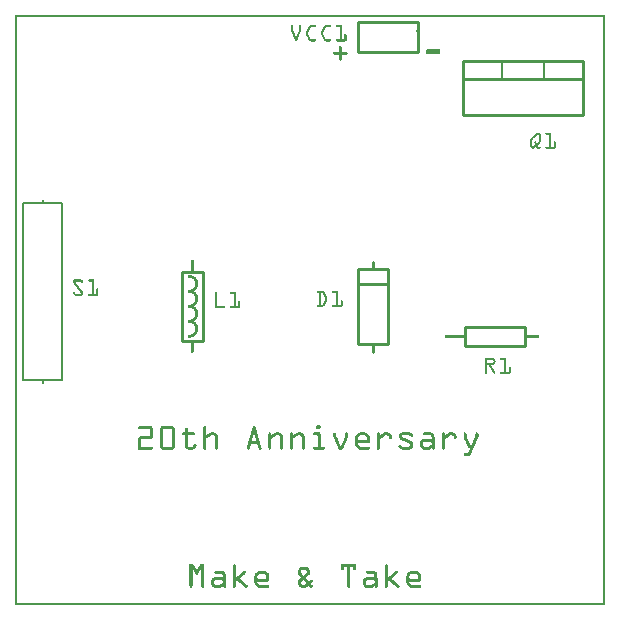
<source format=gto>
G04 MADE WITH FRITZING*
G04 WWW.FRITZING.ORG*
G04 DOUBLE SIDED*
G04 HOLES PLATED*
G04 CONTOUR ON CENTER OF CONTOUR VECTOR*
%ASAXBY*%
%FSLAX23Y23*%
%MOIN*%
%OFA0B0*%
%SFA1.0B1.0*%
%ADD10R,0.080000X0.240000X0.060000X0.220000*%
%ADD11C,0.010000*%
%ADD12C,0.005000*%
%ADD13R,0.001000X0.001000*%
%LNSILK1*%
G90*
G70*
G54D11*
X557Y1112D02*
X627Y1112D01*
X627Y882D01*
X557Y882D01*
X557Y1112D01*
D02*
X1342Y1947D02*
X1142Y1947D01*
D02*
X1142Y1947D02*
X1142Y1847D01*
D02*
X1142Y1847D02*
X1342Y1847D01*
D02*
X1342Y1847D02*
X1342Y1947D01*
G54D12*
D02*
X157Y752D02*
X157Y1342D01*
D02*
X157Y752D02*
X92Y752D01*
D02*
X92Y752D02*
X27Y752D01*
D02*
X27Y752D02*
X27Y1342D01*
D02*
X27Y1342D02*
X92Y1342D01*
D02*
X92Y1342D02*
X157Y1342D01*
D02*
X92Y752D02*
X92Y743D01*
D02*
X92Y1342D02*
X92Y1351D01*
G54D11*
D02*
X1142Y1122D02*
X1142Y1072D01*
D02*
X1142Y1072D02*
X1142Y872D01*
D02*
X1142Y872D02*
X1192Y872D01*
D02*
X1192Y872D02*
X1242Y872D01*
D02*
X1242Y872D02*
X1242Y1072D01*
D02*
X1242Y1072D02*
X1242Y1122D01*
D02*
X1242Y1122D02*
X1192Y1122D01*
D02*
X1192Y1122D02*
X1142Y1122D01*
D02*
X1142Y1072D02*
X1242Y1072D01*
D02*
X1192Y872D02*
X1192Y847D01*
D02*
X1192Y1122D02*
X1192Y1147D01*
D02*
X1501Y930D02*
X1701Y930D01*
D02*
X1701Y930D02*
X1701Y864D01*
D02*
X1701Y864D02*
X1501Y864D01*
D02*
X1501Y864D02*
X1501Y930D01*
D02*
X1492Y1817D02*
X1892Y1817D01*
D02*
X1892Y1817D02*
X1892Y1637D01*
D02*
X1892Y1637D02*
X1492Y1637D01*
D02*
X1492Y1637D02*
X1492Y1817D01*
D02*
X1492Y1817D02*
X1892Y1817D01*
D02*
X1892Y1817D02*
X1892Y1757D01*
D02*
X1892Y1757D02*
X1492Y1757D01*
D02*
X1492Y1757D02*
X1492Y1817D01*
G54D12*
D02*
X1622Y1817D02*
X1622Y1757D01*
D02*
X1762Y1817D02*
X1762Y1757D01*
G54D13*
X0Y1969D02*
X1967Y1969D01*
X0Y1968D02*
X1967Y1968D01*
X0Y1967D02*
X1967Y1967D01*
X0Y1966D02*
X1967Y1966D01*
X0Y1965D02*
X1967Y1965D01*
X0Y1964D02*
X1967Y1964D01*
X0Y1963D02*
X1967Y1963D01*
X0Y1962D02*
X1967Y1962D01*
X0Y1961D02*
X7Y1961D01*
X1960Y1961D02*
X1967Y1961D01*
X0Y1960D02*
X7Y1960D01*
X1960Y1960D02*
X1967Y1960D01*
X0Y1959D02*
X7Y1959D01*
X1960Y1959D02*
X1967Y1959D01*
X0Y1958D02*
X7Y1958D01*
X1960Y1958D02*
X1967Y1958D01*
X0Y1957D02*
X7Y1957D01*
X1960Y1957D02*
X1967Y1957D01*
X0Y1956D02*
X7Y1956D01*
X1960Y1956D02*
X1967Y1956D01*
X0Y1955D02*
X7Y1955D01*
X1960Y1955D02*
X1967Y1955D01*
X0Y1954D02*
X7Y1954D01*
X1960Y1954D02*
X1967Y1954D01*
X0Y1953D02*
X7Y1953D01*
X1960Y1953D02*
X1967Y1953D01*
X0Y1952D02*
X7Y1952D01*
X1960Y1952D02*
X1967Y1952D01*
X0Y1951D02*
X7Y1951D01*
X1960Y1951D02*
X1967Y1951D01*
X0Y1950D02*
X7Y1950D01*
X1960Y1950D02*
X1967Y1950D01*
X0Y1949D02*
X7Y1949D01*
X1308Y1949D02*
X1308Y1949D01*
X1960Y1949D02*
X1967Y1949D01*
X0Y1948D02*
X7Y1948D01*
X1307Y1948D02*
X1309Y1948D01*
X1960Y1948D02*
X1967Y1948D01*
X0Y1947D02*
X7Y1947D01*
X1306Y1947D02*
X1310Y1947D01*
X1960Y1947D02*
X1967Y1947D01*
X0Y1946D02*
X7Y1946D01*
X1305Y1946D02*
X1311Y1946D01*
X1960Y1946D02*
X1967Y1946D01*
X0Y1945D02*
X7Y1945D01*
X1306Y1945D02*
X1312Y1945D01*
X1960Y1945D02*
X1967Y1945D01*
X0Y1944D02*
X7Y1944D01*
X1307Y1944D02*
X1313Y1944D01*
X1960Y1944D02*
X1967Y1944D01*
X0Y1943D02*
X7Y1943D01*
X1308Y1943D02*
X1314Y1943D01*
X1960Y1943D02*
X1967Y1943D01*
X0Y1942D02*
X7Y1942D01*
X1309Y1942D02*
X1315Y1942D01*
X1960Y1942D02*
X1967Y1942D01*
X0Y1941D02*
X7Y1941D01*
X1960Y1941D02*
X1967Y1941D01*
X0Y1940D02*
X7Y1940D01*
X1960Y1940D02*
X1967Y1940D01*
X0Y1939D02*
X7Y1939D01*
X1960Y1939D02*
X1967Y1939D01*
X0Y1938D02*
X7Y1938D01*
X1960Y1938D02*
X1967Y1938D01*
X0Y1937D02*
X7Y1937D01*
X1960Y1937D02*
X1967Y1937D01*
X0Y1936D02*
X7Y1936D01*
X1960Y1936D02*
X1967Y1936D01*
X0Y1935D02*
X7Y1935D01*
X923Y1935D02*
X923Y1935D01*
X951Y1935D02*
X951Y1935D01*
X988Y1935D02*
X1001Y1935D01*
X1038Y1935D02*
X1051Y1935D01*
X1074Y1935D02*
X1091Y1935D01*
X1960Y1935D02*
X1967Y1935D01*
X0Y1934D02*
X7Y1934D01*
X922Y1934D02*
X925Y1934D01*
X949Y1934D02*
X953Y1934D01*
X984Y1934D02*
X1003Y1934D01*
X1034Y1934D02*
X1053Y1934D01*
X1072Y1934D02*
X1091Y1934D01*
X1960Y1934D02*
X1967Y1934D01*
X0Y1933D02*
X7Y1933D01*
X921Y1933D02*
X926Y1933D01*
X948Y1933D02*
X954Y1933D01*
X983Y1933D02*
X1004Y1933D01*
X1033Y1933D02*
X1054Y1933D01*
X1071Y1933D02*
X1091Y1933D01*
X1960Y1933D02*
X1967Y1933D01*
X0Y1932D02*
X7Y1932D01*
X921Y1932D02*
X926Y1932D01*
X948Y1932D02*
X954Y1932D01*
X981Y1932D02*
X1004Y1932D01*
X1032Y1932D02*
X1054Y1932D01*
X1071Y1932D02*
X1091Y1932D01*
X1960Y1932D02*
X1967Y1932D01*
X0Y1931D02*
X7Y1931D01*
X921Y1931D02*
X927Y1931D01*
X948Y1931D02*
X954Y1931D01*
X980Y1931D02*
X1004Y1931D01*
X1031Y1931D02*
X1054Y1931D01*
X1071Y1931D02*
X1091Y1931D01*
X1960Y1931D02*
X1967Y1931D01*
X0Y1930D02*
X7Y1930D01*
X921Y1930D02*
X927Y1930D01*
X948Y1930D02*
X954Y1930D01*
X980Y1930D02*
X1004Y1930D01*
X1030Y1930D02*
X1054Y1930D01*
X1072Y1930D02*
X1091Y1930D01*
X1960Y1930D02*
X1967Y1930D01*
X0Y1929D02*
X7Y1929D01*
X921Y1929D02*
X927Y1929D01*
X948Y1929D02*
X954Y1929D01*
X979Y1929D02*
X1003Y1929D01*
X1029Y1929D02*
X1053Y1929D01*
X1072Y1929D02*
X1091Y1929D01*
X1960Y1929D02*
X1967Y1929D01*
X0Y1928D02*
X7Y1928D01*
X921Y1928D02*
X927Y1928D01*
X948Y1928D02*
X954Y1928D01*
X979Y1928D02*
X987Y1928D01*
X1029Y1928D02*
X1037Y1928D01*
X1084Y1928D02*
X1091Y1928D01*
X1960Y1928D02*
X1967Y1928D01*
X0Y1927D02*
X7Y1927D01*
X921Y1927D02*
X927Y1927D01*
X948Y1927D02*
X954Y1927D01*
X978Y1927D02*
X985Y1927D01*
X1028Y1927D02*
X1036Y1927D01*
X1085Y1927D02*
X1091Y1927D01*
X1960Y1927D02*
X1967Y1927D01*
X0Y1926D02*
X7Y1926D01*
X921Y1926D02*
X927Y1926D01*
X948Y1926D02*
X954Y1926D01*
X978Y1926D02*
X985Y1926D01*
X1028Y1926D02*
X1035Y1926D01*
X1085Y1926D02*
X1091Y1926D01*
X1960Y1926D02*
X1967Y1926D01*
X0Y1925D02*
X7Y1925D01*
X921Y1925D02*
X927Y1925D01*
X948Y1925D02*
X954Y1925D01*
X977Y1925D02*
X984Y1925D01*
X1027Y1925D02*
X1034Y1925D01*
X1085Y1925D02*
X1091Y1925D01*
X1960Y1925D02*
X1967Y1925D01*
X0Y1924D02*
X7Y1924D01*
X921Y1924D02*
X927Y1924D01*
X948Y1924D02*
X954Y1924D01*
X977Y1924D02*
X984Y1924D01*
X1027Y1924D02*
X1034Y1924D01*
X1085Y1924D02*
X1091Y1924D01*
X1960Y1924D02*
X1967Y1924D01*
X0Y1923D02*
X7Y1923D01*
X921Y1923D02*
X927Y1923D01*
X948Y1923D02*
X954Y1923D01*
X976Y1923D02*
X983Y1923D01*
X1026Y1923D02*
X1033Y1923D01*
X1085Y1923D02*
X1091Y1923D01*
X1960Y1923D02*
X1967Y1923D01*
X0Y1922D02*
X7Y1922D01*
X921Y1922D02*
X927Y1922D01*
X948Y1922D02*
X954Y1922D01*
X976Y1922D02*
X983Y1922D01*
X1026Y1922D02*
X1033Y1922D01*
X1085Y1922D02*
X1091Y1922D01*
X1960Y1922D02*
X1967Y1922D01*
X0Y1921D02*
X7Y1921D01*
X921Y1921D02*
X927Y1921D01*
X948Y1921D02*
X954Y1921D01*
X975Y1921D02*
X982Y1921D01*
X1025Y1921D02*
X1032Y1921D01*
X1085Y1921D02*
X1091Y1921D01*
X1336Y1921D02*
X1336Y1921D01*
X1960Y1921D02*
X1967Y1921D01*
X0Y1920D02*
X7Y1920D01*
X921Y1920D02*
X927Y1920D01*
X948Y1920D02*
X954Y1920D01*
X975Y1920D02*
X982Y1920D01*
X1025Y1920D02*
X1032Y1920D01*
X1085Y1920D02*
X1091Y1920D01*
X1336Y1920D02*
X1337Y1920D01*
X1960Y1920D02*
X1967Y1920D01*
X0Y1919D02*
X7Y1919D01*
X921Y1919D02*
X927Y1919D01*
X948Y1919D02*
X954Y1919D01*
X974Y1919D02*
X981Y1919D01*
X1024Y1919D02*
X1031Y1919D01*
X1085Y1919D02*
X1091Y1919D01*
X1336Y1919D02*
X1338Y1919D01*
X1960Y1919D02*
X1967Y1919D01*
X0Y1918D02*
X7Y1918D01*
X921Y1918D02*
X927Y1918D01*
X947Y1918D02*
X954Y1918D01*
X974Y1918D02*
X981Y1918D01*
X1024Y1918D02*
X1031Y1918D01*
X1085Y1918D02*
X1091Y1918D01*
X1336Y1918D02*
X1339Y1918D01*
X1960Y1918D02*
X1967Y1918D01*
X0Y1917D02*
X7Y1917D01*
X921Y1917D02*
X928Y1917D01*
X947Y1917D02*
X953Y1917D01*
X973Y1917D02*
X980Y1917D01*
X1023Y1917D02*
X1030Y1917D01*
X1085Y1917D02*
X1091Y1917D01*
X1336Y1917D02*
X1340Y1917D01*
X1960Y1917D02*
X1967Y1917D01*
X0Y1916D02*
X7Y1916D01*
X922Y1916D02*
X928Y1916D01*
X946Y1916D02*
X953Y1916D01*
X973Y1916D02*
X980Y1916D01*
X1023Y1916D02*
X1030Y1916D01*
X1085Y1916D02*
X1091Y1916D01*
X1336Y1916D02*
X1341Y1916D01*
X1960Y1916D02*
X1967Y1916D01*
X0Y1915D02*
X7Y1915D01*
X922Y1915D02*
X929Y1915D01*
X946Y1915D02*
X952Y1915D01*
X972Y1915D02*
X979Y1915D01*
X1023Y1915D02*
X1029Y1915D01*
X1085Y1915D02*
X1091Y1915D01*
X1336Y1915D02*
X1342Y1915D01*
X1960Y1915D02*
X1967Y1915D01*
X0Y1914D02*
X7Y1914D01*
X922Y1914D02*
X929Y1914D01*
X946Y1914D02*
X952Y1914D01*
X972Y1914D02*
X979Y1914D01*
X1022Y1914D02*
X1029Y1914D01*
X1085Y1914D02*
X1091Y1914D01*
X1337Y1914D02*
X1342Y1914D01*
X1960Y1914D02*
X1967Y1914D01*
X0Y1913D02*
X7Y1913D01*
X923Y1913D02*
X929Y1913D01*
X945Y1913D02*
X952Y1913D01*
X972Y1913D02*
X978Y1913D01*
X1022Y1913D02*
X1028Y1913D01*
X1085Y1913D02*
X1091Y1913D01*
X1338Y1913D02*
X1341Y1913D01*
X1960Y1913D02*
X1967Y1913D01*
X0Y1912D02*
X7Y1912D01*
X923Y1912D02*
X930Y1912D01*
X945Y1912D02*
X951Y1912D01*
X971Y1912D02*
X978Y1912D01*
X1021Y1912D02*
X1028Y1912D01*
X1085Y1912D02*
X1091Y1912D01*
X1339Y1912D02*
X1340Y1912D01*
X1960Y1912D02*
X1967Y1912D01*
X0Y1911D02*
X7Y1911D01*
X924Y1911D02*
X930Y1911D01*
X944Y1911D02*
X951Y1911D01*
X971Y1911D02*
X977Y1911D01*
X1021Y1911D02*
X1027Y1911D01*
X1085Y1911D02*
X1091Y1911D01*
X1960Y1911D02*
X1967Y1911D01*
X0Y1910D02*
X7Y1910D01*
X924Y1910D02*
X931Y1910D01*
X944Y1910D02*
X951Y1910D01*
X971Y1910D02*
X977Y1910D01*
X1021Y1910D02*
X1027Y1910D01*
X1085Y1910D02*
X1091Y1910D01*
X1960Y1910D02*
X1967Y1910D01*
X0Y1909D02*
X7Y1909D01*
X924Y1909D02*
X931Y1909D01*
X944Y1909D02*
X950Y1909D01*
X971Y1909D02*
X977Y1909D01*
X1021Y1909D02*
X1027Y1909D01*
X1085Y1909D02*
X1091Y1909D01*
X1960Y1909D02*
X1967Y1909D01*
X0Y1908D02*
X7Y1908D01*
X925Y1908D02*
X931Y1908D01*
X943Y1908D02*
X950Y1908D01*
X971Y1908D02*
X977Y1908D01*
X1021Y1908D02*
X1027Y1908D01*
X1085Y1908D02*
X1091Y1908D01*
X1960Y1908D02*
X1967Y1908D01*
X0Y1907D02*
X7Y1907D01*
X925Y1907D02*
X932Y1907D01*
X943Y1907D02*
X949Y1907D01*
X971Y1907D02*
X977Y1907D01*
X1021Y1907D02*
X1027Y1907D01*
X1085Y1907D02*
X1091Y1907D01*
X1960Y1907D02*
X1967Y1907D01*
X0Y1906D02*
X7Y1906D01*
X926Y1906D02*
X932Y1906D01*
X942Y1906D02*
X949Y1906D01*
X971Y1906D02*
X977Y1906D01*
X1021Y1906D02*
X1027Y1906D01*
X1085Y1906D02*
X1091Y1906D01*
X1960Y1906D02*
X1967Y1906D01*
X0Y1905D02*
X7Y1905D01*
X926Y1905D02*
X933Y1905D01*
X942Y1905D02*
X949Y1905D01*
X971Y1905D02*
X977Y1905D01*
X1021Y1905D02*
X1027Y1905D01*
X1085Y1905D02*
X1091Y1905D01*
X1100Y1905D02*
X1103Y1905D01*
X1960Y1905D02*
X1967Y1905D01*
X0Y1904D02*
X7Y1904D01*
X926Y1904D02*
X933Y1904D01*
X942Y1904D02*
X948Y1904D01*
X971Y1904D02*
X978Y1904D01*
X1021Y1904D02*
X1028Y1904D01*
X1085Y1904D02*
X1091Y1904D01*
X1099Y1904D02*
X1104Y1904D01*
X1960Y1904D02*
X1967Y1904D01*
X0Y1903D02*
X7Y1903D01*
X927Y1903D02*
X933Y1903D01*
X941Y1903D02*
X948Y1903D01*
X972Y1903D02*
X978Y1903D01*
X1022Y1903D02*
X1028Y1903D01*
X1085Y1903D02*
X1091Y1903D01*
X1099Y1903D02*
X1105Y1903D01*
X1960Y1903D02*
X1967Y1903D01*
X0Y1902D02*
X7Y1902D01*
X927Y1902D02*
X934Y1902D01*
X941Y1902D02*
X947Y1902D01*
X972Y1902D02*
X979Y1902D01*
X1022Y1902D02*
X1029Y1902D01*
X1085Y1902D02*
X1091Y1902D01*
X1099Y1902D02*
X1105Y1902D01*
X1960Y1902D02*
X1967Y1902D01*
X0Y1901D02*
X7Y1901D01*
X928Y1901D02*
X934Y1901D01*
X940Y1901D02*
X947Y1901D01*
X972Y1901D02*
X979Y1901D01*
X1023Y1901D02*
X1029Y1901D01*
X1085Y1901D02*
X1091Y1901D01*
X1099Y1901D02*
X1105Y1901D01*
X1960Y1901D02*
X1967Y1901D01*
X0Y1900D02*
X7Y1900D01*
X928Y1900D02*
X935Y1900D01*
X940Y1900D02*
X947Y1900D01*
X973Y1900D02*
X980Y1900D01*
X1023Y1900D02*
X1030Y1900D01*
X1085Y1900D02*
X1091Y1900D01*
X1099Y1900D02*
X1105Y1900D01*
X1960Y1900D02*
X1967Y1900D01*
X0Y1899D02*
X7Y1899D01*
X928Y1899D02*
X935Y1899D01*
X940Y1899D02*
X946Y1899D01*
X973Y1899D02*
X980Y1899D01*
X1023Y1899D02*
X1030Y1899D01*
X1085Y1899D02*
X1091Y1899D01*
X1099Y1899D02*
X1105Y1899D01*
X1960Y1899D02*
X1967Y1899D01*
X0Y1898D02*
X7Y1898D01*
X929Y1898D02*
X935Y1898D01*
X939Y1898D02*
X946Y1898D01*
X974Y1898D02*
X981Y1898D01*
X1024Y1898D02*
X1031Y1898D01*
X1085Y1898D02*
X1091Y1898D01*
X1099Y1898D02*
X1105Y1898D01*
X1960Y1898D02*
X1967Y1898D01*
X0Y1897D02*
X7Y1897D01*
X929Y1897D02*
X936Y1897D01*
X939Y1897D02*
X945Y1897D01*
X974Y1897D02*
X981Y1897D01*
X1024Y1897D02*
X1031Y1897D01*
X1085Y1897D02*
X1091Y1897D01*
X1099Y1897D02*
X1105Y1897D01*
X1960Y1897D02*
X1967Y1897D01*
X0Y1896D02*
X7Y1896D01*
X929Y1896D02*
X936Y1896D01*
X938Y1896D02*
X945Y1896D01*
X975Y1896D02*
X982Y1896D01*
X1025Y1896D02*
X1032Y1896D01*
X1085Y1896D02*
X1091Y1896D01*
X1099Y1896D02*
X1105Y1896D01*
X1960Y1896D02*
X1967Y1896D01*
X0Y1895D02*
X7Y1895D01*
X930Y1895D02*
X936Y1895D01*
X938Y1895D02*
X945Y1895D01*
X975Y1895D02*
X982Y1895D01*
X1026Y1895D02*
X1032Y1895D01*
X1085Y1895D02*
X1091Y1895D01*
X1099Y1895D02*
X1105Y1895D01*
X1960Y1895D02*
X1967Y1895D01*
X0Y1894D02*
X7Y1894D01*
X930Y1894D02*
X944Y1894D01*
X976Y1894D02*
X983Y1894D01*
X1026Y1894D02*
X1033Y1894D01*
X1085Y1894D02*
X1091Y1894D01*
X1099Y1894D02*
X1105Y1894D01*
X1960Y1894D02*
X1967Y1894D01*
X0Y1893D02*
X7Y1893D01*
X931Y1893D02*
X944Y1893D01*
X976Y1893D02*
X983Y1893D01*
X1027Y1893D02*
X1033Y1893D01*
X1085Y1893D02*
X1091Y1893D01*
X1099Y1893D02*
X1105Y1893D01*
X1960Y1893D02*
X1967Y1893D01*
X0Y1892D02*
X7Y1892D01*
X931Y1892D02*
X944Y1892D01*
X977Y1892D02*
X984Y1892D01*
X1027Y1892D02*
X1034Y1892D01*
X1085Y1892D02*
X1091Y1892D01*
X1099Y1892D02*
X1105Y1892D01*
X1960Y1892D02*
X1967Y1892D01*
X0Y1891D02*
X7Y1891D01*
X931Y1891D02*
X943Y1891D01*
X977Y1891D02*
X984Y1891D01*
X1028Y1891D02*
X1034Y1891D01*
X1085Y1891D02*
X1091Y1891D01*
X1099Y1891D02*
X1105Y1891D01*
X1960Y1891D02*
X1967Y1891D01*
X0Y1890D02*
X7Y1890D01*
X932Y1890D02*
X943Y1890D01*
X978Y1890D02*
X985Y1890D01*
X1028Y1890D02*
X1035Y1890D01*
X1085Y1890D02*
X1091Y1890D01*
X1099Y1890D02*
X1105Y1890D01*
X1960Y1890D02*
X1967Y1890D01*
X0Y1889D02*
X7Y1889D01*
X932Y1889D02*
X942Y1889D01*
X978Y1889D02*
X985Y1889D01*
X1029Y1889D02*
X1036Y1889D01*
X1085Y1889D02*
X1091Y1889D01*
X1099Y1889D02*
X1105Y1889D01*
X1960Y1889D02*
X1967Y1889D01*
X0Y1888D02*
X7Y1888D01*
X933Y1888D02*
X942Y1888D01*
X979Y1888D02*
X988Y1888D01*
X1029Y1888D02*
X1038Y1888D01*
X1084Y1888D02*
X1091Y1888D01*
X1098Y1888D02*
X1105Y1888D01*
X1960Y1888D02*
X1967Y1888D01*
X0Y1887D02*
X7Y1887D01*
X933Y1887D02*
X942Y1887D01*
X979Y1887D02*
X1003Y1887D01*
X1030Y1887D02*
X1053Y1887D01*
X1072Y1887D02*
X1105Y1887D01*
X1960Y1887D02*
X1967Y1887D01*
X0Y1886D02*
X7Y1886D01*
X933Y1886D02*
X941Y1886D01*
X980Y1886D02*
X1004Y1886D01*
X1030Y1886D02*
X1054Y1886D01*
X1072Y1886D02*
X1105Y1886D01*
X1960Y1886D02*
X1967Y1886D01*
X0Y1885D02*
X7Y1885D01*
X934Y1885D02*
X941Y1885D01*
X981Y1885D02*
X1004Y1885D01*
X1031Y1885D02*
X1054Y1885D01*
X1071Y1885D02*
X1105Y1885D01*
X1960Y1885D02*
X1967Y1885D01*
X0Y1884D02*
X7Y1884D01*
X934Y1884D02*
X940Y1884D01*
X982Y1884D02*
X1004Y1884D01*
X1032Y1884D02*
X1054Y1884D01*
X1071Y1884D02*
X1105Y1884D01*
X1960Y1884D02*
X1967Y1884D01*
X0Y1883D02*
X7Y1883D01*
X935Y1883D02*
X940Y1883D01*
X983Y1883D02*
X1004Y1883D01*
X1033Y1883D02*
X1054Y1883D01*
X1071Y1883D02*
X1104Y1883D01*
X1960Y1883D02*
X1967Y1883D01*
X0Y1882D02*
X7Y1882D01*
X935Y1882D02*
X939Y1882D01*
X985Y1882D02*
X1003Y1882D01*
X1035Y1882D02*
X1053Y1882D01*
X1072Y1882D02*
X1104Y1882D01*
X1960Y1882D02*
X1967Y1882D01*
X0Y1881D02*
X7Y1881D01*
X937Y1881D02*
X937Y1881D01*
X988Y1881D02*
X1001Y1881D01*
X1038Y1881D02*
X1051Y1881D01*
X1074Y1881D02*
X1101Y1881D01*
X1960Y1881D02*
X1967Y1881D01*
X0Y1880D02*
X7Y1880D01*
X1960Y1880D02*
X1967Y1880D01*
X0Y1879D02*
X7Y1879D01*
X1960Y1879D02*
X1967Y1879D01*
X0Y1878D02*
X7Y1878D01*
X1960Y1878D02*
X1967Y1878D01*
X0Y1877D02*
X7Y1877D01*
X1960Y1877D02*
X1967Y1877D01*
X0Y1876D02*
X7Y1876D01*
X1960Y1876D02*
X1967Y1876D01*
X0Y1875D02*
X7Y1875D01*
X1960Y1875D02*
X1967Y1875D01*
X0Y1874D02*
X7Y1874D01*
X1960Y1874D02*
X1967Y1874D01*
X0Y1873D02*
X7Y1873D01*
X1960Y1873D02*
X1967Y1873D01*
X0Y1872D02*
X7Y1872D01*
X1960Y1872D02*
X1967Y1872D01*
X0Y1871D02*
X7Y1871D01*
X1960Y1871D02*
X1967Y1871D01*
X0Y1870D02*
X7Y1870D01*
X1960Y1870D02*
X1967Y1870D01*
X0Y1869D02*
X7Y1869D01*
X1960Y1869D02*
X1967Y1869D01*
X0Y1868D02*
X7Y1868D01*
X1960Y1868D02*
X1967Y1868D01*
X0Y1867D02*
X7Y1867D01*
X1960Y1867D02*
X1967Y1867D01*
X0Y1866D02*
X7Y1866D01*
X1083Y1866D02*
X1086Y1866D01*
X1960Y1866D02*
X1967Y1866D01*
X0Y1865D02*
X7Y1865D01*
X1081Y1865D02*
X1087Y1865D01*
X1960Y1865D02*
X1967Y1865D01*
X0Y1864D02*
X7Y1864D01*
X1080Y1864D02*
X1088Y1864D01*
X1960Y1864D02*
X1967Y1864D01*
X0Y1863D02*
X7Y1863D01*
X1080Y1863D02*
X1088Y1863D01*
X1960Y1863D02*
X1967Y1863D01*
X0Y1862D02*
X7Y1862D01*
X1080Y1862D02*
X1089Y1862D01*
X1960Y1862D02*
X1967Y1862D01*
X0Y1861D02*
X7Y1861D01*
X1080Y1861D02*
X1089Y1861D01*
X1960Y1861D02*
X1967Y1861D01*
X0Y1860D02*
X7Y1860D01*
X1080Y1860D02*
X1089Y1860D01*
X1960Y1860D02*
X1967Y1860D01*
X0Y1859D02*
X7Y1859D01*
X1080Y1859D02*
X1089Y1859D01*
X1960Y1859D02*
X1967Y1859D01*
X0Y1858D02*
X7Y1858D01*
X1080Y1858D02*
X1089Y1858D01*
X1960Y1858D02*
X1967Y1858D01*
X0Y1857D02*
X7Y1857D01*
X1080Y1857D02*
X1089Y1857D01*
X1960Y1857D02*
X1967Y1857D01*
X0Y1856D02*
X7Y1856D01*
X1080Y1856D02*
X1089Y1856D01*
X1960Y1856D02*
X1967Y1856D01*
X0Y1855D02*
X7Y1855D01*
X1080Y1855D02*
X1089Y1855D01*
X1960Y1855D02*
X1967Y1855D01*
X0Y1854D02*
X7Y1854D01*
X1080Y1854D02*
X1089Y1854D01*
X1373Y1854D02*
X1415Y1854D01*
X1960Y1854D02*
X1967Y1854D01*
X0Y1853D02*
X7Y1853D01*
X1080Y1853D02*
X1089Y1853D01*
X1371Y1853D02*
X1417Y1853D01*
X1960Y1853D02*
X1967Y1853D01*
X0Y1852D02*
X7Y1852D01*
X1080Y1852D02*
X1089Y1852D01*
X1371Y1852D02*
X1418Y1852D01*
X1960Y1852D02*
X1967Y1852D01*
X0Y1851D02*
X7Y1851D01*
X1080Y1851D02*
X1089Y1851D01*
X1370Y1851D02*
X1418Y1851D01*
X1960Y1851D02*
X1967Y1851D01*
X0Y1850D02*
X7Y1850D01*
X1080Y1850D02*
X1089Y1850D01*
X1370Y1850D02*
X1418Y1850D01*
X1960Y1850D02*
X1967Y1850D01*
X0Y1849D02*
X7Y1849D01*
X1080Y1849D02*
X1089Y1849D01*
X1370Y1849D02*
X1418Y1849D01*
X1960Y1849D02*
X1967Y1849D01*
X0Y1848D02*
X7Y1848D01*
X1080Y1848D02*
X1089Y1848D01*
X1370Y1848D02*
X1418Y1848D01*
X1960Y1848D02*
X1967Y1848D01*
X0Y1847D02*
X7Y1847D01*
X1080Y1847D02*
X1089Y1847D01*
X1370Y1847D02*
X1418Y1847D01*
X1960Y1847D02*
X1967Y1847D01*
X0Y1846D02*
X7Y1846D01*
X1063Y1846D02*
X1106Y1846D01*
X1370Y1846D02*
X1418Y1846D01*
X1960Y1846D02*
X1967Y1846D01*
X0Y1845D02*
X7Y1845D01*
X1061Y1845D02*
X1107Y1845D01*
X1370Y1845D02*
X1418Y1845D01*
X1960Y1845D02*
X1967Y1845D01*
X0Y1844D02*
X7Y1844D01*
X1061Y1844D02*
X1108Y1844D01*
X1370Y1844D02*
X1418Y1844D01*
X1960Y1844D02*
X1967Y1844D01*
X0Y1843D02*
X7Y1843D01*
X1060Y1843D02*
X1108Y1843D01*
X1370Y1843D02*
X1418Y1843D01*
X1960Y1843D02*
X1967Y1843D01*
X0Y1842D02*
X7Y1842D01*
X1060Y1842D02*
X1109Y1842D01*
X1371Y1842D02*
X1417Y1842D01*
X1960Y1842D02*
X1967Y1842D01*
X0Y1841D02*
X7Y1841D01*
X1060Y1841D02*
X1109Y1841D01*
X1372Y1841D02*
X1416Y1841D01*
X1960Y1841D02*
X1967Y1841D01*
X0Y1840D02*
X7Y1840D01*
X1060Y1840D02*
X1108Y1840D01*
X1374Y1840D02*
X1414Y1840D01*
X1960Y1840D02*
X1967Y1840D01*
X0Y1839D02*
X7Y1839D01*
X1061Y1839D02*
X1108Y1839D01*
X1960Y1839D02*
X1967Y1839D01*
X0Y1838D02*
X7Y1838D01*
X1061Y1838D02*
X1107Y1838D01*
X1960Y1838D02*
X1967Y1838D01*
X0Y1837D02*
X7Y1837D01*
X1063Y1837D02*
X1106Y1837D01*
X1960Y1837D02*
X1967Y1837D01*
X0Y1836D02*
X7Y1836D01*
X1080Y1836D02*
X1089Y1836D01*
X1960Y1836D02*
X1967Y1836D01*
X0Y1835D02*
X7Y1835D01*
X1080Y1835D02*
X1089Y1835D01*
X1960Y1835D02*
X1967Y1835D01*
X0Y1834D02*
X7Y1834D01*
X1080Y1834D02*
X1089Y1834D01*
X1960Y1834D02*
X1967Y1834D01*
X0Y1833D02*
X7Y1833D01*
X1080Y1833D02*
X1089Y1833D01*
X1960Y1833D02*
X1967Y1833D01*
X0Y1832D02*
X7Y1832D01*
X1080Y1832D02*
X1089Y1832D01*
X1960Y1832D02*
X1967Y1832D01*
X0Y1831D02*
X7Y1831D01*
X1080Y1831D02*
X1089Y1831D01*
X1960Y1831D02*
X1967Y1831D01*
X0Y1830D02*
X7Y1830D01*
X1080Y1830D02*
X1089Y1830D01*
X1960Y1830D02*
X1967Y1830D01*
X0Y1829D02*
X7Y1829D01*
X1080Y1829D02*
X1089Y1829D01*
X1960Y1829D02*
X1967Y1829D01*
X0Y1828D02*
X7Y1828D01*
X1080Y1828D02*
X1089Y1828D01*
X1960Y1828D02*
X1967Y1828D01*
X0Y1827D02*
X7Y1827D01*
X1080Y1827D02*
X1089Y1827D01*
X1960Y1827D02*
X1967Y1827D01*
X0Y1826D02*
X7Y1826D01*
X1080Y1826D02*
X1089Y1826D01*
X1960Y1826D02*
X1967Y1826D01*
X0Y1825D02*
X7Y1825D01*
X1080Y1825D02*
X1089Y1825D01*
X1960Y1825D02*
X1967Y1825D01*
X0Y1824D02*
X7Y1824D01*
X1080Y1824D02*
X1089Y1824D01*
X1960Y1824D02*
X1967Y1824D01*
X0Y1823D02*
X7Y1823D01*
X1080Y1823D02*
X1089Y1823D01*
X1960Y1823D02*
X1967Y1823D01*
X0Y1822D02*
X7Y1822D01*
X1080Y1822D02*
X1089Y1822D01*
X1960Y1822D02*
X1967Y1822D01*
X0Y1821D02*
X7Y1821D01*
X1080Y1821D02*
X1089Y1821D01*
X1960Y1821D02*
X1967Y1821D01*
X0Y1820D02*
X7Y1820D01*
X1080Y1820D02*
X1088Y1820D01*
X1960Y1820D02*
X1967Y1820D01*
X0Y1819D02*
X7Y1819D01*
X1081Y1819D02*
X1088Y1819D01*
X1960Y1819D02*
X1967Y1819D01*
X0Y1818D02*
X7Y1818D01*
X1081Y1818D02*
X1087Y1818D01*
X1960Y1818D02*
X1967Y1818D01*
X0Y1817D02*
X7Y1817D01*
X1083Y1817D02*
X1085Y1817D01*
X1960Y1817D02*
X1967Y1817D01*
X0Y1816D02*
X7Y1816D01*
X1960Y1816D02*
X1967Y1816D01*
X0Y1815D02*
X7Y1815D01*
X1960Y1815D02*
X1967Y1815D01*
X0Y1814D02*
X7Y1814D01*
X1960Y1814D02*
X1967Y1814D01*
X0Y1813D02*
X7Y1813D01*
X1960Y1813D02*
X1967Y1813D01*
X0Y1812D02*
X7Y1812D01*
X1960Y1812D02*
X1967Y1812D01*
X0Y1811D02*
X7Y1811D01*
X1960Y1811D02*
X1967Y1811D01*
X0Y1810D02*
X7Y1810D01*
X1960Y1810D02*
X1967Y1810D01*
X0Y1809D02*
X7Y1809D01*
X1960Y1809D02*
X1967Y1809D01*
X0Y1808D02*
X7Y1808D01*
X1960Y1808D02*
X1967Y1808D01*
X0Y1807D02*
X7Y1807D01*
X1960Y1807D02*
X1967Y1807D01*
X0Y1806D02*
X7Y1806D01*
X1960Y1806D02*
X1967Y1806D01*
X0Y1805D02*
X7Y1805D01*
X1960Y1805D02*
X1967Y1805D01*
X0Y1804D02*
X7Y1804D01*
X1960Y1804D02*
X1967Y1804D01*
X0Y1803D02*
X7Y1803D01*
X1960Y1803D02*
X1967Y1803D01*
X0Y1802D02*
X7Y1802D01*
X1960Y1802D02*
X1967Y1802D01*
X0Y1801D02*
X7Y1801D01*
X1960Y1801D02*
X1967Y1801D01*
X0Y1800D02*
X7Y1800D01*
X1960Y1800D02*
X1967Y1800D01*
X0Y1799D02*
X7Y1799D01*
X1960Y1799D02*
X1967Y1799D01*
X0Y1798D02*
X7Y1798D01*
X1960Y1798D02*
X1967Y1798D01*
X0Y1797D02*
X7Y1797D01*
X1960Y1797D02*
X1967Y1797D01*
X0Y1796D02*
X7Y1796D01*
X1960Y1796D02*
X1967Y1796D01*
X0Y1795D02*
X7Y1795D01*
X1960Y1795D02*
X1967Y1795D01*
X0Y1794D02*
X7Y1794D01*
X1960Y1794D02*
X1967Y1794D01*
X0Y1793D02*
X7Y1793D01*
X1960Y1793D02*
X1967Y1793D01*
X0Y1792D02*
X7Y1792D01*
X1960Y1792D02*
X1967Y1792D01*
X0Y1791D02*
X7Y1791D01*
X1960Y1791D02*
X1967Y1791D01*
X0Y1790D02*
X7Y1790D01*
X1960Y1790D02*
X1967Y1790D01*
X0Y1789D02*
X7Y1789D01*
X1960Y1789D02*
X1967Y1789D01*
X0Y1788D02*
X7Y1788D01*
X1960Y1788D02*
X1967Y1788D01*
X0Y1787D02*
X7Y1787D01*
X1960Y1787D02*
X1967Y1787D01*
X0Y1786D02*
X7Y1786D01*
X1960Y1786D02*
X1967Y1786D01*
X0Y1785D02*
X7Y1785D01*
X1960Y1785D02*
X1967Y1785D01*
X0Y1784D02*
X7Y1784D01*
X1960Y1784D02*
X1967Y1784D01*
X0Y1783D02*
X7Y1783D01*
X1960Y1783D02*
X1967Y1783D01*
X0Y1782D02*
X7Y1782D01*
X1960Y1782D02*
X1967Y1782D01*
X0Y1781D02*
X7Y1781D01*
X1960Y1781D02*
X1967Y1781D01*
X0Y1780D02*
X7Y1780D01*
X1960Y1780D02*
X1967Y1780D01*
X0Y1779D02*
X7Y1779D01*
X1960Y1779D02*
X1967Y1779D01*
X0Y1778D02*
X7Y1778D01*
X1960Y1778D02*
X1967Y1778D01*
X0Y1777D02*
X7Y1777D01*
X1960Y1777D02*
X1967Y1777D01*
X0Y1776D02*
X7Y1776D01*
X1960Y1776D02*
X1967Y1776D01*
X0Y1775D02*
X7Y1775D01*
X1960Y1775D02*
X1967Y1775D01*
X0Y1774D02*
X7Y1774D01*
X1960Y1774D02*
X1967Y1774D01*
X0Y1773D02*
X7Y1773D01*
X1960Y1773D02*
X1967Y1773D01*
X0Y1772D02*
X7Y1772D01*
X1960Y1772D02*
X1967Y1772D01*
X0Y1771D02*
X7Y1771D01*
X1960Y1771D02*
X1967Y1771D01*
X0Y1770D02*
X7Y1770D01*
X1960Y1770D02*
X1967Y1770D01*
X0Y1769D02*
X7Y1769D01*
X1960Y1769D02*
X1967Y1769D01*
X0Y1768D02*
X7Y1768D01*
X1960Y1768D02*
X1967Y1768D01*
X0Y1767D02*
X7Y1767D01*
X1960Y1767D02*
X1967Y1767D01*
X0Y1766D02*
X7Y1766D01*
X1960Y1766D02*
X1967Y1766D01*
X0Y1765D02*
X7Y1765D01*
X1960Y1765D02*
X1967Y1765D01*
X0Y1764D02*
X7Y1764D01*
X1960Y1764D02*
X1967Y1764D01*
X0Y1763D02*
X7Y1763D01*
X1960Y1763D02*
X1967Y1763D01*
X0Y1762D02*
X7Y1762D01*
X1960Y1762D02*
X1967Y1762D01*
X0Y1761D02*
X7Y1761D01*
X1960Y1761D02*
X1967Y1761D01*
X0Y1760D02*
X7Y1760D01*
X1960Y1760D02*
X1967Y1760D01*
X0Y1759D02*
X7Y1759D01*
X1960Y1759D02*
X1967Y1759D01*
X0Y1758D02*
X7Y1758D01*
X1960Y1758D02*
X1967Y1758D01*
X0Y1757D02*
X7Y1757D01*
X1960Y1757D02*
X1967Y1757D01*
X0Y1756D02*
X7Y1756D01*
X1960Y1756D02*
X1967Y1756D01*
X0Y1755D02*
X7Y1755D01*
X1960Y1755D02*
X1967Y1755D01*
X0Y1754D02*
X7Y1754D01*
X1960Y1754D02*
X1967Y1754D01*
X0Y1753D02*
X7Y1753D01*
X1960Y1753D02*
X1967Y1753D01*
X0Y1752D02*
X7Y1752D01*
X1960Y1752D02*
X1967Y1752D01*
X0Y1751D02*
X7Y1751D01*
X1960Y1751D02*
X1967Y1751D01*
X0Y1750D02*
X7Y1750D01*
X1960Y1750D02*
X1967Y1750D01*
X0Y1749D02*
X7Y1749D01*
X1960Y1749D02*
X1967Y1749D01*
X0Y1748D02*
X7Y1748D01*
X1960Y1748D02*
X1967Y1748D01*
X0Y1747D02*
X7Y1747D01*
X1960Y1747D02*
X1967Y1747D01*
X0Y1746D02*
X7Y1746D01*
X1960Y1746D02*
X1967Y1746D01*
X0Y1745D02*
X7Y1745D01*
X1960Y1745D02*
X1967Y1745D01*
X0Y1744D02*
X7Y1744D01*
X1960Y1744D02*
X1967Y1744D01*
X0Y1743D02*
X7Y1743D01*
X1960Y1743D02*
X1967Y1743D01*
X0Y1742D02*
X7Y1742D01*
X1960Y1742D02*
X1967Y1742D01*
X0Y1741D02*
X7Y1741D01*
X1960Y1741D02*
X1967Y1741D01*
X0Y1740D02*
X7Y1740D01*
X1960Y1740D02*
X1967Y1740D01*
X0Y1739D02*
X7Y1739D01*
X1960Y1739D02*
X1967Y1739D01*
X0Y1738D02*
X7Y1738D01*
X1960Y1738D02*
X1967Y1738D01*
X0Y1737D02*
X7Y1737D01*
X1960Y1737D02*
X1967Y1737D01*
X0Y1736D02*
X7Y1736D01*
X1960Y1736D02*
X1967Y1736D01*
X0Y1735D02*
X7Y1735D01*
X1960Y1735D02*
X1967Y1735D01*
X0Y1734D02*
X7Y1734D01*
X1960Y1734D02*
X1967Y1734D01*
X0Y1733D02*
X7Y1733D01*
X1960Y1733D02*
X1967Y1733D01*
X0Y1732D02*
X7Y1732D01*
X1960Y1732D02*
X1967Y1732D01*
X0Y1731D02*
X7Y1731D01*
X1960Y1731D02*
X1967Y1731D01*
X0Y1730D02*
X7Y1730D01*
X1960Y1730D02*
X1967Y1730D01*
X0Y1729D02*
X7Y1729D01*
X1960Y1729D02*
X1967Y1729D01*
X0Y1728D02*
X7Y1728D01*
X1960Y1728D02*
X1967Y1728D01*
X0Y1727D02*
X7Y1727D01*
X1960Y1727D02*
X1967Y1727D01*
X0Y1726D02*
X7Y1726D01*
X1960Y1726D02*
X1967Y1726D01*
X0Y1725D02*
X7Y1725D01*
X1960Y1725D02*
X1967Y1725D01*
X0Y1724D02*
X7Y1724D01*
X1960Y1724D02*
X1967Y1724D01*
X0Y1723D02*
X7Y1723D01*
X1960Y1723D02*
X1967Y1723D01*
X0Y1722D02*
X7Y1722D01*
X1960Y1722D02*
X1967Y1722D01*
X0Y1721D02*
X7Y1721D01*
X1960Y1721D02*
X1967Y1721D01*
X0Y1720D02*
X7Y1720D01*
X1960Y1720D02*
X1967Y1720D01*
X0Y1719D02*
X7Y1719D01*
X1960Y1719D02*
X1967Y1719D01*
X0Y1718D02*
X7Y1718D01*
X1960Y1718D02*
X1967Y1718D01*
X0Y1717D02*
X7Y1717D01*
X1960Y1717D02*
X1967Y1717D01*
X0Y1716D02*
X7Y1716D01*
X1960Y1716D02*
X1967Y1716D01*
X0Y1715D02*
X7Y1715D01*
X1960Y1715D02*
X1967Y1715D01*
X0Y1714D02*
X7Y1714D01*
X1960Y1714D02*
X1967Y1714D01*
X0Y1713D02*
X7Y1713D01*
X1960Y1713D02*
X1967Y1713D01*
X0Y1712D02*
X7Y1712D01*
X1960Y1712D02*
X1967Y1712D01*
X0Y1711D02*
X7Y1711D01*
X1960Y1711D02*
X1967Y1711D01*
X0Y1710D02*
X7Y1710D01*
X1960Y1710D02*
X1967Y1710D01*
X0Y1709D02*
X7Y1709D01*
X1960Y1709D02*
X1967Y1709D01*
X0Y1708D02*
X7Y1708D01*
X1960Y1708D02*
X1967Y1708D01*
X0Y1707D02*
X7Y1707D01*
X1960Y1707D02*
X1967Y1707D01*
X0Y1706D02*
X7Y1706D01*
X1960Y1706D02*
X1967Y1706D01*
X0Y1705D02*
X7Y1705D01*
X1960Y1705D02*
X1967Y1705D01*
X0Y1704D02*
X7Y1704D01*
X1960Y1704D02*
X1967Y1704D01*
X0Y1703D02*
X7Y1703D01*
X1960Y1703D02*
X1967Y1703D01*
X0Y1702D02*
X7Y1702D01*
X1960Y1702D02*
X1967Y1702D01*
X0Y1701D02*
X7Y1701D01*
X1960Y1701D02*
X1967Y1701D01*
X0Y1700D02*
X7Y1700D01*
X1960Y1700D02*
X1967Y1700D01*
X0Y1699D02*
X7Y1699D01*
X1960Y1699D02*
X1967Y1699D01*
X0Y1698D02*
X7Y1698D01*
X1960Y1698D02*
X1967Y1698D01*
X0Y1697D02*
X7Y1697D01*
X1960Y1697D02*
X1967Y1697D01*
X0Y1696D02*
X7Y1696D01*
X1960Y1696D02*
X1967Y1696D01*
X0Y1695D02*
X7Y1695D01*
X1960Y1695D02*
X1967Y1695D01*
X0Y1694D02*
X7Y1694D01*
X1960Y1694D02*
X1967Y1694D01*
X0Y1693D02*
X7Y1693D01*
X1960Y1693D02*
X1967Y1693D01*
X0Y1692D02*
X7Y1692D01*
X1960Y1692D02*
X1967Y1692D01*
X0Y1691D02*
X7Y1691D01*
X1960Y1691D02*
X1967Y1691D01*
X0Y1690D02*
X7Y1690D01*
X1960Y1690D02*
X1967Y1690D01*
X0Y1689D02*
X7Y1689D01*
X1960Y1689D02*
X1967Y1689D01*
X0Y1688D02*
X7Y1688D01*
X1960Y1688D02*
X1967Y1688D01*
X0Y1687D02*
X7Y1687D01*
X1960Y1687D02*
X1967Y1687D01*
X0Y1686D02*
X7Y1686D01*
X1960Y1686D02*
X1967Y1686D01*
X0Y1685D02*
X7Y1685D01*
X1960Y1685D02*
X1967Y1685D01*
X0Y1684D02*
X7Y1684D01*
X1960Y1684D02*
X1967Y1684D01*
X0Y1683D02*
X7Y1683D01*
X1960Y1683D02*
X1967Y1683D01*
X0Y1682D02*
X7Y1682D01*
X1960Y1682D02*
X1967Y1682D01*
X0Y1681D02*
X7Y1681D01*
X1960Y1681D02*
X1967Y1681D01*
X0Y1680D02*
X7Y1680D01*
X1960Y1680D02*
X1967Y1680D01*
X0Y1679D02*
X7Y1679D01*
X1960Y1679D02*
X1967Y1679D01*
X0Y1678D02*
X7Y1678D01*
X1960Y1678D02*
X1967Y1678D01*
X0Y1677D02*
X7Y1677D01*
X1960Y1677D02*
X1967Y1677D01*
X0Y1676D02*
X7Y1676D01*
X1960Y1676D02*
X1967Y1676D01*
X0Y1675D02*
X7Y1675D01*
X1960Y1675D02*
X1967Y1675D01*
X0Y1674D02*
X7Y1674D01*
X1960Y1674D02*
X1967Y1674D01*
X0Y1673D02*
X7Y1673D01*
X1960Y1673D02*
X1967Y1673D01*
X0Y1672D02*
X7Y1672D01*
X1960Y1672D02*
X1967Y1672D01*
X0Y1671D02*
X7Y1671D01*
X1960Y1671D02*
X1967Y1671D01*
X0Y1670D02*
X7Y1670D01*
X1960Y1670D02*
X1967Y1670D01*
X0Y1669D02*
X7Y1669D01*
X1960Y1669D02*
X1967Y1669D01*
X0Y1668D02*
X7Y1668D01*
X1960Y1668D02*
X1967Y1668D01*
X0Y1667D02*
X7Y1667D01*
X1960Y1667D02*
X1967Y1667D01*
X0Y1666D02*
X7Y1666D01*
X1960Y1666D02*
X1967Y1666D01*
X0Y1665D02*
X7Y1665D01*
X1960Y1665D02*
X1967Y1665D01*
X0Y1664D02*
X7Y1664D01*
X1960Y1664D02*
X1967Y1664D01*
X0Y1663D02*
X7Y1663D01*
X1960Y1663D02*
X1967Y1663D01*
X0Y1662D02*
X7Y1662D01*
X1960Y1662D02*
X1967Y1662D01*
X0Y1661D02*
X7Y1661D01*
X1960Y1661D02*
X1967Y1661D01*
X0Y1660D02*
X7Y1660D01*
X1960Y1660D02*
X1967Y1660D01*
X0Y1659D02*
X7Y1659D01*
X1960Y1659D02*
X1967Y1659D01*
X0Y1658D02*
X7Y1658D01*
X1960Y1658D02*
X1967Y1658D01*
X0Y1657D02*
X7Y1657D01*
X1960Y1657D02*
X1967Y1657D01*
X0Y1656D02*
X7Y1656D01*
X1960Y1656D02*
X1967Y1656D01*
X0Y1655D02*
X7Y1655D01*
X1960Y1655D02*
X1967Y1655D01*
X0Y1654D02*
X7Y1654D01*
X1960Y1654D02*
X1967Y1654D01*
X0Y1653D02*
X7Y1653D01*
X1960Y1653D02*
X1967Y1653D01*
X0Y1652D02*
X7Y1652D01*
X1960Y1652D02*
X1967Y1652D01*
X0Y1651D02*
X7Y1651D01*
X1960Y1651D02*
X1967Y1651D01*
X0Y1650D02*
X7Y1650D01*
X1960Y1650D02*
X1967Y1650D01*
X0Y1649D02*
X7Y1649D01*
X1960Y1649D02*
X1967Y1649D01*
X0Y1648D02*
X7Y1648D01*
X1960Y1648D02*
X1967Y1648D01*
X0Y1647D02*
X7Y1647D01*
X1960Y1647D02*
X1967Y1647D01*
X0Y1646D02*
X7Y1646D01*
X1960Y1646D02*
X1967Y1646D01*
X0Y1645D02*
X7Y1645D01*
X1960Y1645D02*
X1967Y1645D01*
X0Y1644D02*
X7Y1644D01*
X1960Y1644D02*
X1967Y1644D01*
X0Y1643D02*
X7Y1643D01*
X1960Y1643D02*
X1967Y1643D01*
X0Y1642D02*
X7Y1642D01*
X1960Y1642D02*
X1967Y1642D01*
X0Y1641D02*
X7Y1641D01*
X1960Y1641D02*
X1967Y1641D01*
X0Y1640D02*
X7Y1640D01*
X1960Y1640D02*
X1967Y1640D01*
X0Y1639D02*
X7Y1639D01*
X1960Y1639D02*
X1967Y1639D01*
X0Y1638D02*
X7Y1638D01*
X1960Y1638D02*
X1967Y1638D01*
X0Y1637D02*
X7Y1637D01*
X1960Y1637D02*
X1967Y1637D01*
X0Y1636D02*
X7Y1636D01*
X1960Y1636D02*
X1967Y1636D01*
X0Y1635D02*
X7Y1635D01*
X1960Y1635D02*
X1967Y1635D01*
X0Y1634D02*
X7Y1634D01*
X1960Y1634D02*
X1967Y1634D01*
X0Y1633D02*
X7Y1633D01*
X1960Y1633D02*
X1967Y1633D01*
X0Y1632D02*
X7Y1632D01*
X1960Y1632D02*
X1967Y1632D01*
X0Y1631D02*
X7Y1631D01*
X1960Y1631D02*
X1967Y1631D01*
X0Y1630D02*
X7Y1630D01*
X1960Y1630D02*
X1967Y1630D01*
X0Y1629D02*
X7Y1629D01*
X1960Y1629D02*
X1967Y1629D01*
X0Y1628D02*
X7Y1628D01*
X1960Y1628D02*
X1967Y1628D01*
X0Y1627D02*
X7Y1627D01*
X1960Y1627D02*
X1967Y1627D01*
X0Y1626D02*
X7Y1626D01*
X1960Y1626D02*
X1967Y1626D01*
X0Y1625D02*
X7Y1625D01*
X1960Y1625D02*
X1967Y1625D01*
X0Y1624D02*
X7Y1624D01*
X1960Y1624D02*
X1967Y1624D01*
X0Y1623D02*
X7Y1623D01*
X1960Y1623D02*
X1967Y1623D01*
X0Y1622D02*
X7Y1622D01*
X1960Y1622D02*
X1967Y1622D01*
X0Y1621D02*
X7Y1621D01*
X1960Y1621D02*
X1967Y1621D01*
X0Y1620D02*
X7Y1620D01*
X1960Y1620D02*
X1967Y1620D01*
X0Y1619D02*
X7Y1619D01*
X1960Y1619D02*
X1967Y1619D01*
X0Y1618D02*
X7Y1618D01*
X1960Y1618D02*
X1967Y1618D01*
X0Y1617D02*
X7Y1617D01*
X1960Y1617D02*
X1967Y1617D01*
X0Y1616D02*
X7Y1616D01*
X1960Y1616D02*
X1967Y1616D01*
X0Y1615D02*
X7Y1615D01*
X1960Y1615D02*
X1967Y1615D01*
X0Y1614D02*
X7Y1614D01*
X1960Y1614D02*
X1967Y1614D01*
X0Y1613D02*
X7Y1613D01*
X1960Y1613D02*
X1967Y1613D01*
X0Y1612D02*
X7Y1612D01*
X1960Y1612D02*
X1967Y1612D01*
X0Y1611D02*
X7Y1611D01*
X1960Y1611D02*
X1967Y1611D01*
X0Y1610D02*
X7Y1610D01*
X1960Y1610D02*
X1967Y1610D01*
X0Y1609D02*
X7Y1609D01*
X1960Y1609D02*
X1967Y1609D01*
X0Y1608D02*
X7Y1608D01*
X1960Y1608D02*
X1967Y1608D01*
X0Y1607D02*
X7Y1607D01*
X1960Y1607D02*
X1967Y1607D01*
X0Y1606D02*
X7Y1606D01*
X1960Y1606D02*
X1967Y1606D01*
X0Y1605D02*
X7Y1605D01*
X1960Y1605D02*
X1967Y1605D01*
X0Y1604D02*
X7Y1604D01*
X1960Y1604D02*
X1967Y1604D01*
X0Y1603D02*
X7Y1603D01*
X1960Y1603D02*
X1967Y1603D01*
X0Y1602D02*
X7Y1602D01*
X1960Y1602D02*
X1967Y1602D01*
X0Y1601D02*
X7Y1601D01*
X1960Y1601D02*
X1967Y1601D01*
X0Y1600D02*
X7Y1600D01*
X1960Y1600D02*
X1967Y1600D01*
X0Y1599D02*
X7Y1599D01*
X1960Y1599D02*
X1967Y1599D01*
X0Y1598D02*
X7Y1598D01*
X1960Y1598D02*
X1967Y1598D01*
X0Y1597D02*
X7Y1597D01*
X1960Y1597D02*
X1967Y1597D01*
X0Y1596D02*
X7Y1596D01*
X1960Y1596D02*
X1967Y1596D01*
X0Y1595D02*
X7Y1595D01*
X1960Y1595D02*
X1967Y1595D01*
X0Y1594D02*
X7Y1594D01*
X1960Y1594D02*
X1967Y1594D01*
X0Y1593D02*
X7Y1593D01*
X1960Y1593D02*
X1967Y1593D01*
X0Y1592D02*
X7Y1592D01*
X1960Y1592D02*
X1967Y1592D01*
X0Y1591D02*
X7Y1591D01*
X1960Y1591D02*
X1967Y1591D01*
X0Y1590D02*
X7Y1590D01*
X1960Y1590D02*
X1967Y1590D01*
X0Y1589D02*
X7Y1589D01*
X1960Y1589D02*
X1967Y1589D01*
X0Y1588D02*
X7Y1588D01*
X1960Y1588D02*
X1967Y1588D01*
X0Y1587D02*
X7Y1587D01*
X1960Y1587D02*
X1967Y1587D01*
X0Y1586D02*
X7Y1586D01*
X1960Y1586D02*
X1967Y1586D01*
X0Y1585D02*
X7Y1585D01*
X1960Y1585D02*
X1967Y1585D01*
X0Y1584D02*
X7Y1584D01*
X1960Y1584D02*
X1967Y1584D01*
X0Y1583D02*
X7Y1583D01*
X1960Y1583D02*
X1967Y1583D01*
X0Y1582D02*
X7Y1582D01*
X1960Y1582D02*
X1967Y1582D01*
X0Y1581D02*
X7Y1581D01*
X1960Y1581D02*
X1967Y1581D01*
X0Y1580D02*
X7Y1580D01*
X1960Y1580D02*
X1967Y1580D01*
X0Y1579D02*
X7Y1579D01*
X1960Y1579D02*
X1967Y1579D01*
X0Y1578D02*
X7Y1578D01*
X1960Y1578D02*
X1967Y1578D01*
X0Y1577D02*
X7Y1577D01*
X1960Y1577D02*
X1967Y1577D01*
X0Y1576D02*
X7Y1576D01*
X1740Y1576D02*
X1747Y1576D01*
X1770Y1576D02*
X1788Y1576D01*
X1960Y1576D02*
X1967Y1576D01*
X0Y1575D02*
X7Y1575D01*
X1739Y1575D02*
X1749Y1575D01*
X1769Y1575D02*
X1788Y1575D01*
X1960Y1575D02*
X1967Y1575D01*
X0Y1574D02*
X7Y1574D01*
X1738Y1574D02*
X1750Y1574D01*
X1769Y1574D02*
X1788Y1574D01*
X1960Y1574D02*
X1967Y1574D01*
X0Y1573D02*
X7Y1573D01*
X1737Y1573D02*
X1751Y1573D01*
X1769Y1573D02*
X1788Y1573D01*
X1960Y1573D02*
X1967Y1573D01*
X0Y1572D02*
X7Y1572D01*
X1735Y1572D02*
X1751Y1572D01*
X1769Y1572D02*
X1788Y1572D01*
X1960Y1572D02*
X1967Y1572D01*
X0Y1571D02*
X7Y1571D01*
X1734Y1571D02*
X1752Y1571D01*
X1770Y1571D02*
X1788Y1571D01*
X1960Y1571D02*
X1967Y1571D01*
X0Y1570D02*
X7Y1570D01*
X1733Y1570D02*
X1752Y1570D01*
X1772Y1570D02*
X1788Y1570D01*
X1960Y1570D02*
X1967Y1570D01*
X0Y1569D02*
X7Y1569D01*
X1732Y1569D02*
X1742Y1569D01*
X1746Y1569D02*
X1752Y1569D01*
X1782Y1569D02*
X1788Y1569D01*
X1960Y1569D02*
X1967Y1569D01*
X0Y1568D02*
X7Y1568D01*
X1731Y1568D02*
X1741Y1568D01*
X1746Y1568D02*
X1752Y1568D01*
X1782Y1568D02*
X1788Y1568D01*
X1960Y1568D02*
X1967Y1568D01*
X0Y1567D02*
X7Y1567D01*
X1730Y1567D02*
X1739Y1567D01*
X1746Y1567D02*
X1752Y1567D01*
X1782Y1567D02*
X1788Y1567D01*
X1960Y1567D02*
X1967Y1567D01*
X0Y1566D02*
X7Y1566D01*
X1728Y1566D02*
X1738Y1566D01*
X1746Y1566D02*
X1752Y1566D01*
X1782Y1566D02*
X1788Y1566D01*
X1960Y1566D02*
X1967Y1566D01*
X0Y1565D02*
X7Y1565D01*
X1727Y1565D02*
X1737Y1565D01*
X1746Y1565D02*
X1752Y1565D01*
X1782Y1565D02*
X1788Y1565D01*
X1960Y1565D02*
X1967Y1565D01*
X0Y1564D02*
X7Y1564D01*
X1726Y1564D02*
X1736Y1564D01*
X1746Y1564D02*
X1752Y1564D01*
X1782Y1564D02*
X1788Y1564D01*
X1960Y1564D02*
X1967Y1564D01*
X0Y1563D02*
X7Y1563D01*
X1725Y1563D02*
X1735Y1563D01*
X1746Y1563D02*
X1752Y1563D01*
X1782Y1563D02*
X1788Y1563D01*
X1960Y1563D02*
X1967Y1563D01*
X0Y1562D02*
X7Y1562D01*
X1724Y1562D02*
X1734Y1562D01*
X1746Y1562D02*
X1752Y1562D01*
X1782Y1562D02*
X1788Y1562D01*
X1960Y1562D02*
X1967Y1562D01*
X0Y1561D02*
X7Y1561D01*
X1723Y1561D02*
X1732Y1561D01*
X1746Y1561D02*
X1752Y1561D01*
X1782Y1561D02*
X1788Y1561D01*
X1960Y1561D02*
X1967Y1561D01*
X0Y1560D02*
X7Y1560D01*
X1722Y1560D02*
X1731Y1560D01*
X1746Y1560D02*
X1752Y1560D01*
X1782Y1560D02*
X1788Y1560D01*
X1960Y1560D02*
X1967Y1560D01*
X0Y1559D02*
X7Y1559D01*
X1721Y1559D02*
X1730Y1559D01*
X1746Y1559D02*
X1752Y1559D01*
X1782Y1559D02*
X1788Y1559D01*
X1960Y1559D02*
X1967Y1559D01*
X0Y1558D02*
X7Y1558D01*
X1720Y1558D02*
X1729Y1558D01*
X1746Y1558D02*
X1752Y1558D01*
X1782Y1558D02*
X1788Y1558D01*
X1960Y1558D02*
X1967Y1558D01*
X0Y1557D02*
X7Y1557D01*
X1720Y1557D02*
X1728Y1557D01*
X1746Y1557D02*
X1752Y1557D01*
X1782Y1557D02*
X1788Y1557D01*
X1960Y1557D02*
X1967Y1557D01*
X0Y1556D02*
X7Y1556D01*
X1719Y1556D02*
X1726Y1556D01*
X1746Y1556D02*
X1752Y1556D01*
X1782Y1556D02*
X1788Y1556D01*
X1960Y1556D02*
X1967Y1556D01*
X0Y1555D02*
X7Y1555D01*
X1719Y1555D02*
X1726Y1555D01*
X1746Y1555D02*
X1752Y1555D01*
X1782Y1555D02*
X1788Y1555D01*
X1960Y1555D02*
X1967Y1555D01*
X0Y1554D02*
X7Y1554D01*
X1719Y1554D02*
X1725Y1554D01*
X1746Y1554D02*
X1752Y1554D01*
X1782Y1554D02*
X1788Y1554D01*
X1960Y1554D02*
X1967Y1554D01*
X0Y1553D02*
X7Y1553D01*
X1719Y1553D02*
X1725Y1553D01*
X1746Y1553D02*
X1752Y1553D01*
X1782Y1553D02*
X1788Y1553D01*
X1960Y1553D02*
X1967Y1553D01*
X0Y1552D02*
X7Y1552D01*
X1719Y1552D02*
X1725Y1552D01*
X1746Y1552D02*
X1752Y1552D01*
X1782Y1552D02*
X1788Y1552D01*
X1960Y1552D02*
X1967Y1552D01*
X0Y1551D02*
X7Y1551D01*
X1718Y1551D02*
X1724Y1551D01*
X1746Y1551D02*
X1752Y1551D01*
X1782Y1551D02*
X1788Y1551D01*
X1960Y1551D02*
X1967Y1551D01*
X0Y1550D02*
X7Y1550D01*
X1718Y1550D02*
X1724Y1550D01*
X1746Y1550D02*
X1752Y1550D01*
X1782Y1550D02*
X1788Y1550D01*
X1960Y1550D02*
X1967Y1550D01*
X0Y1549D02*
X7Y1549D01*
X1718Y1549D02*
X1724Y1549D01*
X1746Y1549D02*
X1752Y1549D01*
X1782Y1549D02*
X1788Y1549D01*
X1960Y1549D02*
X1967Y1549D01*
X0Y1548D02*
X7Y1548D01*
X1718Y1548D02*
X1724Y1548D01*
X1746Y1548D02*
X1752Y1548D01*
X1782Y1548D02*
X1788Y1548D01*
X1960Y1548D02*
X1967Y1548D01*
X0Y1547D02*
X7Y1547D01*
X1718Y1547D02*
X1724Y1547D01*
X1734Y1547D02*
X1736Y1547D01*
X1746Y1547D02*
X1752Y1547D01*
X1782Y1547D02*
X1788Y1547D01*
X1798Y1547D02*
X1800Y1547D01*
X1960Y1547D02*
X1967Y1547D01*
X0Y1546D02*
X7Y1546D01*
X1718Y1546D02*
X1724Y1546D01*
X1733Y1546D02*
X1737Y1546D01*
X1745Y1546D02*
X1752Y1546D01*
X1782Y1546D02*
X1788Y1546D01*
X1797Y1546D02*
X1802Y1546D01*
X1960Y1546D02*
X1967Y1546D01*
X0Y1545D02*
X7Y1545D01*
X1718Y1545D02*
X1724Y1545D01*
X1732Y1545D02*
X1738Y1545D01*
X1745Y1545D02*
X1751Y1545D01*
X1782Y1545D02*
X1788Y1545D01*
X1796Y1545D02*
X1802Y1545D01*
X1960Y1545D02*
X1967Y1545D01*
X0Y1544D02*
X7Y1544D01*
X1718Y1544D02*
X1724Y1544D01*
X1732Y1544D02*
X1738Y1544D01*
X1744Y1544D02*
X1751Y1544D01*
X1782Y1544D02*
X1788Y1544D01*
X1796Y1544D02*
X1802Y1544D01*
X1960Y1544D02*
X1967Y1544D01*
X0Y1543D02*
X7Y1543D01*
X1718Y1543D02*
X1724Y1543D01*
X1732Y1543D02*
X1739Y1543D01*
X1743Y1543D02*
X1751Y1543D01*
X1782Y1543D02*
X1788Y1543D01*
X1796Y1543D02*
X1802Y1543D01*
X1960Y1543D02*
X1967Y1543D01*
X0Y1542D02*
X7Y1542D01*
X1718Y1542D02*
X1724Y1542D01*
X1733Y1542D02*
X1739Y1542D01*
X1742Y1542D02*
X1750Y1542D01*
X1782Y1542D02*
X1788Y1542D01*
X1796Y1542D02*
X1802Y1542D01*
X1960Y1542D02*
X1967Y1542D01*
X0Y1541D02*
X7Y1541D01*
X1718Y1541D02*
X1724Y1541D01*
X1733Y1541D02*
X1750Y1541D01*
X1782Y1541D02*
X1788Y1541D01*
X1796Y1541D02*
X1802Y1541D01*
X1960Y1541D02*
X1967Y1541D01*
X0Y1540D02*
X7Y1540D01*
X1718Y1540D02*
X1724Y1540D01*
X1733Y1540D02*
X1749Y1540D01*
X1782Y1540D02*
X1788Y1540D01*
X1796Y1540D02*
X1802Y1540D01*
X1960Y1540D02*
X1967Y1540D01*
X0Y1539D02*
X7Y1539D01*
X1718Y1539D02*
X1724Y1539D01*
X1734Y1539D02*
X1748Y1539D01*
X1782Y1539D02*
X1788Y1539D01*
X1796Y1539D02*
X1802Y1539D01*
X1960Y1539D02*
X1967Y1539D01*
X0Y1538D02*
X7Y1538D01*
X1718Y1538D02*
X1724Y1538D01*
X1734Y1538D02*
X1747Y1538D01*
X1782Y1538D02*
X1788Y1538D01*
X1796Y1538D02*
X1802Y1538D01*
X1960Y1538D02*
X1967Y1538D01*
X0Y1537D02*
X7Y1537D01*
X1718Y1537D02*
X1724Y1537D01*
X1735Y1537D02*
X1746Y1537D01*
X1782Y1537D02*
X1788Y1537D01*
X1796Y1537D02*
X1802Y1537D01*
X1960Y1537D02*
X1967Y1537D01*
X0Y1536D02*
X7Y1536D01*
X1718Y1536D02*
X1724Y1536D01*
X1735Y1536D02*
X1745Y1536D01*
X1782Y1536D02*
X1788Y1536D01*
X1796Y1536D02*
X1802Y1536D01*
X1960Y1536D02*
X1967Y1536D01*
X0Y1535D02*
X7Y1535D01*
X1718Y1535D02*
X1724Y1535D01*
X1733Y1535D02*
X1743Y1535D01*
X1782Y1535D02*
X1788Y1535D01*
X1796Y1535D02*
X1802Y1535D01*
X1960Y1535D02*
X1967Y1535D01*
X0Y1534D02*
X7Y1534D01*
X1718Y1534D02*
X1724Y1534D01*
X1732Y1534D02*
X1742Y1534D01*
X1782Y1534D02*
X1788Y1534D01*
X1796Y1534D02*
X1802Y1534D01*
X1960Y1534D02*
X1967Y1534D01*
X0Y1533D02*
X7Y1533D01*
X1718Y1533D02*
X1724Y1533D01*
X1731Y1533D02*
X1743Y1533D01*
X1782Y1533D02*
X1788Y1533D01*
X1796Y1533D02*
X1802Y1533D01*
X1960Y1533D02*
X1967Y1533D01*
X0Y1532D02*
X7Y1532D01*
X1718Y1532D02*
X1724Y1532D01*
X1730Y1532D02*
X1743Y1532D01*
X1782Y1532D02*
X1788Y1532D01*
X1796Y1532D02*
X1802Y1532D01*
X1960Y1532D02*
X1967Y1532D01*
X0Y1531D02*
X7Y1531D01*
X1718Y1531D02*
X1725Y1531D01*
X1729Y1531D02*
X1743Y1531D01*
X1782Y1531D02*
X1788Y1531D01*
X1796Y1531D02*
X1802Y1531D01*
X1960Y1531D02*
X1967Y1531D01*
X0Y1530D02*
X7Y1530D01*
X1719Y1530D02*
X1725Y1530D01*
X1728Y1530D02*
X1744Y1530D01*
X1782Y1530D02*
X1789Y1530D01*
X1796Y1530D02*
X1802Y1530D01*
X1960Y1530D02*
X1967Y1530D01*
X0Y1529D02*
X7Y1529D01*
X1719Y1529D02*
X1751Y1529D01*
X1770Y1529D02*
X1802Y1529D01*
X1960Y1529D02*
X1967Y1529D01*
X0Y1528D02*
X7Y1528D01*
X1719Y1528D02*
X1735Y1528D01*
X1738Y1528D02*
X1752Y1528D01*
X1769Y1528D02*
X1802Y1528D01*
X1960Y1528D02*
X1967Y1528D01*
X0Y1527D02*
X7Y1527D01*
X1720Y1527D02*
X1734Y1527D01*
X1739Y1527D02*
X1752Y1527D01*
X1769Y1527D02*
X1802Y1527D01*
X1960Y1527D02*
X1967Y1527D01*
X0Y1526D02*
X7Y1526D01*
X1720Y1526D02*
X1733Y1526D01*
X1739Y1526D02*
X1752Y1526D01*
X1769Y1526D02*
X1802Y1526D01*
X1960Y1526D02*
X1967Y1526D01*
X0Y1525D02*
X7Y1525D01*
X1721Y1525D02*
X1731Y1525D01*
X1739Y1525D02*
X1752Y1525D01*
X1769Y1525D02*
X1802Y1525D01*
X1960Y1525D02*
X1967Y1525D01*
X0Y1524D02*
X7Y1524D01*
X1723Y1524D02*
X1730Y1524D01*
X1740Y1524D02*
X1751Y1524D01*
X1770Y1524D02*
X1801Y1524D01*
X1960Y1524D02*
X1967Y1524D01*
X0Y1523D02*
X7Y1523D01*
X1725Y1523D02*
X1727Y1523D01*
X1740Y1523D02*
X1749Y1523D01*
X1771Y1523D02*
X1800Y1523D01*
X1960Y1523D02*
X1967Y1523D01*
X0Y1522D02*
X7Y1522D01*
X1960Y1522D02*
X1967Y1522D01*
X0Y1521D02*
X7Y1521D01*
X1960Y1521D02*
X1967Y1521D01*
X0Y1520D02*
X7Y1520D01*
X1960Y1520D02*
X1967Y1520D01*
X0Y1519D02*
X7Y1519D01*
X1960Y1519D02*
X1967Y1519D01*
X0Y1518D02*
X7Y1518D01*
X1960Y1518D02*
X1967Y1518D01*
X0Y1517D02*
X7Y1517D01*
X1960Y1517D02*
X1967Y1517D01*
X0Y1516D02*
X7Y1516D01*
X1960Y1516D02*
X1967Y1516D01*
X0Y1515D02*
X7Y1515D01*
X1960Y1515D02*
X1967Y1515D01*
X0Y1514D02*
X7Y1514D01*
X1960Y1514D02*
X1967Y1514D01*
X0Y1513D02*
X7Y1513D01*
X1960Y1513D02*
X1967Y1513D01*
X0Y1512D02*
X7Y1512D01*
X1960Y1512D02*
X1967Y1512D01*
X0Y1511D02*
X7Y1511D01*
X1960Y1511D02*
X1967Y1511D01*
X0Y1510D02*
X7Y1510D01*
X1960Y1510D02*
X1967Y1510D01*
X0Y1509D02*
X7Y1509D01*
X1960Y1509D02*
X1967Y1509D01*
X0Y1508D02*
X7Y1508D01*
X1960Y1508D02*
X1967Y1508D01*
X0Y1507D02*
X7Y1507D01*
X1960Y1507D02*
X1967Y1507D01*
X0Y1506D02*
X7Y1506D01*
X1960Y1506D02*
X1967Y1506D01*
X0Y1505D02*
X7Y1505D01*
X1960Y1505D02*
X1967Y1505D01*
X0Y1504D02*
X7Y1504D01*
X1960Y1504D02*
X1967Y1504D01*
X0Y1503D02*
X7Y1503D01*
X1960Y1503D02*
X1967Y1503D01*
X0Y1502D02*
X7Y1502D01*
X1960Y1502D02*
X1967Y1502D01*
X0Y1501D02*
X7Y1501D01*
X1960Y1501D02*
X1967Y1501D01*
X0Y1500D02*
X7Y1500D01*
X1960Y1500D02*
X1967Y1500D01*
X0Y1499D02*
X7Y1499D01*
X1960Y1499D02*
X1967Y1499D01*
X0Y1498D02*
X7Y1498D01*
X1960Y1498D02*
X1967Y1498D01*
X0Y1497D02*
X7Y1497D01*
X1960Y1497D02*
X1967Y1497D01*
X0Y1496D02*
X7Y1496D01*
X1960Y1496D02*
X1967Y1496D01*
X0Y1495D02*
X7Y1495D01*
X1960Y1495D02*
X1967Y1495D01*
X0Y1494D02*
X7Y1494D01*
X1960Y1494D02*
X1967Y1494D01*
X0Y1493D02*
X7Y1493D01*
X1960Y1493D02*
X1967Y1493D01*
X0Y1492D02*
X7Y1492D01*
X1960Y1492D02*
X1967Y1492D01*
X0Y1491D02*
X7Y1491D01*
X1960Y1491D02*
X1967Y1491D01*
X0Y1490D02*
X7Y1490D01*
X1960Y1490D02*
X1967Y1490D01*
X0Y1489D02*
X7Y1489D01*
X1960Y1489D02*
X1967Y1489D01*
X0Y1488D02*
X7Y1488D01*
X1960Y1488D02*
X1967Y1488D01*
X0Y1487D02*
X7Y1487D01*
X1960Y1487D02*
X1967Y1487D01*
X0Y1486D02*
X7Y1486D01*
X1960Y1486D02*
X1967Y1486D01*
X0Y1485D02*
X7Y1485D01*
X1960Y1485D02*
X1967Y1485D01*
X0Y1484D02*
X7Y1484D01*
X1960Y1484D02*
X1967Y1484D01*
X0Y1483D02*
X7Y1483D01*
X1960Y1483D02*
X1967Y1483D01*
X0Y1482D02*
X7Y1482D01*
X1960Y1482D02*
X1967Y1482D01*
X0Y1481D02*
X7Y1481D01*
X1960Y1481D02*
X1967Y1481D01*
X0Y1480D02*
X7Y1480D01*
X1960Y1480D02*
X1967Y1480D01*
X0Y1479D02*
X7Y1479D01*
X1960Y1479D02*
X1967Y1479D01*
X0Y1478D02*
X7Y1478D01*
X1960Y1478D02*
X1967Y1478D01*
X0Y1477D02*
X7Y1477D01*
X1960Y1477D02*
X1967Y1477D01*
X0Y1476D02*
X7Y1476D01*
X1960Y1476D02*
X1967Y1476D01*
X0Y1475D02*
X7Y1475D01*
X1960Y1475D02*
X1967Y1475D01*
X0Y1474D02*
X7Y1474D01*
X1960Y1474D02*
X1967Y1474D01*
X0Y1473D02*
X7Y1473D01*
X1960Y1473D02*
X1967Y1473D01*
X0Y1472D02*
X7Y1472D01*
X1960Y1472D02*
X1967Y1472D01*
X0Y1471D02*
X7Y1471D01*
X1960Y1471D02*
X1967Y1471D01*
X0Y1470D02*
X7Y1470D01*
X1960Y1470D02*
X1967Y1470D01*
X0Y1469D02*
X7Y1469D01*
X1960Y1469D02*
X1967Y1469D01*
X0Y1468D02*
X7Y1468D01*
X1960Y1468D02*
X1967Y1468D01*
X0Y1467D02*
X7Y1467D01*
X1960Y1467D02*
X1967Y1467D01*
X0Y1466D02*
X7Y1466D01*
X1960Y1466D02*
X1967Y1466D01*
X0Y1465D02*
X7Y1465D01*
X1960Y1465D02*
X1967Y1465D01*
X0Y1464D02*
X7Y1464D01*
X1960Y1464D02*
X1967Y1464D01*
X0Y1463D02*
X7Y1463D01*
X1960Y1463D02*
X1967Y1463D01*
X0Y1462D02*
X7Y1462D01*
X1960Y1462D02*
X1967Y1462D01*
X0Y1461D02*
X7Y1461D01*
X1960Y1461D02*
X1967Y1461D01*
X0Y1460D02*
X7Y1460D01*
X1960Y1460D02*
X1967Y1460D01*
X0Y1459D02*
X7Y1459D01*
X1960Y1459D02*
X1967Y1459D01*
X0Y1458D02*
X7Y1458D01*
X1960Y1458D02*
X1967Y1458D01*
X0Y1457D02*
X7Y1457D01*
X1960Y1457D02*
X1967Y1457D01*
X0Y1456D02*
X7Y1456D01*
X1960Y1456D02*
X1967Y1456D01*
X0Y1455D02*
X7Y1455D01*
X1960Y1455D02*
X1967Y1455D01*
X0Y1454D02*
X7Y1454D01*
X1960Y1454D02*
X1967Y1454D01*
X0Y1453D02*
X7Y1453D01*
X1960Y1453D02*
X1967Y1453D01*
X0Y1452D02*
X7Y1452D01*
X1960Y1452D02*
X1967Y1452D01*
X0Y1451D02*
X7Y1451D01*
X1960Y1451D02*
X1967Y1451D01*
X0Y1450D02*
X7Y1450D01*
X1960Y1450D02*
X1967Y1450D01*
X0Y1449D02*
X7Y1449D01*
X1960Y1449D02*
X1967Y1449D01*
X0Y1448D02*
X7Y1448D01*
X1960Y1448D02*
X1967Y1448D01*
X0Y1447D02*
X7Y1447D01*
X1960Y1447D02*
X1967Y1447D01*
X0Y1446D02*
X7Y1446D01*
X1960Y1446D02*
X1967Y1446D01*
X0Y1445D02*
X7Y1445D01*
X1960Y1445D02*
X1967Y1445D01*
X0Y1444D02*
X7Y1444D01*
X1960Y1444D02*
X1967Y1444D01*
X0Y1443D02*
X7Y1443D01*
X1960Y1443D02*
X1967Y1443D01*
X0Y1442D02*
X7Y1442D01*
X1960Y1442D02*
X1967Y1442D01*
X0Y1441D02*
X7Y1441D01*
X1960Y1441D02*
X1967Y1441D01*
X0Y1440D02*
X7Y1440D01*
X1960Y1440D02*
X1967Y1440D01*
X0Y1439D02*
X7Y1439D01*
X1960Y1439D02*
X1967Y1439D01*
X0Y1438D02*
X7Y1438D01*
X1960Y1438D02*
X1967Y1438D01*
X0Y1437D02*
X7Y1437D01*
X1960Y1437D02*
X1967Y1437D01*
X0Y1436D02*
X7Y1436D01*
X1960Y1436D02*
X1967Y1436D01*
X0Y1435D02*
X7Y1435D01*
X1960Y1435D02*
X1967Y1435D01*
X0Y1434D02*
X7Y1434D01*
X1960Y1434D02*
X1967Y1434D01*
X0Y1433D02*
X7Y1433D01*
X1960Y1433D02*
X1967Y1433D01*
X0Y1432D02*
X7Y1432D01*
X1960Y1432D02*
X1967Y1432D01*
X0Y1431D02*
X7Y1431D01*
X1960Y1431D02*
X1967Y1431D01*
X0Y1430D02*
X7Y1430D01*
X1960Y1430D02*
X1967Y1430D01*
X0Y1429D02*
X7Y1429D01*
X1960Y1429D02*
X1967Y1429D01*
X0Y1428D02*
X7Y1428D01*
X1960Y1428D02*
X1967Y1428D01*
X0Y1427D02*
X7Y1427D01*
X1960Y1427D02*
X1967Y1427D01*
X0Y1426D02*
X7Y1426D01*
X1960Y1426D02*
X1967Y1426D01*
X0Y1425D02*
X7Y1425D01*
X1960Y1425D02*
X1967Y1425D01*
X0Y1424D02*
X7Y1424D01*
X1960Y1424D02*
X1967Y1424D01*
X0Y1423D02*
X7Y1423D01*
X1960Y1423D02*
X1967Y1423D01*
X0Y1422D02*
X7Y1422D01*
X1960Y1422D02*
X1967Y1422D01*
X0Y1421D02*
X7Y1421D01*
X1960Y1421D02*
X1967Y1421D01*
X0Y1420D02*
X7Y1420D01*
X1960Y1420D02*
X1967Y1420D01*
X0Y1419D02*
X7Y1419D01*
X1960Y1419D02*
X1967Y1419D01*
X0Y1418D02*
X7Y1418D01*
X1960Y1418D02*
X1967Y1418D01*
X0Y1417D02*
X7Y1417D01*
X1960Y1417D02*
X1967Y1417D01*
X0Y1416D02*
X7Y1416D01*
X1960Y1416D02*
X1967Y1416D01*
X0Y1415D02*
X7Y1415D01*
X1960Y1415D02*
X1967Y1415D01*
X0Y1414D02*
X7Y1414D01*
X1960Y1414D02*
X1967Y1414D01*
X0Y1413D02*
X7Y1413D01*
X1960Y1413D02*
X1967Y1413D01*
X0Y1412D02*
X7Y1412D01*
X1960Y1412D02*
X1967Y1412D01*
X0Y1411D02*
X7Y1411D01*
X1960Y1411D02*
X1967Y1411D01*
X0Y1410D02*
X7Y1410D01*
X1960Y1410D02*
X1967Y1410D01*
X0Y1409D02*
X7Y1409D01*
X1960Y1409D02*
X1967Y1409D01*
X0Y1408D02*
X7Y1408D01*
X1960Y1408D02*
X1967Y1408D01*
X0Y1407D02*
X7Y1407D01*
X1960Y1407D02*
X1967Y1407D01*
X0Y1406D02*
X7Y1406D01*
X1960Y1406D02*
X1967Y1406D01*
X0Y1405D02*
X7Y1405D01*
X1960Y1405D02*
X1967Y1405D01*
X0Y1404D02*
X7Y1404D01*
X1960Y1404D02*
X1967Y1404D01*
X0Y1403D02*
X7Y1403D01*
X1960Y1403D02*
X1967Y1403D01*
X0Y1402D02*
X7Y1402D01*
X1960Y1402D02*
X1967Y1402D01*
X0Y1401D02*
X7Y1401D01*
X1960Y1401D02*
X1967Y1401D01*
X0Y1400D02*
X7Y1400D01*
X1960Y1400D02*
X1967Y1400D01*
X0Y1399D02*
X7Y1399D01*
X1960Y1399D02*
X1967Y1399D01*
X0Y1398D02*
X7Y1398D01*
X1960Y1398D02*
X1967Y1398D01*
X0Y1397D02*
X7Y1397D01*
X1960Y1397D02*
X1967Y1397D01*
X0Y1396D02*
X7Y1396D01*
X1960Y1396D02*
X1967Y1396D01*
X0Y1395D02*
X7Y1395D01*
X1960Y1395D02*
X1967Y1395D01*
X0Y1394D02*
X7Y1394D01*
X1960Y1394D02*
X1967Y1394D01*
X0Y1393D02*
X7Y1393D01*
X1960Y1393D02*
X1967Y1393D01*
X0Y1392D02*
X7Y1392D01*
X1960Y1392D02*
X1967Y1392D01*
X0Y1391D02*
X7Y1391D01*
X1960Y1391D02*
X1967Y1391D01*
X0Y1390D02*
X7Y1390D01*
X1960Y1390D02*
X1967Y1390D01*
X0Y1389D02*
X7Y1389D01*
X1960Y1389D02*
X1967Y1389D01*
X0Y1388D02*
X7Y1388D01*
X1960Y1388D02*
X1967Y1388D01*
X0Y1387D02*
X7Y1387D01*
X1960Y1387D02*
X1967Y1387D01*
X0Y1386D02*
X7Y1386D01*
X1960Y1386D02*
X1967Y1386D01*
X0Y1385D02*
X7Y1385D01*
X1960Y1385D02*
X1967Y1385D01*
X0Y1384D02*
X7Y1384D01*
X1960Y1384D02*
X1967Y1384D01*
X0Y1383D02*
X7Y1383D01*
X1960Y1383D02*
X1967Y1383D01*
X0Y1382D02*
X7Y1382D01*
X1960Y1382D02*
X1967Y1382D01*
X0Y1381D02*
X7Y1381D01*
X1960Y1381D02*
X1967Y1381D01*
X0Y1380D02*
X7Y1380D01*
X1960Y1380D02*
X1967Y1380D01*
X0Y1379D02*
X7Y1379D01*
X1960Y1379D02*
X1967Y1379D01*
X0Y1378D02*
X7Y1378D01*
X1960Y1378D02*
X1967Y1378D01*
X0Y1377D02*
X7Y1377D01*
X1960Y1377D02*
X1967Y1377D01*
X0Y1376D02*
X7Y1376D01*
X1960Y1376D02*
X1967Y1376D01*
X0Y1375D02*
X7Y1375D01*
X1960Y1375D02*
X1967Y1375D01*
X0Y1374D02*
X7Y1374D01*
X1960Y1374D02*
X1967Y1374D01*
X0Y1373D02*
X7Y1373D01*
X1960Y1373D02*
X1967Y1373D01*
X0Y1372D02*
X7Y1372D01*
X1960Y1372D02*
X1967Y1372D01*
X0Y1371D02*
X7Y1371D01*
X1960Y1371D02*
X1967Y1371D01*
X0Y1370D02*
X7Y1370D01*
X1960Y1370D02*
X1967Y1370D01*
X0Y1369D02*
X7Y1369D01*
X1960Y1369D02*
X1967Y1369D01*
X0Y1368D02*
X7Y1368D01*
X1960Y1368D02*
X1967Y1368D01*
X0Y1367D02*
X7Y1367D01*
X1960Y1367D02*
X1967Y1367D01*
X0Y1366D02*
X7Y1366D01*
X1960Y1366D02*
X1967Y1366D01*
X0Y1365D02*
X7Y1365D01*
X1960Y1365D02*
X1967Y1365D01*
X0Y1364D02*
X7Y1364D01*
X1960Y1364D02*
X1967Y1364D01*
X0Y1363D02*
X7Y1363D01*
X1960Y1363D02*
X1967Y1363D01*
X0Y1362D02*
X7Y1362D01*
X1960Y1362D02*
X1967Y1362D01*
X0Y1361D02*
X7Y1361D01*
X1960Y1361D02*
X1967Y1361D01*
X0Y1360D02*
X7Y1360D01*
X1960Y1360D02*
X1967Y1360D01*
X0Y1359D02*
X7Y1359D01*
X1960Y1359D02*
X1967Y1359D01*
X0Y1358D02*
X7Y1358D01*
X1960Y1358D02*
X1967Y1358D01*
X0Y1357D02*
X7Y1357D01*
X1960Y1357D02*
X1967Y1357D01*
X0Y1356D02*
X7Y1356D01*
X1960Y1356D02*
X1967Y1356D01*
X0Y1355D02*
X7Y1355D01*
X1960Y1355D02*
X1967Y1355D01*
X0Y1354D02*
X7Y1354D01*
X1960Y1354D02*
X1967Y1354D01*
X0Y1353D02*
X7Y1353D01*
X1960Y1353D02*
X1967Y1353D01*
X0Y1352D02*
X7Y1352D01*
X1960Y1352D02*
X1967Y1352D01*
X0Y1351D02*
X7Y1351D01*
X1960Y1351D02*
X1967Y1351D01*
X0Y1350D02*
X7Y1350D01*
X1960Y1350D02*
X1967Y1350D01*
X0Y1349D02*
X7Y1349D01*
X1960Y1349D02*
X1967Y1349D01*
X0Y1348D02*
X7Y1348D01*
X1960Y1348D02*
X1967Y1348D01*
X0Y1347D02*
X7Y1347D01*
X1960Y1347D02*
X1967Y1347D01*
X0Y1346D02*
X7Y1346D01*
X1960Y1346D02*
X1967Y1346D01*
X0Y1345D02*
X7Y1345D01*
X1960Y1345D02*
X1967Y1345D01*
X0Y1344D02*
X7Y1344D01*
X1960Y1344D02*
X1967Y1344D01*
X0Y1343D02*
X7Y1343D01*
X1960Y1343D02*
X1967Y1343D01*
X0Y1342D02*
X7Y1342D01*
X1960Y1342D02*
X1967Y1342D01*
X0Y1341D02*
X7Y1341D01*
X1960Y1341D02*
X1967Y1341D01*
X0Y1340D02*
X7Y1340D01*
X1960Y1340D02*
X1967Y1340D01*
X0Y1339D02*
X7Y1339D01*
X1960Y1339D02*
X1967Y1339D01*
X0Y1338D02*
X7Y1338D01*
X1960Y1338D02*
X1967Y1338D01*
X0Y1337D02*
X7Y1337D01*
X1960Y1337D02*
X1967Y1337D01*
X0Y1336D02*
X7Y1336D01*
X1960Y1336D02*
X1967Y1336D01*
X0Y1335D02*
X7Y1335D01*
X1960Y1335D02*
X1967Y1335D01*
X0Y1334D02*
X7Y1334D01*
X1960Y1334D02*
X1967Y1334D01*
X0Y1333D02*
X7Y1333D01*
X1960Y1333D02*
X1967Y1333D01*
X0Y1332D02*
X7Y1332D01*
X1960Y1332D02*
X1967Y1332D01*
X0Y1331D02*
X7Y1331D01*
X1960Y1331D02*
X1967Y1331D01*
X0Y1330D02*
X7Y1330D01*
X1960Y1330D02*
X1967Y1330D01*
X0Y1329D02*
X7Y1329D01*
X1960Y1329D02*
X1967Y1329D01*
X0Y1328D02*
X7Y1328D01*
X1960Y1328D02*
X1967Y1328D01*
X0Y1327D02*
X7Y1327D01*
X1960Y1327D02*
X1967Y1327D01*
X0Y1326D02*
X7Y1326D01*
X1960Y1326D02*
X1967Y1326D01*
X0Y1325D02*
X7Y1325D01*
X1960Y1325D02*
X1967Y1325D01*
X0Y1324D02*
X7Y1324D01*
X1960Y1324D02*
X1967Y1324D01*
X0Y1323D02*
X7Y1323D01*
X1960Y1323D02*
X1967Y1323D01*
X0Y1322D02*
X7Y1322D01*
X1960Y1322D02*
X1967Y1322D01*
X0Y1321D02*
X7Y1321D01*
X1960Y1321D02*
X1967Y1321D01*
X0Y1320D02*
X7Y1320D01*
X1960Y1320D02*
X1967Y1320D01*
X0Y1319D02*
X7Y1319D01*
X1960Y1319D02*
X1967Y1319D01*
X0Y1318D02*
X7Y1318D01*
X1960Y1318D02*
X1967Y1318D01*
X0Y1317D02*
X7Y1317D01*
X1960Y1317D02*
X1967Y1317D01*
X0Y1316D02*
X7Y1316D01*
X1960Y1316D02*
X1967Y1316D01*
X0Y1315D02*
X7Y1315D01*
X1960Y1315D02*
X1967Y1315D01*
X0Y1314D02*
X7Y1314D01*
X1960Y1314D02*
X1967Y1314D01*
X0Y1313D02*
X7Y1313D01*
X1960Y1313D02*
X1967Y1313D01*
X0Y1312D02*
X7Y1312D01*
X1960Y1312D02*
X1967Y1312D01*
X0Y1311D02*
X7Y1311D01*
X1960Y1311D02*
X1967Y1311D01*
X0Y1310D02*
X7Y1310D01*
X1960Y1310D02*
X1967Y1310D01*
X0Y1309D02*
X7Y1309D01*
X1960Y1309D02*
X1967Y1309D01*
X0Y1308D02*
X7Y1308D01*
X1960Y1308D02*
X1967Y1308D01*
X0Y1307D02*
X7Y1307D01*
X1960Y1307D02*
X1967Y1307D01*
X0Y1306D02*
X7Y1306D01*
X1960Y1306D02*
X1967Y1306D01*
X0Y1305D02*
X7Y1305D01*
X1960Y1305D02*
X1967Y1305D01*
X0Y1304D02*
X7Y1304D01*
X1960Y1304D02*
X1967Y1304D01*
X0Y1303D02*
X7Y1303D01*
X1960Y1303D02*
X1967Y1303D01*
X0Y1302D02*
X7Y1302D01*
X1960Y1302D02*
X1967Y1302D01*
X0Y1301D02*
X7Y1301D01*
X1960Y1301D02*
X1967Y1301D01*
X0Y1300D02*
X7Y1300D01*
X1960Y1300D02*
X1967Y1300D01*
X0Y1299D02*
X7Y1299D01*
X1960Y1299D02*
X1967Y1299D01*
X0Y1298D02*
X7Y1298D01*
X1960Y1298D02*
X1967Y1298D01*
X0Y1297D02*
X7Y1297D01*
X1960Y1297D02*
X1967Y1297D01*
X0Y1296D02*
X7Y1296D01*
X1960Y1296D02*
X1967Y1296D01*
X0Y1295D02*
X7Y1295D01*
X1960Y1295D02*
X1967Y1295D01*
X0Y1294D02*
X7Y1294D01*
X1960Y1294D02*
X1967Y1294D01*
X0Y1293D02*
X7Y1293D01*
X1960Y1293D02*
X1967Y1293D01*
X0Y1292D02*
X7Y1292D01*
X1960Y1292D02*
X1967Y1292D01*
X0Y1291D02*
X7Y1291D01*
X1960Y1291D02*
X1967Y1291D01*
X0Y1290D02*
X7Y1290D01*
X1960Y1290D02*
X1967Y1290D01*
X0Y1289D02*
X7Y1289D01*
X1960Y1289D02*
X1967Y1289D01*
X0Y1288D02*
X7Y1288D01*
X1960Y1288D02*
X1967Y1288D01*
X0Y1287D02*
X7Y1287D01*
X1960Y1287D02*
X1967Y1287D01*
X0Y1286D02*
X7Y1286D01*
X1960Y1286D02*
X1967Y1286D01*
X0Y1285D02*
X7Y1285D01*
X1960Y1285D02*
X1967Y1285D01*
X0Y1284D02*
X7Y1284D01*
X1960Y1284D02*
X1967Y1284D01*
X0Y1283D02*
X7Y1283D01*
X1960Y1283D02*
X1967Y1283D01*
X0Y1282D02*
X7Y1282D01*
X1960Y1282D02*
X1967Y1282D01*
X0Y1281D02*
X7Y1281D01*
X1960Y1281D02*
X1967Y1281D01*
X0Y1280D02*
X7Y1280D01*
X1960Y1280D02*
X1967Y1280D01*
X0Y1279D02*
X7Y1279D01*
X1960Y1279D02*
X1967Y1279D01*
X0Y1278D02*
X7Y1278D01*
X1960Y1278D02*
X1967Y1278D01*
X0Y1277D02*
X7Y1277D01*
X1960Y1277D02*
X1967Y1277D01*
X0Y1276D02*
X7Y1276D01*
X1960Y1276D02*
X1967Y1276D01*
X0Y1275D02*
X7Y1275D01*
X1960Y1275D02*
X1967Y1275D01*
X0Y1274D02*
X7Y1274D01*
X1960Y1274D02*
X1967Y1274D01*
X0Y1273D02*
X7Y1273D01*
X1960Y1273D02*
X1967Y1273D01*
X0Y1272D02*
X7Y1272D01*
X1960Y1272D02*
X1967Y1272D01*
X0Y1271D02*
X7Y1271D01*
X1960Y1271D02*
X1967Y1271D01*
X0Y1270D02*
X7Y1270D01*
X1960Y1270D02*
X1967Y1270D01*
X0Y1269D02*
X7Y1269D01*
X1960Y1269D02*
X1967Y1269D01*
X0Y1268D02*
X7Y1268D01*
X1960Y1268D02*
X1967Y1268D01*
X0Y1267D02*
X7Y1267D01*
X1960Y1267D02*
X1967Y1267D01*
X0Y1266D02*
X7Y1266D01*
X1960Y1266D02*
X1967Y1266D01*
X0Y1265D02*
X7Y1265D01*
X1960Y1265D02*
X1967Y1265D01*
X0Y1264D02*
X7Y1264D01*
X1960Y1264D02*
X1967Y1264D01*
X0Y1263D02*
X7Y1263D01*
X1960Y1263D02*
X1967Y1263D01*
X0Y1262D02*
X7Y1262D01*
X1960Y1262D02*
X1967Y1262D01*
X0Y1261D02*
X7Y1261D01*
X1960Y1261D02*
X1967Y1261D01*
X0Y1260D02*
X7Y1260D01*
X1960Y1260D02*
X1967Y1260D01*
X0Y1259D02*
X7Y1259D01*
X1960Y1259D02*
X1967Y1259D01*
X0Y1258D02*
X7Y1258D01*
X1960Y1258D02*
X1967Y1258D01*
X0Y1257D02*
X7Y1257D01*
X1960Y1257D02*
X1967Y1257D01*
X0Y1256D02*
X7Y1256D01*
X1960Y1256D02*
X1967Y1256D01*
X0Y1255D02*
X7Y1255D01*
X1960Y1255D02*
X1967Y1255D01*
X0Y1254D02*
X7Y1254D01*
X1960Y1254D02*
X1967Y1254D01*
X0Y1253D02*
X7Y1253D01*
X1960Y1253D02*
X1967Y1253D01*
X0Y1252D02*
X7Y1252D01*
X1960Y1252D02*
X1967Y1252D01*
X0Y1251D02*
X7Y1251D01*
X1960Y1251D02*
X1967Y1251D01*
X0Y1250D02*
X7Y1250D01*
X1960Y1250D02*
X1967Y1250D01*
X0Y1249D02*
X7Y1249D01*
X1960Y1249D02*
X1967Y1249D01*
X0Y1248D02*
X7Y1248D01*
X1960Y1248D02*
X1967Y1248D01*
X0Y1247D02*
X7Y1247D01*
X1960Y1247D02*
X1967Y1247D01*
X0Y1246D02*
X7Y1246D01*
X1960Y1246D02*
X1967Y1246D01*
X0Y1245D02*
X7Y1245D01*
X1960Y1245D02*
X1967Y1245D01*
X0Y1244D02*
X7Y1244D01*
X1960Y1244D02*
X1967Y1244D01*
X0Y1243D02*
X7Y1243D01*
X1960Y1243D02*
X1967Y1243D01*
X0Y1242D02*
X7Y1242D01*
X1960Y1242D02*
X1967Y1242D01*
X0Y1241D02*
X7Y1241D01*
X1960Y1241D02*
X1967Y1241D01*
X0Y1240D02*
X7Y1240D01*
X1960Y1240D02*
X1967Y1240D01*
X0Y1239D02*
X7Y1239D01*
X1960Y1239D02*
X1967Y1239D01*
X0Y1238D02*
X7Y1238D01*
X1960Y1238D02*
X1967Y1238D01*
X0Y1237D02*
X7Y1237D01*
X1960Y1237D02*
X1967Y1237D01*
X0Y1236D02*
X7Y1236D01*
X1960Y1236D02*
X1967Y1236D01*
X0Y1235D02*
X7Y1235D01*
X1960Y1235D02*
X1967Y1235D01*
X0Y1234D02*
X7Y1234D01*
X1960Y1234D02*
X1967Y1234D01*
X0Y1233D02*
X7Y1233D01*
X1960Y1233D02*
X1967Y1233D01*
X0Y1232D02*
X7Y1232D01*
X1960Y1232D02*
X1967Y1232D01*
X0Y1231D02*
X7Y1231D01*
X1960Y1231D02*
X1967Y1231D01*
X0Y1230D02*
X7Y1230D01*
X1960Y1230D02*
X1967Y1230D01*
X0Y1229D02*
X7Y1229D01*
X1960Y1229D02*
X1967Y1229D01*
X0Y1228D02*
X7Y1228D01*
X1960Y1228D02*
X1967Y1228D01*
X0Y1227D02*
X7Y1227D01*
X1960Y1227D02*
X1967Y1227D01*
X0Y1226D02*
X7Y1226D01*
X1960Y1226D02*
X1967Y1226D01*
X0Y1225D02*
X7Y1225D01*
X1960Y1225D02*
X1967Y1225D01*
X0Y1224D02*
X7Y1224D01*
X1960Y1224D02*
X1967Y1224D01*
X0Y1223D02*
X7Y1223D01*
X1960Y1223D02*
X1967Y1223D01*
X0Y1222D02*
X7Y1222D01*
X1960Y1222D02*
X1967Y1222D01*
X0Y1221D02*
X7Y1221D01*
X1960Y1221D02*
X1967Y1221D01*
X0Y1220D02*
X7Y1220D01*
X1960Y1220D02*
X1967Y1220D01*
X0Y1219D02*
X7Y1219D01*
X1960Y1219D02*
X1967Y1219D01*
X0Y1218D02*
X7Y1218D01*
X1960Y1218D02*
X1967Y1218D01*
X0Y1217D02*
X7Y1217D01*
X1960Y1217D02*
X1967Y1217D01*
X0Y1216D02*
X7Y1216D01*
X1960Y1216D02*
X1967Y1216D01*
X0Y1215D02*
X7Y1215D01*
X1960Y1215D02*
X1967Y1215D01*
X0Y1214D02*
X7Y1214D01*
X1960Y1214D02*
X1967Y1214D01*
X0Y1213D02*
X7Y1213D01*
X1960Y1213D02*
X1967Y1213D01*
X0Y1212D02*
X7Y1212D01*
X1960Y1212D02*
X1967Y1212D01*
X0Y1211D02*
X7Y1211D01*
X1960Y1211D02*
X1967Y1211D01*
X0Y1210D02*
X7Y1210D01*
X1960Y1210D02*
X1967Y1210D01*
X0Y1209D02*
X7Y1209D01*
X1960Y1209D02*
X1967Y1209D01*
X0Y1208D02*
X7Y1208D01*
X1960Y1208D02*
X1967Y1208D01*
X0Y1207D02*
X7Y1207D01*
X1960Y1207D02*
X1967Y1207D01*
X0Y1206D02*
X7Y1206D01*
X1960Y1206D02*
X1967Y1206D01*
X0Y1205D02*
X7Y1205D01*
X1960Y1205D02*
X1967Y1205D01*
X0Y1204D02*
X7Y1204D01*
X1960Y1204D02*
X1967Y1204D01*
X0Y1203D02*
X7Y1203D01*
X1960Y1203D02*
X1967Y1203D01*
X0Y1202D02*
X7Y1202D01*
X1960Y1202D02*
X1967Y1202D01*
X0Y1201D02*
X7Y1201D01*
X1960Y1201D02*
X1967Y1201D01*
X0Y1200D02*
X7Y1200D01*
X1960Y1200D02*
X1967Y1200D01*
X0Y1199D02*
X7Y1199D01*
X1960Y1199D02*
X1967Y1199D01*
X0Y1198D02*
X7Y1198D01*
X1960Y1198D02*
X1967Y1198D01*
X0Y1197D02*
X7Y1197D01*
X1960Y1197D02*
X1967Y1197D01*
X0Y1196D02*
X7Y1196D01*
X1960Y1196D02*
X1967Y1196D01*
X0Y1195D02*
X7Y1195D01*
X1960Y1195D02*
X1967Y1195D01*
X0Y1194D02*
X7Y1194D01*
X1960Y1194D02*
X1967Y1194D01*
X0Y1193D02*
X7Y1193D01*
X1960Y1193D02*
X1967Y1193D01*
X0Y1192D02*
X7Y1192D01*
X1960Y1192D02*
X1967Y1192D01*
X0Y1191D02*
X7Y1191D01*
X1960Y1191D02*
X1967Y1191D01*
X0Y1190D02*
X7Y1190D01*
X1960Y1190D02*
X1967Y1190D01*
X0Y1189D02*
X7Y1189D01*
X1960Y1189D02*
X1967Y1189D01*
X0Y1188D02*
X7Y1188D01*
X1960Y1188D02*
X1967Y1188D01*
X0Y1187D02*
X7Y1187D01*
X1960Y1187D02*
X1967Y1187D01*
X0Y1186D02*
X7Y1186D01*
X1960Y1186D02*
X1967Y1186D01*
X0Y1185D02*
X7Y1185D01*
X1960Y1185D02*
X1967Y1185D01*
X0Y1184D02*
X7Y1184D01*
X1960Y1184D02*
X1967Y1184D01*
X0Y1183D02*
X7Y1183D01*
X1960Y1183D02*
X1967Y1183D01*
X0Y1182D02*
X7Y1182D01*
X1960Y1182D02*
X1967Y1182D01*
X0Y1181D02*
X7Y1181D01*
X1960Y1181D02*
X1967Y1181D01*
X0Y1180D02*
X7Y1180D01*
X1960Y1180D02*
X1967Y1180D01*
X0Y1179D02*
X7Y1179D01*
X1960Y1179D02*
X1967Y1179D01*
X0Y1178D02*
X7Y1178D01*
X1960Y1178D02*
X1967Y1178D01*
X0Y1177D02*
X7Y1177D01*
X1960Y1177D02*
X1967Y1177D01*
X0Y1176D02*
X7Y1176D01*
X1960Y1176D02*
X1967Y1176D01*
X0Y1175D02*
X7Y1175D01*
X1960Y1175D02*
X1967Y1175D01*
X0Y1174D02*
X7Y1174D01*
X1960Y1174D02*
X1967Y1174D01*
X0Y1173D02*
X7Y1173D01*
X1960Y1173D02*
X1967Y1173D01*
X0Y1172D02*
X7Y1172D01*
X1960Y1172D02*
X1967Y1172D01*
X0Y1171D02*
X7Y1171D01*
X1960Y1171D02*
X1967Y1171D01*
X0Y1170D02*
X7Y1170D01*
X1960Y1170D02*
X1967Y1170D01*
X0Y1169D02*
X7Y1169D01*
X1960Y1169D02*
X1967Y1169D01*
X0Y1168D02*
X7Y1168D01*
X1960Y1168D02*
X1967Y1168D01*
X0Y1167D02*
X7Y1167D01*
X1960Y1167D02*
X1967Y1167D01*
X0Y1166D02*
X7Y1166D01*
X1960Y1166D02*
X1967Y1166D01*
X0Y1165D02*
X7Y1165D01*
X1960Y1165D02*
X1967Y1165D01*
X0Y1164D02*
X7Y1164D01*
X1960Y1164D02*
X1967Y1164D01*
X0Y1163D02*
X7Y1163D01*
X1960Y1163D02*
X1967Y1163D01*
X0Y1162D02*
X7Y1162D01*
X1960Y1162D02*
X1967Y1162D01*
X0Y1161D02*
X7Y1161D01*
X1960Y1161D02*
X1967Y1161D01*
X0Y1160D02*
X7Y1160D01*
X1960Y1160D02*
X1967Y1160D01*
X0Y1159D02*
X7Y1159D01*
X1960Y1159D02*
X1967Y1159D01*
X0Y1158D02*
X7Y1158D01*
X1960Y1158D02*
X1967Y1158D01*
X0Y1157D02*
X7Y1157D01*
X1960Y1157D02*
X1967Y1157D01*
X0Y1156D02*
X7Y1156D01*
X1960Y1156D02*
X1967Y1156D01*
X0Y1155D02*
X7Y1155D01*
X1960Y1155D02*
X1967Y1155D01*
X0Y1154D02*
X7Y1154D01*
X1960Y1154D02*
X1967Y1154D01*
X0Y1153D02*
X7Y1153D01*
X591Y1153D02*
X592Y1153D01*
X1960Y1153D02*
X1967Y1153D01*
X0Y1152D02*
X7Y1152D01*
X589Y1152D02*
X594Y1152D01*
X1960Y1152D02*
X1967Y1152D01*
X0Y1151D02*
X7Y1151D01*
X588Y1151D02*
X595Y1151D01*
X1960Y1151D02*
X1967Y1151D01*
X0Y1150D02*
X7Y1150D01*
X587Y1150D02*
X595Y1150D01*
X1960Y1150D02*
X1967Y1150D01*
X0Y1149D02*
X7Y1149D01*
X587Y1149D02*
X596Y1149D01*
X1960Y1149D02*
X1967Y1149D01*
X0Y1148D02*
X7Y1148D01*
X587Y1148D02*
X596Y1148D01*
X1960Y1148D02*
X1967Y1148D01*
X0Y1147D02*
X7Y1147D01*
X587Y1147D02*
X596Y1147D01*
X1960Y1147D02*
X1967Y1147D01*
X0Y1146D02*
X7Y1146D01*
X587Y1146D02*
X596Y1146D01*
X1960Y1146D02*
X1967Y1146D01*
X0Y1145D02*
X7Y1145D01*
X587Y1145D02*
X596Y1145D01*
X1960Y1145D02*
X1967Y1145D01*
X0Y1144D02*
X7Y1144D01*
X587Y1144D02*
X596Y1144D01*
X1960Y1144D02*
X1967Y1144D01*
X0Y1143D02*
X7Y1143D01*
X587Y1143D02*
X596Y1143D01*
X1960Y1143D02*
X1967Y1143D01*
X0Y1142D02*
X7Y1142D01*
X587Y1142D02*
X596Y1142D01*
X1960Y1142D02*
X1967Y1142D01*
X0Y1141D02*
X7Y1141D01*
X587Y1141D02*
X596Y1141D01*
X1960Y1141D02*
X1967Y1141D01*
X0Y1140D02*
X7Y1140D01*
X587Y1140D02*
X596Y1140D01*
X1960Y1140D02*
X1967Y1140D01*
X0Y1139D02*
X7Y1139D01*
X587Y1139D02*
X596Y1139D01*
X1960Y1139D02*
X1967Y1139D01*
X0Y1138D02*
X7Y1138D01*
X587Y1138D02*
X596Y1138D01*
X1960Y1138D02*
X1967Y1138D01*
X0Y1137D02*
X7Y1137D01*
X587Y1137D02*
X596Y1137D01*
X1960Y1137D02*
X1967Y1137D01*
X0Y1136D02*
X7Y1136D01*
X587Y1136D02*
X596Y1136D01*
X1960Y1136D02*
X1967Y1136D01*
X0Y1135D02*
X7Y1135D01*
X587Y1135D02*
X596Y1135D01*
X1960Y1135D02*
X1967Y1135D01*
X0Y1134D02*
X7Y1134D01*
X587Y1134D02*
X596Y1134D01*
X1960Y1134D02*
X1967Y1134D01*
X0Y1133D02*
X7Y1133D01*
X587Y1133D02*
X596Y1133D01*
X1960Y1133D02*
X1967Y1133D01*
X0Y1132D02*
X7Y1132D01*
X587Y1132D02*
X596Y1132D01*
X1960Y1132D02*
X1967Y1132D01*
X0Y1131D02*
X7Y1131D01*
X587Y1131D02*
X596Y1131D01*
X1960Y1131D02*
X1967Y1131D01*
X0Y1130D02*
X7Y1130D01*
X587Y1130D02*
X596Y1130D01*
X1960Y1130D02*
X1967Y1130D01*
X0Y1129D02*
X7Y1129D01*
X587Y1129D02*
X596Y1129D01*
X1960Y1129D02*
X1967Y1129D01*
X0Y1128D02*
X7Y1128D01*
X587Y1128D02*
X596Y1128D01*
X1960Y1128D02*
X1967Y1128D01*
X0Y1127D02*
X7Y1127D01*
X587Y1127D02*
X596Y1127D01*
X1960Y1127D02*
X1967Y1127D01*
X0Y1126D02*
X7Y1126D01*
X587Y1126D02*
X596Y1126D01*
X1960Y1126D02*
X1967Y1126D01*
X0Y1125D02*
X7Y1125D01*
X587Y1125D02*
X596Y1125D01*
X1960Y1125D02*
X1967Y1125D01*
X0Y1124D02*
X7Y1124D01*
X587Y1124D02*
X596Y1124D01*
X1960Y1124D02*
X1967Y1124D01*
X0Y1123D02*
X7Y1123D01*
X587Y1123D02*
X596Y1123D01*
X1960Y1123D02*
X1967Y1123D01*
X0Y1122D02*
X7Y1122D01*
X587Y1122D02*
X596Y1122D01*
X1960Y1122D02*
X1967Y1122D01*
X0Y1121D02*
X7Y1121D01*
X587Y1121D02*
X596Y1121D01*
X1960Y1121D02*
X1967Y1121D01*
X0Y1120D02*
X7Y1120D01*
X587Y1120D02*
X596Y1120D01*
X1960Y1120D02*
X1967Y1120D01*
X0Y1119D02*
X7Y1119D01*
X587Y1119D02*
X596Y1119D01*
X1960Y1119D02*
X1967Y1119D01*
X0Y1118D02*
X7Y1118D01*
X587Y1118D02*
X596Y1118D01*
X1960Y1118D02*
X1967Y1118D01*
X0Y1117D02*
X7Y1117D01*
X587Y1117D02*
X596Y1117D01*
X1960Y1117D02*
X1967Y1117D01*
X0Y1116D02*
X7Y1116D01*
X587Y1116D02*
X595Y1116D01*
X1960Y1116D02*
X1967Y1116D01*
X0Y1115D02*
X7Y1115D01*
X588Y1115D02*
X595Y1115D01*
X1960Y1115D02*
X1967Y1115D01*
X0Y1114D02*
X7Y1114D01*
X589Y1114D02*
X593Y1114D01*
X1960Y1114D02*
X1967Y1114D01*
X0Y1113D02*
X7Y1113D01*
X1960Y1113D02*
X1967Y1113D01*
X0Y1112D02*
X7Y1112D01*
X1960Y1112D02*
X1967Y1112D01*
X0Y1111D02*
X7Y1111D01*
X1960Y1111D02*
X1967Y1111D01*
X0Y1110D02*
X7Y1110D01*
X1960Y1110D02*
X1967Y1110D01*
X0Y1109D02*
X7Y1109D01*
X1960Y1109D02*
X1967Y1109D01*
X0Y1108D02*
X7Y1108D01*
X1960Y1108D02*
X1967Y1108D01*
X0Y1107D02*
X7Y1107D01*
X1960Y1107D02*
X1967Y1107D01*
X0Y1106D02*
X7Y1106D01*
X1960Y1106D02*
X1967Y1106D01*
X0Y1105D02*
X7Y1105D01*
X1960Y1105D02*
X1967Y1105D01*
X0Y1104D02*
X7Y1104D01*
X1960Y1104D02*
X1967Y1104D01*
X0Y1103D02*
X7Y1103D01*
X581Y1103D02*
X584Y1103D01*
X1960Y1103D02*
X1967Y1103D01*
X0Y1102D02*
X7Y1102D01*
X579Y1102D02*
X589Y1102D01*
X1960Y1102D02*
X1967Y1102D01*
X0Y1101D02*
X7Y1101D01*
X578Y1101D02*
X591Y1101D01*
X1960Y1101D02*
X1967Y1101D01*
X0Y1100D02*
X7Y1100D01*
X577Y1100D02*
X594Y1100D01*
X1960Y1100D02*
X1967Y1100D01*
X0Y1099D02*
X7Y1099D01*
X577Y1099D02*
X595Y1099D01*
X1960Y1099D02*
X1967Y1099D01*
X0Y1098D02*
X7Y1098D01*
X577Y1098D02*
X597Y1098D01*
X1960Y1098D02*
X1967Y1098D01*
X0Y1097D02*
X7Y1097D01*
X577Y1097D02*
X598Y1097D01*
X1960Y1097D02*
X1967Y1097D01*
X0Y1096D02*
X7Y1096D01*
X577Y1096D02*
X600Y1096D01*
X1960Y1096D02*
X1967Y1096D01*
X0Y1095D02*
X7Y1095D01*
X578Y1095D02*
X601Y1095D01*
X1960Y1095D02*
X1967Y1095D01*
X0Y1094D02*
X7Y1094D01*
X579Y1094D02*
X602Y1094D01*
X1960Y1094D02*
X1967Y1094D01*
X0Y1093D02*
X7Y1093D01*
X584Y1093D02*
X603Y1093D01*
X1960Y1093D02*
X1967Y1093D01*
X0Y1092D02*
X7Y1092D01*
X589Y1092D02*
X604Y1092D01*
X1960Y1092D02*
X1967Y1092D01*
X0Y1091D02*
X7Y1091D01*
X591Y1091D02*
X604Y1091D01*
X1960Y1091D02*
X1967Y1091D01*
X0Y1090D02*
X7Y1090D01*
X593Y1090D02*
X605Y1090D01*
X1960Y1090D02*
X1967Y1090D01*
X0Y1089D02*
X7Y1089D01*
X594Y1089D02*
X606Y1089D01*
X1960Y1089D02*
X1967Y1089D01*
X0Y1088D02*
X7Y1088D01*
X596Y1088D02*
X607Y1088D01*
X1960Y1088D02*
X1967Y1088D01*
X0Y1087D02*
X7Y1087D01*
X199Y1087D02*
X221Y1087D01*
X246Y1087D02*
X264Y1087D01*
X597Y1087D02*
X607Y1087D01*
X1960Y1087D02*
X1967Y1087D01*
X0Y1086D02*
X7Y1086D01*
X197Y1086D02*
X223Y1086D01*
X245Y1086D02*
X264Y1086D01*
X597Y1086D02*
X608Y1086D01*
X1960Y1086D02*
X1967Y1086D01*
X0Y1085D02*
X7Y1085D01*
X196Y1085D02*
X224Y1085D01*
X244Y1085D02*
X264Y1085D01*
X598Y1085D02*
X608Y1085D01*
X1960Y1085D02*
X1967Y1085D01*
X0Y1084D02*
X7Y1084D01*
X195Y1084D02*
X225Y1084D01*
X244Y1084D02*
X264Y1084D01*
X599Y1084D02*
X609Y1084D01*
X1960Y1084D02*
X1967Y1084D01*
X0Y1083D02*
X7Y1083D01*
X195Y1083D02*
X226Y1083D01*
X244Y1083D02*
X264Y1083D01*
X599Y1083D02*
X609Y1083D01*
X1960Y1083D02*
X1967Y1083D01*
X0Y1082D02*
X7Y1082D01*
X194Y1082D02*
X227Y1082D01*
X245Y1082D02*
X264Y1082D01*
X600Y1082D02*
X609Y1082D01*
X1960Y1082D02*
X1967Y1082D01*
X0Y1081D02*
X7Y1081D01*
X194Y1081D02*
X227Y1081D01*
X246Y1081D02*
X264Y1081D01*
X600Y1081D02*
X610Y1081D01*
X1960Y1081D02*
X1967Y1081D01*
X0Y1080D02*
X7Y1080D01*
X194Y1080D02*
X200Y1080D01*
X220Y1080D02*
X227Y1080D01*
X258Y1080D02*
X264Y1080D01*
X601Y1080D02*
X610Y1080D01*
X1960Y1080D02*
X1967Y1080D01*
X0Y1079D02*
X7Y1079D01*
X194Y1079D02*
X200Y1079D01*
X221Y1079D02*
X227Y1079D01*
X258Y1079D02*
X264Y1079D01*
X601Y1079D02*
X610Y1079D01*
X1960Y1079D02*
X1967Y1079D01*
X0Y1078D02*
X7Y1078D01*
X194Y1078D02*
X201Y1078D01*
X221Y1078D02*
X227Y1078D01*
X258Y1078D02*
X264Y1078D01*
X601Y1078D02*
X610Y1078D01*
X1960Y1078D02*
X1967Y1078D01*
X0Y1077D02*
X7Y1077D01*
X194Y1077D02*
X202Y1077D01*
X222Y1077D02*
X227Y1077D01*
X258Y1077D02*
X264Y1077D01*
X601Y1077D02*
X610Y1077D01*
X1960Y1077D02*
X1967Y1077D01*
X0Y1076D02*
X7Y1076D01*
X195Y1076D02*
X202Y1076D01*
X222Y1076D02*
X227Y1076D01*
X258Y1076D02*
X264Y1076D01*
X602Y1076D02*
X611Y1076D01*
X1960Y1076D02*
X1967Y1076D01*
X0Y1075D02*
X7Y1075D01*
X195Y1075D02*
X203Y1075D01*
X223Y1075D02*
X226Y1075D01*
X258Y1075D02*
X264Y1075D01*
X602Y1075D02*
X611Y1075D01*
X1960Y1075D02*
X1967Y1075D01*
X0Y1074D02*
X7Y1074D01*
X196Y1074D02*
X204Y1074D01*
X258Y1074D02*
X264Y1074D01*
X602Y1074D02*
X611Y1074D01*
X1960Y1074D02*
X1967Y1074D01*
X0Y1073D02*
X7Y1073D01*
X197Y1073D02*
X205Y1073D01*
X258Y1073D02*
X264Y1073D01*
X602Y1073D02*
X611Y1073D01*
X1960Y1073D02*
X1967Y1073D01*
X0Y1072D02*
X7Y1072D01*
X198Y1072D02*
X206Y1072D01*
X258Y1072D02*
X264Y1072D01*
X602Y1072D02*
X611Y1072D01*
X1960Y1072D02*
X1967Y1072D01*
X0Y1071D02*
X7Y1071D01*
X198Y1071D02*
X206Y1071D01*
X258Y1071D02*
X264Y1071D01*
X602Y1071D02*
X611Y1071D01*
X1960Y1071D02*
X1967Y1071D01*
X0Y1070D02*
X7Y1070D01*
X199Y1070D02*
X207Y1070D01*
X258Y1070D02*
X264Y1070D01*
X602Y1070D02*
X611Y1070D01*
X1960Y1070D02*
X1967Y1070D01*
X0Y1069D02*
X7Y1069D01*
X200Y1069D02*
X208Y1069D01*
X258Y1069D02*
X264Y1069D01*
X601Y1069D02*
X610Y1069D01*
X1960Y1069D02*
X1967Y1069D01*
X0Y1068D02*
X7Y1068D01*
X201Y1068D02*
X209Y1068D01*
X258Y1068D02*
X264Y1068D01*
X601Y1068D02*
X610Y1068D01*
X1960Y1068D02*
X1967Y1068D01*
X0Y1067D02*
X7Y1067D01*
X201Y1067D02*
X209Y1067D01*
X258Y1067D02*
X264Y1067D01*
X601Y1067D02*
X610Y1067D01*
X1960Y1067D02*
X1967Y1067D01*
X0Y1066D02*
X7Y1066D01*
X202Y1066D02*
X210Y1066D01*
X258Y1066D02*
X264Y1066D01*
X601Y1066D02*
X610Y1066D01*
X1960Y1066D02*
X1967Y1066D01*
X0Y1065D02*
X7Y1065D01*
X203Y1065D02*
X211Y1065D01*
X258Y1065D02*
X264Y1065D01*
X600Y1065D02*
X610Y1065D01*
X1960Y1065D02*
X1967Y1065D01*
X0Y1064D02*
X7Y1064D01*
X204Y1064D02*
X212Y1064D01*
X258Y1064D02*
X264Y1064D01*
X600Y1064D02*
X609Y1064D01*
X1960Y1064D02*
X1967Y1064D01*
X0Y1063D02*
X7Y1063D01*
X204Y1063D02*
X213Y1063D01*
X258Y1063D02*
X264Y1063D01*
X599Y1063D02*
X609Y1063D01*
X1960Y1063D02*
X1967Y1063D01*
X0Y1062D02*
X7Y1062D01*
X205Y1062D02*
X213Y1062D01*
X258Y1062D02*
X264Y1062D01*
X599Y1062D02*
X608Y1062D01*
X1960Y1062D02*
X1967Y1062D01*
X0Y1061D02*
X7Y1061D01*
X206Y1061D02*
X214Y1061D01*
X258Y1061D02*
X264Y1061D01*
X598Y1061D02*
X608Y1061D01*
X1960Y1061D02*
X1967Y1061D01*
X0Y1060D02*
X7Y1060D01*
X207Y1060D02*
X215Y1060D01*
X258Y1060D02*
X264Y1060D01*
X597Y1060D02*
X607Y1060D01*
X1960Y1060D02*
X1967Y1060D01*
X0Y1059D02*
X7Y1059D01*
X208Y1059D02*
X216Y1059D01*
X258Y1059D02*
X264Y1059D01*
X596Y1059D02*
X607Y1059D01*
X1960Y1059D02*
X1967Y1059D01*
X0Y1058D02*
X7Y1058D01*
X208Y1058D02*
X216Y1058D01*
X258Y1058D02*
X264Y1058D01*
X595Y1058D02*
X606Y1058D01*
X1960Y1058D02*
X1967Y1058D01*
X0Y1057D02*
X7Y1057D01*
X209Y1057D02*
X217Y1057D01*
X258Y1057D02*
X264Y1057D01*
X273Y1057D02*
X276Y1057D01*
X594Y1057D02*
X606Y1057D01*
X1960Y1057D02*
X1967Y1057D01*
X0Y1056D02*
X7Y1056D01*
X210Y1056D02*
X218Y1056D01*
X258Y1056D02*
X264Y1056D01*
X272Y1056D02*
X277Y1056D01*
X592Y1056D02*
X605Y1056D01*
X1960Y1056D02*
X1967Y1056D01*
X0Y1055D02*
X7Y1055D01*
X211Y1055D02*
X219Y1055D01*
X258Y1055D02*
X264Y1055D01*
X272Y1055D02*
X278Y1055D01*
X591Y1055D02*
X604Y1055D01*
X1960Y1055D02*
X1967Y1055D01*
X0Y1054D02*
X7Y1054D01*
X211Y1054D02*
X220Y1054D01*
X258Y1054D02*
X264Y1054D01*
X272Y1054D02*
X278Y1054D01*
X588Y1054D02*
X603Y1054D01*
X1960Y1054D02*
X1967Y1054D01*
X0Y1053D02*
X7Y1053D01*
X212Y1053D02*
X220Y1053D01*
X258Y1053D02*
X264Y1053D01*
X272Y1053D02*
X278Y1053D01*
X581Y1053D02*
X602Y1053D01*
X1960Y1053D02*
X1967Y1053D01*
X0Y1052D02*
X7Y1052D01*
X213Y1052D02*
X221Y1052D01*
X258Y1052D02*
X264Y1052D01*
X272Y1052D02*
X278Y1052D01*
X579Y1052D02*
X602Y1052D01*
X1960Y1052D02*
X1967Y1052D01*
X0Y1051D02*
X7Y1051D01*
X214Y1051D02*
X222Y1051D01*
X258Y1051D02*
X264Y1051D01*
X272Y1051D02*
X278Y1051D01*
X578Y1051D02*
X600Y1051D01*
X1960Y1051D02*
X1967Y1051D01*
X0Y1050D02*
X7Y1050D01*
X215Y1050D02*
X223Y1050D01*
X258Y1050D02*
X264Y1050D01*
X272Y1050D02*
X278Y1050D01*
X577Y1050D02*
X599Y1050D01*
X1960Y1050D02*
X1967Y1050D01*
X0Y1049D02*
X7Y1049D01*
X215Y1049D02*
X223Y1049D01*
X258Y1049D02*
X264Y1049D01*
X272Y1049D02*
X278Y1049D01*
X577Y1049D02*
X598Y1049D01*
X1009Y1049D02*
X1027Y1049D01*
X1059Y1049D02*
X1078Y1049D01*
X1960Y1049D02*
X1967Y1049D01*
X0Y1048D02*
X7Y1048D01*
X216Y1048D02*
X224Y1048D01*
X258Y1048D02*
X264Y1048D01*
X272Y1048D02*
X278Y1048D01*
X577Y1048D02*
X597Y1048D01*
X1008Y1048D02*
X1029Y1048D01*
X1058Y1048D02*
X1078Y1048D01*
X1960Y1048D02*
X1967Y1048D01*
X0Y1047D02*
X7Y1047D01*
X217Y1047D02*
X225Y1047D01*
X258Y1047D02*
X264Y1047D01*
X272Y1047D02*
X278Y1047D01*
X577Y1047D02*
X598Y1047D01*
X1008Y1047D02*
X1030Y1047D01*
X1058Y1047D02*
X1078Y1047D01*
X1960Y1047D02*
X1967Y1047D01*
X0Y1046D02*
X7Y1046D01*
X197Y1046D02*
X197Y1046D01*
X218Y1046D02*
X226Y1046D01*
X258Y1046D02*
X264Y1046D01*
X272Y1046D02*
X278Y1046D01*
X577Y1046D02*
X600Y1046D01*
X1008Y1046D02*
X1031Y1046D01*
X1058Y1046D02*
X1078Y1046D01*
X1960Y1046D02*
X1967Y1046D01*
X0Y1045D02*
X7Y1045D01*
X195Y1045D02*
X199Y1045D01*
X218Y1045D02*
X226Y1045D01*
X258Y1045D02*
X264Y1045D01*
X272Y1045D02*
X278Y1045D01*
X578Y1045D02*
X601Y1045D01*
X668Y1045D02*
X671Y1045D01*
X718Y1045D02*
X736Y1045D01*
X1008Y1045D02*
X1032Y1045D01*
X1058Y1045D02*
X1078Y1045D01*
X1960Y1045D02*
X1967Y1045D01*
X0Y1044D02*
X7Y1044D01*
X194Y1044D02*
X200Y1044D01*
X219Y1044D02*
X227Y1044D01*
X258Y1044D02*
X264Y1044D01*
X272Y1044D02*
X278Y1044D01*
X579Y1044D02*
X602Y1044D01*
X667Y1044D02*
X672Y1044D01*
X717Y1044D02*
X736Y1044D01*
X1009Y1044D02*
X1033Y1044D01*
X1059Y1044D02*
X1078Y1044D01*
X1960Y1044D02*
X1967Y1044D01*
X0Y1043D02*
X7Y1043D01*
X194Y1043D02*
X200Y1043D01*
X220Y1043D02*
X227Y1043D01*
X258Y1043D02*
X264Y1043D01*
X272Y1043D02*
X278Y1043D01*
X584Y1043D02*
X603Y1043D01*
X667Y1043D02*
X672Y1043D01*
X717Y1043D02*
X736Y1043D01*
X1010Y1043D02*
X1033Y1043D01*
X1061Y1043D02*
X1078Y1043D01*
X1960Y1043D02*
X1967Y1043D01*
X0Y1042D02*
X7Y1042D01*
X194Y1042D02*
X200Y1042D01*
X221Y1042D02*
X227Y1042D01*
X258Y1042D02*
X264Y1042D01*
X272Y1042D02*
X278Y1042D01*
X589Y1042D02*
X604Y1042D01*
X666Y1042D02*
X672Y1042D01*
X717Y1042D02*
X736Y1042D01*
X1015Y1042D02*
X1021Y1042D01*
X1026Y1042D02*
X1034Y1042D01*
X1072Y1042D02*
X1078Y1042D01*
X1960Y1042D02*
X1967Y1042D01*
X0Y1041D02*
X7Y1041D01*
X194Y1041D02*
X201Y1041D01*
X221Y1041D02*
X227Y1041D01*
X258Y1041D02*
X264Y1041D01*
X272Y1041D02*
X278Y1041D01*
X591Y1041D02*
X604Y1041D01*
X666Y1041D02*
X672Y1041D01*
X717Y1041D02*
X736Y1041D01*
X1015Y1041D02*
X1021Y1041D01*
X1027Y1041D02*
X1034Y1041D01*
X1072Y1041D02*
X1078Y1041D01*
X1960Y1041D02*
X1967Y1041D01*
X0Y1040D02*
X7Y1040D01*
X194Y1040D02*
X227Y1040D01*
X246Y1040D02*
X278Y1040D01*
X593Y1040D02*
X605Y1040D01*
X666Y1040D02*
X672Y1040D01*
X717Y1040D02*
X736Y1040D01*
X1015Y1040D02*
X1021Y1040D01*
X1028Y1040D02*
X1035Y1040D01*
X1072Y1040D02*
X1078Y1040D01*
X1960Y1040D02*
X1967Y1040D01*
X0Y1039D02*
X7Y1039D01*
X195Y1039D02*
X227Y1039D01*
X245Y1039D02*
X278Y1039D01*
X594Y1039D02*
X606Y1039D01*
X666Y1039D02*
X672Y1039D01*
X718Y1039D02*
X736Y1039D01*
X1015Y1039D02*
X1021Y1039D01*
X1028Y1039D02*
X1035Y1039D01*
X1072Y1039D02*
X1078Y1039D01*
X1960Y1039D02*
X1967Y1039D01*
X0Y1038D02*
X7Y1038D01*
X195Y1038D02*
X227Y1038D01*
X244Y1038D02*
X278Y1038D01*
X596Y1038D02*
X607Y1038D01*
X666Y1038D02*
X672Y1038D01*
X730Y1038D02*
X736Y1038D01*
X1015Y1038D02*
X1021Y1038D01*
X1029Y1038D02*
X1036Y1038D01*
X1072Y1038D02*
X1078Y1038D01*
X1960Y1038D02*
X1967Y1038D01*
X0Y1037D02*
X7Y1037D01*
X196Y1037D02*
X226Y1037D01*
X244Y1037D02*
X278Y1037D01*
X597Y1037D02*
X607Y1037D01*
X666Y1037D02*
X672Y1037D01*
X730Y1037D02*
X736Y1037D01*
X1015Y1037D02*
X1021Y1037D01*
X1029Y1037D02*
X1036Y1037D01*
X1072Y1037D02*
X1078Y1037D01*
X1960Y1037D02*
X1967Y1037D01*
X0Y1036D02*
X7Y1036D01*
X197Y1036D02*
X225Y1036D01*
X244Y1036D02*
X278Y1036D01*
X597Y1036D02*
X608Y1036D01*
X666Y1036D02*
X672Y1036D01*
X730Y1036D02*
X736Y1036D01*
X1015Y1036D02*
X1021Y1036D01*
X1030Y1036D02*
X1037Y1036D01*
X1072Y1036D02*
X1078Y1036D01*
X1960Y1036D02*
X1967Y1036D01*
X0Y1035D02*
X7Y1035D01*
X198Y1035D02*
X224Y1035D01*
X245Y1035D02*
X277Y1035D01*
X598Y1035D02*
X608Y1035D01*
X666Y1035D02*
X672Y1035D01*
X730Y1035D02*
X736Y1035D01*
X1015Y1035D02*
X1021Y1035D01*
X1030Y1035D02*
X1037Y1035D01*
X1072Y1035D02*
X1078Y1035D01*
X1960Y1035D02*
X1967Y1035D01*
X0Y1034D02*
X7Y1034D01*
X200Y1034D02*
X223Y1034D01*
X245Y1034D02*
X276Y1034D01*
X599Y1034D02*
X609Y1034D01*
X666Y1034D02*
X672Y1034D01*
X730Y1034D02*
X736Y1034D01*
X1015Y1034D02*
X1021Y1034D01*
X1031Y1034D02*
X1038Y1034D01*
X1072Y1034D02*
X1078Y1034D01*
X1960Y1034D02*
X1967Y1034D01*
X0Y1033D02*
X7Y1033D01*
X599Y1033D02*
X609Y1033D01*
X666Y1033D02*
X672Y1033D01*
X730Y1033D02*
X736Y1033D01*
X1015Y1033D02*
X1021Y1033D01*
X1031Y1033D02*
X1038Y1033D01*
X1072Y1033D02*
X1078Y1033D01*
X1960Y1033D02*
X1967Y1033D01*
X0Y1032D02*
X7Y1032D01*
X600Y1032D02*
X609Y1032D01*
X666Y1032D02*
X672Y1032D01*
X730Y1032D02*
X736Y1032D01*
X1015Y1032D02*
X1021Y1032D01*
X1032Y1032D02*
X1039Y1032D01*
X1072Y1032D02*
X1078Y1032D01*
X1960Y1032D02*
X1967Y1032D01*
X0Y1031D02*
X7Y1031D01*
X600Y1031D02*
X610Y1031D01*
X666Y1031D02*
X672Y1031D01*
X730Y1031D02*
X736Y1031D01*
X1015Y1031D02*
X1021Y1031D01*
X1032Y1031D02*
X1039Y1031D01*
X1072Y1031D02*
X1078Y1031D01*
X1960Y1031D02*
X1967Y1031D01*
X0Y1030D02*
X7Y1030D01*
X601Y1030D02*
X610Y1030D01*
X666Y1030D02*
X672Y1030D01*
X730Y1030D02*
X736Y1030D01*
X1015Y1030D02*
X1021Y1030D01*
X1033Y1030D02*
X1040Y1030D01*
X1072Y1030D02*
X1078Y1030D01*
X1960Y1030D02*
X1967Y1030D01*
X0Y1029D02*
X7Y1029D01*
X601Y1029D02*
X610Y1029D01*
X666Y1029D02*
X672Y1029D01*
X730Y1029D02*
X736Y1029D01*
X1015Y1029D02*
X1021Y1029D01*
X1033Y1029D02*
X1040Y1029D01*
X1072Y1029D02*
X1078Y1029D01*
X1960Y1029D02*
X1967Y1029D01*
X0Y1028D02*
X7Y1028D01*
X601Y1028D02*
X610Y1028D01*
X666Y1028D02*
X672Y1028D01*
X730Y1028D02*
X736Y1028D01*
X1015Y1028D02*
X1021Y1028D01*
X1034Y1028D02*
X1040Y1028D01*
X1072Y1028D02*
X1078Y1028D01*
X1960Y1028D02*
X1967Y1028D01*
X0Y1027D02*
X7Y1027D01*
X601Y1027D02*
X610Y1027D01*
X666Y1027D02*
X672Y1027D01*
X730Y1027D02*
X736Y1027D01*
X1015Y1027D02*
X1021Y1027D01*
X1034Y1027D02*
X1041Y1027D01*
X1072Y1027D02*
X1078Y1027D01*
X1960Y1027D02*
X1967Y1027D01*
X0Y1026D02*
X7Y1026D01*
X602Y1026D02*
X611Y1026D01*
X666Y1026D02*
X672Y1026D01*
X730Y1026D02*
X736Y1026D01*
X1015Y1026D02*
X1021Y1026D01*
X1035Y1026D02*
X1041Y1026D01*
X1072Y1026D02*
X1078Y1026D01*
X1960Y1026D02*
X1967Y1026D01*
X0Y1025D02*
X7Y1025D01*
X602Y1025D02*
X611Y1025D01*
X666Y1025D02*
X672Y1025D01*
X730Y1025D02*
X736Y1025D01*
X1015Y1025D02*
X1021Y1025D01*
X1035Y1025D02*
X1041Y1025D01*
X1072Y1025D02*
X1078Y1025D01*
X1960Y1025D02*
X1967Y1025D01*
X0Y1024D02*
X7Y1024D01*
X602Y1024D02*
X611Y1024D01*
X666Y1024D02*
X672Y1024D01*
X730Y1024D02*
X736Y1024D01*
X1015Y1024D02*
X1021Y1024D01*
X1035Y1024D02*
X1041Y1024D01*
X1072Y1024D02*
X1078Y1024D01*
X1960Y1024D02*
X1967Y1024D01*
X0Y1023D02*
X7Y1023D01*
X602Y1023D02*
X611Y1023D01*
X666Y1023D02*
X672Y1023D01*
X730Y1023D02*
X736Y1023D01*
X1015Y1023D02*
X1021Y1023D01*
X1035Y1023D02*
X1041Y1023D01*
X1072Y1023D02*
X1078Y1023D01*
X1960Y1023D02*
X1967Y1023D01*
X0Y1022D02*
X7Y1022D01*
X602Y1022D02*
X611Y1022D01*
X666Y1022D02*
X672Y1022D01*
X730Y1022D02*
X736Y1022D01*
X1015Y1022D02*
X1021Y1022D01*
X1035Y1022D02*
X1041Y1022D01*
X1072Y1022D02*
X1078Y1022D01*
X1960Y1022D02*
X1967Y1022D01*
X0Y1021D02*
X7Y1021D01*
X602Y1021D02*
X611Y1021D01*
X666Y1021D02*
X672Y1021D01*
X730Y1021D02*
X736Y1021D01*
X1015Y1021D02*
X1021Y1021D01*
X1035Y1021D02*
X1041Y1021D01*
X1072Y1021D02*
X1078Y1021D01*
X1960Y1021D02*
X1967Y1021D01*
X0Y1020D02*
X7Y1020D01*
X602Y1020D02*
X611Y1020D01*
X666Y1020D02*
X672Y1020D01*
X730Y1020D02*
X736Y1020D01*
X1015Y1020D02*
X1021Y1020D01*
X1035Y1020D02*
X1041Y1020D01*
X1072Y1020D02*
X1078Y1020D01*
X1087Y1020D02*
X1090Y1020D01*
X1960Y1020D02*
X1967Y1020D01*
X0Y1019D02*
X7Y1019D01*
X601Y1019D02*
X610Y1019D01*
X666Y1019D02*
X672Y1019D01*
X730Y1019D02*
X736Y1019D01*
X1015Y1019D02*
X1021Y1019D01*
X1034Y1019D02*
X1041Y1019D01*
X1072Y1019D02*
X1078Y1019D01*
X1086Y1019D02*
X1091Y1019D01*
X1960Y1019D02*
X1967Y1019D01*
X0Y1018D02*
X7Y1018D01*
X601Y1018D02*
X610Y1018D01*
X666Y1018D02*
X672Y1018D01*
X730Y1018D02*
X736Y1018D01*
X1015Y1018D02*
X1021Y1018D01*
X1034Y1018D02*
X1040Y1018D01*
X1072Y1018D02*
X1078Y1018D01*
X1086Y1018D02*
X1091Y1018D01*
X1960Y1018D02*
X1967Y1018D01*
X0Y1017D02*
X7Y1017D01*
X601Y1017D02*
X610Y1017D01*
X666Y1017D02*
X672Y1017D01*
X730Y1017D02*
X736Y1017D01*
X1015Y1017D02*
X1021Y1017D01*
X1033Y1017D02*
X1040Y1017D01*
X1072Y1017D02*
X1078Y1017D01*
X1086Y1017D02*
X1091Y1017D01*
X1960Y1017D02*
X1967Y1017D01*
X0Y1016D02*
X7Y1016D01*
X601Y1016D02*
X610Y1016D01*
X666Y1016D02*
X672Y1016D01*
X730Y1016D02*
X736Y1016D01*
X747Y1016D02*
X747Y1016D01*
X1015Y1016D02*
X1021Y1016D01*
X1033Y1016D02*
X1040Y1016D01*
X1072Y1016D02*
X1078Y1016D01*
X1086Y1016D02*
X1092Y1016D01*
X1960Y1016D02*
X1967Y1016D01*
X0Y1015D02*
X7Y1015D01*
X600Y1015D02*
X610Y1015D01*
X666Y1015D02*
X672Y1015D01*
X730Y1015D02*
X736Y1015D01*
X745Y1015D02*
X749Y1015D01*
X1015Y1015D02*
X1021Y1015D01*
X1032Y1015D02*
X1039Y1015D01*
X1072Y1015D02*
X1078Y1015D01*
X1086Y1015D02*
X1092Y1015D01*
X1960Y1015D02*
X1967Y1015D01*
X0Y1014D02*
X7Y1014D01*
X600Y1014D02*
X609Y1014D01*
X666Y1014D02*
X672Y1014D01*
X730Y1014D02*
X736Y1014D01*
X745Y1014D02*
X750Y1014D01*
X1015Y1014D02*
X1021Y1014D01*
X1032Y1014D02*
X1039Y1014D01*
X1072Y1014D02*
X1078Y1014D01*
X1086Y1014D02*
X1092Y1014D01*
X1960Y1014D02*
X1967Y1014D01*
X0Y1013D02*
X7Y1013D01*
X599Y1013D02*
X609Y1013D01*
X666Y1013D02*
X672Y1013D01*
X730Y1013D02*
X736Y1013D01*
X744Y1013D02*
X750Y1013D01*
X1015Y1013D02*
X1021Y1013D01*
X1031Y1013D02*
X1038Y1013D01*
X1072Y1013D02*
X1078Y1013D01*
X1086Y1013D02*
X1092Y1013D01*
X1960Y1013D02*
X1967Y1013D01*
X0Y1012D02*
X7Y1012D01*
X599Y1012D02*
X608Y1012D01*
X666Y1012D02*
X672Y1012D01*
X730Y1012D02*
X736Y1012D01*
X744Y1012D02*
X750Y1012D01*
X1015Y1012D02*
X1021Y1012D01*
X1031Y1012D02*
X1038Y1012D01*
X1072Y1012D02*
X1078Y1012D01*
X1086Y1012D02*
X1092Y1012D01*
X1960Y1012D02*
X1967Y1012D01*
X0Y1011D02*
X7Y1011D01*
X598Y1011D02*
X608Y1011D01*
X666Y1011D02*
X672Y1011D01*
X730Y1011D02*
X736Y1011D01*
X744Y1011D02*
X750Y1011D01*
X1015Y1011D02*
X1021Y1011D01*
X1030Y1011D02*
X1037Y1011D01*
X1072Y1011D02*
X1078Y1011D01*
X1086Y1011D02*
X1092Y1011D01*
X1960Y1011D02*
X1967Y1011D01*
X0Y1010D02*
X7Y1010D01*
X597Y1010D02*
X607Y1010D01*
X666Y1010D02*
X672Y1010D01*
X730Y1010D02*
X736Y1010D01*
X744Y1010D02*
X750Y1010D01*
X1015Y1010D02*
X1021Y1010D01*
X1030Y1010D02*
X1037Y1010D01*
X1072Y1010D02*
X1078Y1010D01*
X1086Y1010D02*
X1092Y1010D01*
X1960Y1010D02*
X1967Y1010D01*
X0Y1009D02*
X7Y1009D01*
X596Y1009D02*
X607Y1009D01*
X666Y1009D02*
X672Y1009D01*
X730Y1009D02*
X736Y1009D01*
X744Y1009D02*
X750Y1009D01*
X1015Y1009D02*
X1021Y1009D01*
X1029Y1009D02*
X1036Y1009D01*
X1072Y1009D02*
X1078Y1009D01*
X1086Y1009D02*
X1092Y1009D01*
X1960Y1009D02*
X1967Y1009D01*
X0Y1008D02*
X7Y1008D01*
X595Y1008D02*
X606Y1008D01*
X666Y1008D02*
X672Y1008D01*
X730Y1008D02*
X736Y1008D01*
X744Y1008D02*
X750Y1008D01*
X1015Y1008D02*
X1021Y1008D01*
X1029Y1008D02*
X1036Y1008D01*
X1072Y1008D02*
X1078Y1008D01*
X1086Y1008D02*
X1092Y1008D01*
X1960Y1008D02*
X1967Y1008D01*
X0Y1007D02*
X7Y1007D01*
X594Y1007D02*
X606Y1007D01*
X666Y1007D02*
X672Y1007D01*
X730Y1007D02*
X736Y1007D01*
X744Y1007D02*
X750Y1007D01*
X1015Y1007D02*
X1021Y1007D01*
X1028Y1007D02*
X1035Y1007D01*
X1072Y1007D02*
X1078Y1007D01*
X1086Y1007D02*
X1092Y1007D01*
X1960Y1007D02*
X1967Y1007D01*
X0Y1006D02*
X7Y1006D01*
X592Y1006D02*
X605Y1006D01*
X666Y1006D02*
X672Y1006D01*
X730Y1006D02*
X736Y1006D01*
X744Y1006D02*
X750Y1006D01*
X1015Y1006D02*
X1021Y1006D01*
X1028Y1006D02*
X1035Y1006D01*
X1072Y1006D02*
X1078Y1006D01*
X1086Y1006D02*
X1092Y1006D01*
X1960Y1006D02*
X1967Y1006D01*
X0Y1005D02*
X7Y1005D01*
X591Y1005D02*
X604Y1005D01*
X666Y1005D02*
X672Y1005D01*
X730Y1005D02*
X736Y1005D01*
X744Y1005D02*
X750Y1005D01*
X1015Y1005D02*
X1021Y1005D01*
X1027Y1005D02*
X1034Y1005D01*
X1072Y1005D02*
X1078Y1005D01*
X1086Y1005D02*
X1092Y1005D01*
X1960Y1005D02*
X1967Y1005D01*
X0Y1004D02*
X7Y1004D01*
X588Y1004D02*
X603Y1004D01*
X666Y1004D02*
X672Y1004D01*
X730Y1004D02*
X736Y1004D01*
X744Y1004D02*
X750Y1004D01*
X1015Y1004D02*
X1021Y1004D01*
X1027Y1004D02*
X1034Y1004D01*
X1072Y1004D02*
X1078Y1004D01*
X1086Y1004D02*
X1092Y1004D01*
X1960Y1004D02*
X1967Y1004D01*
X0Y1003D02*
X7Y1003D01*
X581Y1003D02*
X602Y1003D01*
X666Y1003D02*
X672Y1003D01*
X730Y1003D02*
X736Y1003D01*
X744Y1003D02*
X750Y1003D01*
X1014Y1003D02*
X1021Y1003D01*
X1025Y1003D02*
X1033Y1003D01*
X1072Y1003D02*
X1078Y1003D01*
X1085Y1003D02*
X1092Y1003D01*
X1960Y1003D02*
X1967Y1003D01*
X0Y1002D02*
X7Y1002D01*
X579Y1002D02*
X601Y1002D01*
X666Y1002D02*
X672Y1002D01*
X730Y1002D02*
X736Y1002D01*
X744Y1002D02*
X750Y1002D01*
X1009Y1002D02*
X1033Y1002D01*
X1059Y1002D02*
X1092Y1002D01*
X1960Y1002D02*
X1967Y1002D01*
X0Y1001D02*
X7Y1001D01*
X578Y1001D02*
X600Y1001D01*
X666Y1001D02*
X672Y1001D01*
X730Y1001D02*
X736Y1001D01*
X744Y1001D02*
X750Y1001D01*
X1008Y1001D02*
X1032Y1001D01*
X1058Y1001D02*
X1092Y1001D01*
X1960Y1001D02*
X1967Y1001D01*
X0Y1000D02*
X7Y1000D01*
X577Y1000D02*
X599Y1000D01*
X666Y1000D02*
X672Y1000D01*
X730Y1000D02*
X736Y1000D01*
X744Y1000D02*
X750Y1000D01*
X1008Y1000D02*
X1032Y1000D01*
X1058Y1000D02*
X1092Y1000D01*
X1960Y1000D02*
X1967Y1000D01*
X0Y999D02*
X7Y999D01*
X577Y999D02*
X598Y999D01*
X666Y999D02*
X672Y999D01*
X730Y999D02*
X736Y999D01*
X744Y999D02*
X750Y999D01*
X1008Y999D02*
X1031Y999D01*
X1058Y999D02*
X1091Y999D01*
X1960Y999D02*
X1967Y999D01*
X0Y998D02*
X7Y998D01*
X577Y998D02*
X597Y998D01*
X666Y998D02*
X698Y998D01*
X719Y998D02*
X750Y998D01*
X1008Y998D02*
X1030Y998D01*
X1058Y998D02*
X1091Y998D01*
X1960Y998D02*
X1967Y998D01*
X0Y997D02*
X7Y997D01*
X577Y997D02*
X598Y997D01*
X666Y997D02*
X699Y997D01*
X717Y997D02*
X750Y997D01*
X1009Y997D02*
X1028Y997D01*
X1059Y997D02*
X1091Y997D01*
X1960Y997D02*
X1967Y997D01*
X0Y996D02*
X7Y996D01*
X577Y996D02*
X600Y996D01*
X666Y996D02*
X700Y996D01*
X717Y996D02*
X750Y996D01*
X1010Y996D02*
X1025Y996D01*
X1060Y996D02*
X1089Y996D01*
X1960Y996D02*
X1967Y996D01*
X0Y995D02*
X7Y995D01*
X578Y995D02*
X601Y995D01*
X666Y995D02*
X700Y995D01*
X717Y995D02*
X750Y995D01*
X1960Y995D02*
X1967Y995D01*
X0Y994D02*
X7Y994D01*
X579Y994D02*
X602Y994D01*
X666Y994D02*
X700Y994D01*
X717Y994D02*
X750Y994D01*
X1960Y994D02*
X1967Y994D01*
X0Y993D02*
X7Y993D01*
X584Y993D02*
X603Y993D01*
X666Y993D02*
X699Y993D01*
X717Y993D02*
X750Y993D01*
X1960Y993D02*
X1967Y993D01*
X0Y992D02*
X7Y992D01*
X589Y992D02*
X604Y992D01*
X666Y992D02*
X698Y992D01*
X718Y992D02*
X749Y992D01*
X1960Y992D02*
X1967Y992D01*
X0Y991D02*
X7Y991D01*
X591Y991D02*
X604Y991D01*
X1960Y991D02*
X1967Y991D01*
X0Y990D02*
X7Y990D01*
X593Y990D02*
X605Y990D01*
X1960Y990D02*
X1967Y990D01*
X0Y989D02*
X7Y989D01*
X594Y989D02*
X606Y989D01*
X1960Y989D02*
X1967Y989D01*
X0Y988D02*
X7Y988D01*
X596Y988D02*
X607Y988D01*
X1960Y988D02*
X1967Y988D01*
X0Y987D02*
X7Y987D01*
X597Y987D02*
X607Y987D01*
X1960Y987D02*
X1967Y987D01*
X0Y986D02*
X7Y986D01*
X597Y986D02*
X608Y986D01*
X1960Y986D02*
X1967Y986D01*
X0Y985D02*
X7Y985D01*
X598Y985D02*
X608Y985D01*
X1960Y985D02*
X1967Y985D01*
X0Y984D02*
X7Y984D01*
X599Y984D02*
X609Y984D01*
X1960Y984D02*
X1967Y984D01*
X0Y983D02*
X7Y983D01*
X599Y983D02*
X609Y983D01*
X1960Y983D02*
X1967Y983D01*
X0Y982D02*
X7Y982D01*
X600Y982D02*
X609Y982D01*
X1960Y982D02*
X1967Y982D01*
X0Y981D02*
X7Y981D01*
X600Y981D02*
X610Y981D01*
X1960Y981D02*
X1967Y981D01*
X0Y980D02*
X7Y980D01*
X601Y980D02*
X610Y980D01*
X1960Y980D02*
X1967Y980D01*
X0Y979D02*
X7Y979D01*
X601Y979D02*
X610Y979D01*
X1960Y979D02*
X1967Y979D01*
X0Y978D02*
X7Y978D01*
X601Y978D02*
X610Y978D01*
X1960Y978D02*
X1967Y978D01*
X0Y977D02*
X7Y977D01*
X601Y977D02*
X611Y977D01*
X1960Y977D02*
X1967Y977D01*
X0Y976D02*
X7Y976D01*
X602Y976D02*
X611Y976D01*
X1960Y976D02*
X1967Y976D01*
X0Y975D02*
X7Y975D01*
X602Y975D02*
X611Y975D01*
X1960Y975D02*
X1967Y975D01*
X0Y974D02*
X7Y974D01*
X602Y974D02*
X611Y974D01*
X1960Y974D02*
X1967Y974D01*
X0Y973D02*
X7Y973D01*
X602Y973D02*
X611Y973D01*
X1960Y973D02*
X1967Y973D01*
X0Y972D02*
X7Y972D01*
X602Y972D02*
X611Y972D01*
X1960Y972D02*
X1967Y972D01*
X0Y971D02*
X7Y971D01*
X602Y971D02*
X611Y971D01*
X1960Y971D02*
X1967Y971D01*
X0Y970D02*
X7Y970D01*
X602Y970D02*
X611Y970D01*
X1960Y970D02*
X1967Y970D01*
X0Y969D02*
X7Y969D01*
X601Y969D02*
X610Y969D01*
X1960Y969D02*
X1967Y969D01*
X0Y968D02*
X7Y968D01*
X601Y968D02*
X610Y968D01*
X1960Y968D02*
X1967Y968D01*
X0Y967D02*
X7Y967D01*
X601Y967D02*
X610Y967D01*
X1960Y967D02*
X1967Y967D01*
X0Y966D02*
X7Y966D01*
X601Y966D02*
X610Y966D01*
X1960Y966D02*
X1967Y966D01*
X0Y965D02*
X7Y965D01*
X600Y965D02*
X610Y965D01*
X1960Y965D02*
X1967Y965D01*
X0Y964D02*
X7Y964D01*
X600Y964D02*
X609Y964D01*
X1960Y964D02*
X1967Y964D01*
X0Y963D02*
X7Y963D01*
X599Y963D02*
X609Y963D01*
X1960Y963D02*
X1967Y963D01*
X0Y962D02*
X7Y962D01*
X599Y962D02*
X608Y962D01*
X1960Y962D02*
X1967Y962D01*
X0Y961D02*
X7Y961D01*
X598Y961D02*
X608Y961D01*
X1960Y961D02*
X1967Y961D01*
X0Y960D02*
X7Y960D01*
X597Y960D02*
X607Y960D01*
X1960Y960D02*
X1967Y960D01*
X0Y959D02*
X7Y959D01*
X596Y959D02*
X607Y959D01*
X1960Y959D02*
X1967Y959D01*
X0Y958D02*
X7Y958D01*
X595Y958D02*
X606Y958D01*
X1960Y958D02*
X1967Y958D01*
X0Y957D02*
X7Y957D01*
X594Y957D02*
X606Y957D01*
X1960Y957D02*
X1967Y957D01*
X0Y956D02*
X7Y956D01*
X592Y956D02*
X605Y956D01*
X1960Y956D02*
X1967Y956D01*
X0Y955D02*
X7Y955D01*
X590Y955D02*
X604Y955D01*
X1960Y955D02*
X1967Y955D01*
X0Y954D02*
X7Y954D01*
X587Y954D02*
X603Y954D01*
X1960Y954D02*
X1967Y954D01*
X0Y953D02*
X7Y953D01*
X581Y953D02*
X602Y953D01*
X1960Y953D02*
X1967Y953D01*
X0Y952D02*
X7Y952D01*
X579Y952D02*
X601Y952D01*
X1960Y952D02*
X1967Y952D01*
X0Y951D02*
X7Y951D01*
X578Y951D02*
X600Y951D01*
X1960Y951D02*
X1967Y951D01*
X0Y950D02*
X7Y950D01*
X577Y950D02*
X599Y950D01*
X1960Y950D02*
X1967Y950D01*
X0Y949D02*
X7Y949D01*
X577Y949D02*
X598Y949D01*
X1960Y949D02*
X1967Y949D01*
X0Y948D02*
X7Y948D01*
X577Y948D02*
X597Y948D01*
X1960Y948D02*
X1967Y948D01*
X0Y947D02*
X7Y947D01*
X577Y947D02*
X598Y947D01*
X1960Y947D02*
X1967Y947D01*
X0Y946D02*
X7Y946D01*
X577Y946D02*
X600Y946D01*
X1960Y946D02*
X1967Y946D01*
X0Y945D02*
X7Y945D01*
X578Y945D02*
X601Y945D01*
X1960Y945D02*
X1967Y945D01*
X0Y944D02*
X7Y944D01*
X579Y944D02*
X602Y944D01*
X1960Y944D02*
X1967Y944D01*
X0Y943D02*
X7Y943D01*
X584Y943D02*
X603Y943D01*
X1960Y943D02*
X1967Y943D01*
X0Y942D02*
X7Y942D01*
X589Y942D02*
X604Y942D01*
X1960Y942D02*
X1967Y942D01*
X0Y941D02*
X7Y941D01*
X591Y941D02*
X604Y941D01*
X1960Y941D02*
X1967Y941D01*
X0Y940D02*
X7Y940D01*
X593Y940D02*
X605Y940D01*
X1960Y940D02*
X1967Y940D01*
X0Y939D02*
X7Y939D01*
X594Y939D02*
X606Y939D01*
X1960Y939D02*
X1967Y939D01*
X0Y938D02*
X7Y938D01*
X596Y938D02*
X607Y938D01*
X1960Y938D02*
X1967Y938D01*
X0Y937D02*
X7Y937D01*
X597Y937D02*
X607Y937D01*
X1960Y937D02*
X1967Y937D01*
X0Y936D02*
X7Y936D01*
X597Y936D02*
X608Y936D01*
X1960Y936D02*
X1967Y936D01*
X0Y935D02*
X7Y935D01*
X598Y935D02*
X608Y935D01*
X1960Y935D02*
X1967Y935D01*
X0Y934D02*
X7Y934D01*
X599Y934D02*
X609Y934D01*
X1960Y934D02*
X1967Y934D01*
X0Y933D02*
X7Y933D01*
X599Y933D02*
X609Y933D01*
X1960Y933D02*
X1967Y933D01*
X0Y932D02*
X7Y932D01*
X600Y932D02*
X609Y932D01*
X1960Y932D02*
X1967Y932D01*
X0Y931D02*
X7Y931D01*
X600Y931D02*
X610Y931D01*
X1960Y931D02*
X1967Y931D01*
X0Y930D02*
X7Y930D01*
X601Y930D02*
X610Y930D01*
X1960Y930D02*
X1967Y930D01*
X0Y929D02*
X7Y929D01*
X601Y929D02*
X610Y929D01*
X1960Y929D02*
X1967Y929D01*
X0Y928D02*
X7Y928D01*
X601Y928D02*
X610Y928D01*
X1960Y928D02*
X1967Y928D01*
X0Y927D02*
X7Y927D01*
X601Y927D02*
X611Y927D01*
X1960Y927D02*
X1967Y927D01*
X0Y926D02*
X7Y926D01*
X602Y926D02*
X611Y926D01*
X1960Y926D02*
X1967Y926D01*
X0Y925D02*
X7Y925D01*
X602Y925D02*
X611Y925D01*
X1960Y925D02*
X1967Y925D01*
X0Y924D02*
X7Y924D01*
X602Y924D02*
X611Y924D01*
X1960Y924D02*
X1967Y924D01*
X0Y923D02*
X7Y923D01*
X602Y923D02*
X611Y923D01*
X1960Y923D02*
X1967Y923D01*
X0Y922D02*
X7Y922D01*
X602Y922D02*
X611Y922D01*
X1960Y922D02*
X1967Y922D01*
X0Y921D02*
X7Y921D01*
X602Y921D02*
X611Y921D01*
X1960Y921D02*
X1967Y921D01*
X0Y920D02*
X7Y920D01*
X602Y920D02*
X611Y920D01*
X1960Y920D02*
X1967Y920D01*
X0Y919D02*
X7Y919D01*
X601Y919D02*
X610Y919D01*
X1960Y919D02*
X1967Y919D01*
X0Y918D02*
X7Y918D01*
X601Y918D02*
X610Y918D01*
X1960Y918D02*
X1967Y918D01*
X0Y917D02*
X7Y917D01*
X601Y917D02*
X610Y917D01*
X1960Y917D02*
X1967Y917D01*
X0Y916D02*
X7Y916D01*
X601Y916D02*
X610Y916D01*
X1960Y916D02*
X1967Y916D01*
X0Y915D02*
X7Y915D01*
X600Y915D02*
X610Y915D01*
X1960Y915D02*
X1967Y915D01*
X0Y914D02*
X7Y914D01*
X600Y914D02*
X609Y914D01*
X1960Y914D02*
X1967Y914D01*
X0Y913D02*
X7Y913D01*
X599Y913D02*
X609Y913D01*
X1960Y913D02*
X1967Y913D01*
X0Y912D02*
X7Y912D01*
X599Y912D02*
X608Y912D01*
X1960Y912D02*
X1967Y912D01*
X0Y911D02*
X7Y911D01*
X598Y911D02*
X608Y911D01*
X1960Y911D02*
X1967Y911D01*
X0Y910D02*
X7Y910D01*
X597Y910D02*
X607Y910D01*
X1960Y910D02*
X1967Y910D01*
X0Y909D02*
X7Y909D01*
X596Y909D02*
X607Y909D01*
X1960Y909D02*
X1967Y909D01*
X0Y908D02*
X7Y908D01*
X595Y908D02*
X606Y908D01*
X1960Y908D02*
X1967Y908D01*
X0Y907D02*
X7Y907D01*
X594Y907D02*
X606Y907D01*
X1960Y907D02*
X1967Y907D01*
X0Y906D02*
X7Y906D01*
X592Y906D02*
X605Y906D01*
X1960Y906D02*
X1967Y906D01*
X0Y905D02*
X7Y905D01*
X590Y905D02*
X604Y905D01*
X1960Y905D02*
X1967Y905D01*
X0Y904D02*
X7Y904D01*
X587Y904D02*
X603Y904D01*
X1960Y904D02*
X1967Y904D01*
X0Y903D02*
X7Y903D01*
X581Y903D02*
X602Y903D01*
X1434Y903D02*
X1500Y903D01*
X1701Y903D02*
X1748Y903D01*
X1960Y903D02*
X1967Y903D01*
X0Y902D02*
X7Y902D01*
X579Y902D02*
X601Y902D01*
X1434Y902D02*
X1500Y902D01*
X1701Y902D02*
X1748Y902D01*
X1960Y902D02*
X1967Y902D01*
X0Y901D02*
X7Y901D01*
X578Y901D02*
X600Y901D01*
X1434Y901D02*
X1500Y901D01*
X1701Y901D02*
X1748Y901D01*
X1960Y901D02*
X1967Y901D01*
X0Y900D02*
X7Y900D01*
X577Y900D02*
X599Y900D01*
X1434Y900D02*
X1500Y900D01*
X1701Y900D02*
X1748Y900D01*
X1960Y900D02*
X1967Y900D01*
X0Y899D02*
X7Y899D01*
X577Y899D02*
X598Y899D01*
X1434Y899D02*
X1500Y899D01*
X1701Y899D02*
X1748Y899D01*
X1960Y899D02*
X1967Y899D01*
X0Y898D02*
X7Y898D01*
X577Y898D02*
X596Y898D01*
X1434Y898D02*
X1500Y898D01*
X1701Y898D02*
X1748Y898D01*
X1960Y898D02*
X1967Y898D01*
X0Y897D02*
X7Y897D01*
X577Y897D02*
X595Y897D01*
X1434Y897D02*
X1500Y897D01*
X1701Y897D02*
X1748Y897D01*
X1960Y897D02*
X1967Y897D01*
X0Y896D02*
X7Y896D01*
X577Y896D02*
X593Y896D01*
X1434Y896D02*
X1500Y896D01*
X1701Y896D02*
X1748Y896D01*
X1960Y896D02*
X1967Y896D01*
X0Y895D02*
X7Y895D01*
X578Y895D02*
X590Y895D01*
X1434Y895D02*
X1500Y895D01*
X1701Y895D02*
X1748Y895D01*
X1960Y895D02*
X1967Y895D01*
X0Y894D02*
X7Y894D01*
X579Y894D02*
X587Y894D01*
X1434Y894D02*
X1500Y894D01*
X1701Y894D02*
X1748Y894D01*
X1960Y894D02*
X1967Y894D01*
X0Y893D02*
X7Y893D01*
X1960Y893D02*
X1967Y893D01*
X0Y892D02*
X7Y892D01*
X1960Y892D02*
X1967Y892D01*
X0Y891D02*
X7Y891D01*
X1960Y891D02*
X1967Y891D01*
X0Y890D02*
X7Y890D01*
X1960Y890D02*
X1967Y890D01*
X0Y889D02*
X7Y889D01*
X1960Y889D02*
X1967Y889D01*
X0Y888D02*
X7Y888D01*
X1960Y888D02*
X1967Y888D01*
X0Y887D02*
X7Y887D01*
X1960Y887D02*
X1967Y887D01*
X0Y886D02*
X7Y886D01*
X1960Y886D02*
X1967Y886D01*
X0Y885D02*
X7Y885D01*
X1960Y885D02*
X1967Y885D01*
X0Y884D02*
X7Y884D01*
X1960Y884D02*
X1967Y884D01*
X0Y883D02*
X7Y883D01*
X591Y883D02*
X592Y883D01*
X1960Y883D02*
X1967Y883D01*
X0Y882D02*
X7Y882D01*
X589Y882D02*
X594Y882D01*
X1960Y882D02*
X1967Y882D01*
X0Y881D02*
X7Y881D01*
X588Y881D02*
X595Y881D01*
X1960Y881D02*
X1967Y881D01*
X0Y880D02*
X7Y880D01*
X587Y880D02*
X595Y880D01*
X1960Y880D02*
X1967Y880D01*
X0Y879D02*
X7Y879D01*
X587Y879D02*
X596Y879D01*
X1960Y879D02*
X1967Y879D01*
X0Y878D02*
X7Y878D01*
X587Y878D02*
X596Y878D01*
X1960Y878D02*
X1967Y878D01*
X0Y877D02*
X7Y877D01*
X587Y877D02*
X596Y877D01*
X1960Y877D02*
X1967Y877D01*
X0Y876D02*
X7Y876D01*
X587Y876D02*
X596Y876D01*
X1960Y876D02*
X1967Y876D01*
X0Y875D02*
X7Y875D01*
X587Y875D02*
X596Y875D01*
X1960Y875D02*
X1967Y875D01*
X0Y874D02*
X7Y874D01*
X587Y874D02*
X596Y874D01*
X1960Y874D02*
X1967Y874D01*
X0Y873D02*
X7Y873D01*
X587Y873D02*
X596Y873D01*
X1960Y873D02*
X1967Y873D01*
X0Y872D02*
X7Y872D01*
X587Y872D02*
X596Y872D01*
X1960Y872D02*
X1967Y872D01*
X0Y871D02*
X7Y871D01*
X587Y871D02*
X596Y871D01*
X1960Y871D02*
X1967Y871D01*
X0Y870D02*
X7Y870D01*
X587Y870D02*
X596Y870D01*
X1960Y870D02*
X1967Y870D01*
X0Y869D02*
X7Y869D01*
X587Y869D02*
X596Y869D01*
X1960Y869D02*
X1967Y869D01*
X0Y868D02*
X7Y868D01*
X587Y868D02*
X596Y868D01*
X1960Y868D02*
X1967Y868D01*
X0Y867D02*
X7Y867D01*
X587Y867D02*
X596Y867D01*
X1960Y867D02*
X1967Y867D01*
X0Y866D02*
X7Y866D01*
X587Y866D02*
X596Y866D01*
X1960Y866D02*
X1967Y866D01*
X0Y865D02*
X7Y865D01*
X587Y865D02*
X596Y865D01*
X1960Y865D02*
X1967Y865D01*
X0Y864D02*
X7Y864D01*
X587Y864D02*
X596Y864D01*
X1960Y864D02*
X1967Y864D01*
X0Y863D02*
X7Y863D01*
X587Y863D02*
X596Y863D01*
X1960Y863D02*
X1967Y863D01*
X0Y862D02*
X7Y862D01*
X587Y862D02*
X596Y862D01*
X1960Y862D02*
X1967Y862D01*
X0Y861D02*
X7Y861D01*
X587Y861D02*
X596Y861D01*
X1960Y861D02*
X1967Y861D01*
X0Y860D02*
X7Y860D01*
X587Y860D02*
X596Y860D01*
X1960Y860D02*
X1967Y860D01*
X0Y859D02*
X7Y859D01*
X587Y859D02*
X596Y859D01*
X1960Y859D02*
X1967Y859D01*
X0Y858D02*
X7Y858D01*
X587Y858D02*
X596Y858D01*
X1960Y858D02*
X1967Y858D01*
X0Y857D02*
X7Y857D01*
X587Y857D02*
X596Y857D01*
X1960Y857D02*
X1967Y857D01*
X0Y856D02*
X7Y856D01*
X587Y856D02*
X596Y856D01*
X1960Y856D02*
X1967Y856D01*
X0Y855D02*
X7Y855D01*
X587Y855D02*
X596Y855D01*
X1960Y855D02*
X1967Y855D01*
X0Y854D02*
X7Y854D01*
X587Y854D02*
X596Y854D01*
X1960Y854D02*
X1967Y854D01*
X0Y853D02*
X7Y853D01*
X587Y853D02*
X596Y853D01*
X1960Y853D02*
X1967Y853D01*
X0Y852D02*
X7Y852D01*
X587Y852D02*
X596Y852D01*
X1960Y852D02*
X1967Y852D01*
X0Y851D02*
X7Y851D01*
X587Y851D02*
X596Y851D01*
X1960Y851D02*
X1967Y851D01*
X0Y850D02*
X7Y850D01*
X587Y850D02*
X596Y850D01*
X1960Y850D02*
X1967Y850D01*
X0Y849D02*
X7Y849D01*
X587Y849D02*
X596Y849D01*
X1960Y849D02*
X1967Y849D01*
X0Y848D02*
X7Y848D01*
X587Y848D02*
X596Y848D01*
X1960Y848D02*
X1967Y848D01*
X0Y847D02*
X7Y847D01*
X587Y847D02*
X596Y847D01*
X1960Y847D02*
X1967Y847D01*
X0Y846D02*
X7Y846D01*
X587Y846D02*
X595Y846D01*
X1960Y846D02*
X1967Y846D01*
X0Y845D02*
X7Y845D01*
X588Y845D02*
X595Y845D01*
X1960Y845D02*
X1967Y845D01*
X0Y844D02*
X7Y844D01*
X589Y844D02*
X593Y844D01*
X1960Y844D02*
X1967Y844D01*
X0Y843D02*
X7Y843D01*
X1960Y843D02*
X1967Y843D01*
X0Y842D02*
X7Y842D01*
X1960Y842D02*
X1967Y842D01*
X0Y841D02*
X7Y841D01*
X1960Y841D02*
X1967Y841D01*
X0Y840D02*
X7Y840D01*
X1960Y840D02*
X1967Y840D01*
X0Y839D02*
X7Y839D01*
X1960Y839D02*
X1967Y839D01*
X0Y838D02*
X7Y838D01*
X1960Y838D02*
X1967Y838D01*
X0Y837D02*
X7Y837D01*
X1960Y837D02*
X1967Y837D01*
X0Y836D02*
X7Y836D01*
X1960Y836D02*
X1967Y836D01*
X0Y835D02*
X7Y835D01*
X1960Y835D02*
X1967Y835D01*
X0Y834D02*
X7Y834D01*
X1960Y834D02*
X1967Y834D01*
X0Y833D02*
X7Y833D01*
X1960Y833D02*
X1967Y833D01*
X0Y832D02*
X7Y832D01*
X1960Y832D02*
X1967Y832D01*
X0Y831D02*
X7Y831D01*
X1960Y831D02*
X1967Y831D01*
X0Y830D02*
X7Y830D01*
X1960Y830D02*
X1967Y830D01*
X0Y829D02*
X7Y829D01*
X1960Y829D02*
X1967Y829D01*
X0Y828D02*
X7Y828D01*
X1960Y828D02*
X1967Y828D01*
X0Y827D02*
X7Y827D01*
X1960Y827D02*
X1967Y827D01*
X0Y826D02*
X7Y826D01*
X1568Y826D02*
X1594Y826D01*
X1620Y826D02*
X1638Y826D01*
X1960Y826D02*
X1967Y826D01*
X0Y825D02*
X7Y825D01*
X1568Y825D02*
X1596Y825D01*
X1619Y825D02*
X1638Y825D01*
X1960Y825D02*
X1967Y825D01*
X0Y824D02*
X7Y824D01*
X1568Y824D02*
X1597Y824D01*
X1618Y824D02*
X1638Y824D01*
X1960Y824D02*
X1967Y824D01*
X0Y823D02*
X7Y823D01*
X1568Y823D02*
X1599Y823D01*
X1618Y823D02*
X1638Y823D01*
X1960Y823D02*
X1967Y823D01*
X0Y822D02*
X7Y822D01*
X1568Y822D02*
X1599Y822D01*
X1618Y822D02*
X1638Y822D01*
X1960Y822D02*
X1967Y822D01*
X0Y821D02*
X7Y821D01*
X1568Y821D02*
X1600Y821D01*
X1619Y821D02*
X1638Y821D01*
X1960Y821D02*
X1967Y821D01*
X0Y820D02*
X7Y820D01*
X1568Y820D02*
X1601Y820D01*
X1620Y820D02*
X1638Y820D01*
X1960Y820D02*
X1967Y820D01*
X0Y819D02*
X7Y819D01*
X1568Y819D02*
X1574Y819D01*
X1593Y819D02*
X1601Y819D01*
X1632Y819D02*
X1638Y819D01*
X1960Y819D02*
X1967Y819D01*
X0Y818D02*
X7Y818D01*
X1568Y818D02*
X1574Y818D01*
X1595Y818D02*
X1601Y818D01*
X1632Y818D02*
X1638Y818D01*
X1960Y818D02*
X1967Y818D01*
X0Y817D02*
X7Y817D01*
X1568Y817D02*
X1574Y817D01*
X1595Y817D02*
X1601Y817D01*
X1632Y817D02*
X1638Y817D01*
X1960Y817D02*
X1967Y817D01*
X0Y816D02*
X7Y816D01*
X1568Y816D02*
X1574Y816D01*
X1595Y816D02*
X1602Y816D01*
X1632Y816D02*
X1638Y816D01*
X1960Y816D02*
X1967Y816D01*
X0Y815D02*
X7Y815D01*
X1568Y815D02*
X1574Y815D01*
X1596Y815D02*
X1602Y815D01*
X1632Y815D02*
X1638Y815D01*
X1960Y815D02*
X1967Y815D01*
X0Y814D02*
X7Y814D01*
X1568Y814D02*
X1574Y814D01*
X1596Y814D02*
X1602Y814D01*
X1632Y814D02*
X1638Y814D01*
X1960Y814D02*
X1967Y814D01*
X0Y813D02*
X7Y813D01*
X1568Y813D02*
X1574Y813D01*
X1596Y813D02*
X1602Y813D01*
X1632Y813D02*
X1638Y813D01*
X1960Y813D02*
X1967Y813D01*
X0Y812D02*
X7Y812D01*
X1568Y812D02*
X1574Y812D01*
X1595Y812D02*
X1602Y812D01*
X1632Y812D02*
X1638Y812D01*
X1960Y812D02*
X1967Y812D01*
X0Y811D02*
X7Y811D01*
X1568Y811D02*
X1574Y811D01*
X1595Y811D02*
X1601Y811D01*
X1632Y811D02*
X1638Y811D01*
X1960Y811D02*
X1967Y811D01*
X0Y810D02*
X7Y810D01*
X1568Y810D02*
X1574Y810D01*
X1595Y810D02*
X1601Y810D01*
X1632Y810D02*
X1638Y810D01*
X1960Y810D02*
X1967Y810D01*
X0Y809D02*
X7Y809D01*
X1568Y809D02*
X1574Y809D01*
X1593Y809D02*
X1601Y809D01*
X1632Y809D02*
X1638Y809D01*
X1960Y809D02*
X1967Y809D01*
X0Y808D02*
X7Y808D01*
X1568Y808D02*
X1601Y808D01*
X1632Y808D02*
X1638Y808D01*
X1960Y808D02*
X1967Y808D01*
X0Y807D02*
X7Y807D01*
X1568Y807D02*
X1600Y807D01*
X1632Y807D02*
X1638Y807D01*
X1960Y807D02*
X1967Y807D01*
X0Y806D02*
X7Y806D01*
X1568Y806D02*
X1599Y806D01*
X1632Y806D02*
X1638Y806D01*
X1960Y806D02*
X1967Y806D01*
X0Y805D02*
X7Y805D01*
X1568Y805D02*
X1599Y805D01*
X1632Y805D02*
X1638Y805D01*
X1960Y805D02*
X1967Y805D01*
X0Y804D02*
X7Y804D01*
X1568Y804D02*
X1598Y804D01*
X1632Y804D02*
X1638Y804D01*
X1960Y804D02*
X1967Y804D01*
X0Y803D02*
X7Y803D01*
X1568Y803D02*
X1596Y803D01*
X1632Y803D02*
X1638Y803D01*
X1960Y803D02*
X1967Y803D01*
X0Y802D02*
X7Y802D01*
X1568Y802D02*
X1594Y802D01*
X1632Y802D02*
X1638Y802D01*
X1960Y802D02*
X1967Y802D01*
X0Y801D02*
X7Y801D01*
X1568Y801D02*
X1574Y801D01*
X1580Y801D02*
X1587Y801D01*
X1632Y801D02*
X1638Y801D01*
X1960Y801D02*
X1967Y801D01*
X0Y800D02*
X7Y800D01*
X1568Y800D02*
X1574Y800D01*
X1581Y800D02*
X1588Y800D01*
X1632Y800D02*
X1638Y800D01*
X1960Y800D02*
X1967Y800D01*
X0Y799D02*
X7Y799D01*
X1568Y799D02*
X1574Y799D01*
X1581Y799D02*
X1588Y799D01*
X1632Y799D02*
X1638Y799D01*
X1960Y799D02*
X1967Y799D01*
X0Y798D02*
X7Y798D01*
X1568Y798D02*
X1574Y798D01*
X1582Y798D02*
X1589Y798D01*
X1632Y798D02*
X1638Y798D01*
X1960Y798D02*
X1967Y798D01*
X0Y797D02*
X7Y797D01*
X1568Y797D02*
X1574Y797D01*
X1582Y797D02*
X1590Y797D01*
X1632Y797D02*
X1638Y797D01*
X1960Y797D02*
X1967Y797D01*
X0Y796D02*
X7Y796D01*
X1568Y796D02*
X1574Y796D01*
X1583Y796D02*
X1590Y796D01*
X1632Y796D02*
X1638Y796D01*
X1647Y796D02*
X1650Y796D01*
X1960Y796D02*
X1967Y796D01*
X0Y795D02*
X7Y795D01*
X1568Y795D02*
X1574Y795D01*
X1584Y795D02*
X1591Y795D01*
X1632Y795D02*
X1638Y795D01*
X1646Y795D02*
X1651Y795D01*
X1960Y795D02*
X1967Y795D01*
X0Y794D02*
X7Y794D01*
X1568Y794D02*
X1574Y794D01*
X1584Y794D02*
X1591Y794D01*
X1632Y794D02*
X1638Y794D01*
X1646Y794D02*
X1652Y794D01*
X1960Y794D02*
X1967Y794D01*
X0Y793D02*
X7Y793D01*
X1568Y793D02*
X1574Y793D01*
X1585Y793D02*
X1592Y793D01*
X1632Y793D02*
X1638Y793D01*
X1646Y793D02*
X1652Y793D01*
X1960Y793D02*
X1967Y793D01*
X0Y792D02*
X7Y792D01*
X1568Y792D02*
X1574Y792D01*
X1585Y792D02*
X1593Y792D01*
X1632Y792D02*
X1638Y792D01*
X1646Y792D02*
X1652Y792D01*
X1960Y792D02*
X1967Y792D01*
X0Y791D02*
X7Y791D01*
X1568Y791D02*
X1574Y791D01*
X1586Y791D02*
X1593Y791D01*
X1632Y791D02*
X1638Y791D01*
X1646Y791D02*
X1652Y791D01*
X1960Y791D02*
X1967Y791D01*
X0Y790D02*
X7Y790D01*
X1568Y790D02*
X1574Y790D01*
X1587Y790D02*
X1594Y790D01*
X1632Y790D02*
X1638Y790D01*
X1646Y790D02*
X1652Y790D01*
X1960Y790D02*
X1967Y790D01*
X0Y789D02*
X7Y789D01*
X1568Y789D02*
X1574Y789D01*
X1587Y789D02*
X1594Y789D01*
X1632Y789D02*
X1638Y789D01*
X1646Y789D02*
X1652Y789D01*
X1960Y789D02*
X1967Y789D01*
X0Y788D02*
X7Y788D01*
X1568Y788D02*
X1574Y788D01*
X1588Y788D02*
X1595Y788D01*
X1632Y788D02*
X1638Y788D01*
X1646Y788D02*
X1652Y788D01*
X1960Y788D02*
X1967Y788D01*
X0Y787D02*
X7Y787D01*
X1568Y787D02*
X1574Y787D01*
X1588Y787D02*
X1595Y787D01*
X1632Y787D02*
X1638Y787D01*
X1646Y787D02*
X1652Y787D01*
X1960Y787D02*
X1967Y787D01*
X0Y786D02*
X7Y786D01*
X1568Y786D02*
X1574Y786D01*
X1589Y786D02*
X1596Y786D01*
X1632Y786D02*
X1638Y786D01*
X1646Y786D02*
X1652Y786D01*
X1960Y786D02*
X1967Y786D01*
X0Y785D02*
X7Y785D01*
X1568Y785D02*
X1574Y785D01*
X1589Y785D02*
X1597Y785D01*
X1632Y785D02*
X1638Y785D01*
X1646Y785D02*
X1652Y785D01*
X1960Y785D02*
X1967Y785D01*
X0Y784D02*
X7Y784D01*
X1568Y784D02*
X1574Y784D01*
X1590Y784D02*
X1597Y784D01*
X1632Y784D02*
X1638Y784D01*
X1646Y784D02*
X1652Y784D01*
X1960Y784D02*
X1967Y784D01*
X0Y783D02*
X7Y783D01*
X1568Y783D02*
X1574Y783D01*
X1591Y783D02*
X1598Y783D01*
X1632Y783D02*
X1638Y783D01*
X1646Y783D02*
X1652Y783D01*
X1960Y783D02*
X1967Y783D01*
X0Y782D02*
X7Y782D01*
X1568Y782D02*
X1574Y782D01*
X1591Y782D02*
X1598Y782D01*
X1632Y782D02*
X1638Y782D01*
X1646Y782D02*
X1652Y782D01*
X1960Y782D02*
X1967Y782D01*
X0Y781D02*
X7Y781D01*
X1568Y781D02*
X1574Y781D01*
X1592Y781D02*
X1599Y781D01*
X1632Y781D02*
X1638Y781D01*
X1646Y781D02*
X1652Y781D01*
X1960Y781D02*
X1967Y781D01*
X0Y780D02*
X7Y780D01*
X1568Y780D02*
X1574Y780D01*
X1592Y780D02*
X1600Y780D01*
X1632Y780D02*
X1638Y780D01*
X1646Y780D02*
X1652Y780D01*
X1960Y780D02*
X1967Y780D01*
X0Y779D02*
X7Y779D01*
X1568Y779D02*
X1574Y779D01*
X1593Y779D02*
X1600Y779D01*
X1621Y779D02*
X1652Y779D01*
X1960Y779D02*
X1967Y779D01*
X0Y778D02*
X7Y778D01*
X1568Y778D02*
X1574Y778D01*
X1594Y778D02*
X1601Y778D01*
X1619Y778D02*
X1652Y778D01*
X1960Y778D02*
X1967Y778D01*
X0Y777D02*
X7Y777D01*
X1568Y777D02*
X1574Y777D01*
X1594Y777D02*
X1601Y777D01*
X1618Y777D02*
X1652Y777D01*
X1960Y777D02*
X1967Y777D01*
X0Y776D02*
X7Y776D01*
X1568Y776D02*
X1574Y776D01*
X1595Y776D02*
X1601Y776D01*
X1618Y776D02*
X1652Y776D01*
X1960Y776D02*
X1967Y776D01*
X0Y775D02*
X7Y775D01*
X1568Y775D02*
X1574Y775D01*
X1595Y775D02*
X1601Y775D01*
X1618Y775D02*
X1652Y775D01*
X1960Y775D02*
X1967Y775D01*
X0Y774D02*
X7Y774D01*
X1568Y774D02*
X1573Y774D01*
X1596Y774D02*
X1601Y774D01*
X1619Y774D02*
X1651Y774D01*
X1960Y774D02*
X1967Y774D01*
X0Y773D02*
X7Y773D01*
X1569Y773D02*
X1573Y773D01*
X1597Y773D02*
X1600Y773D01*
X1619Y773D02*
X1650Y773D01*
X1960Y773D02*
X1967Y773D01*
X0Y772D02*
X7Y772D01*
X1960Y772D02*
X1967Y772D01*
X0Y771D02*
X7Y771D01*
X1960Y771D02*
X1967Y771D01*
X0Y770D02*
X7Y770D01*
X1960Y770D02*
X1967Y770D01*
X0Y769D02*
X7Y769D01*
X1960Y769D02*
X1967Y769D01*
X0Y768D02*
X7Y768D01*
X1960Y768D02*
X1967Y768D01*
X0Y767D02*
X7Y767D01*
X1960Y767D02*
X1967Y767D01*
X0Y766D02*
X7Y766D01*
X1960Y766D02*
X1967Y766D01*
X0Y765D02*
X7Y765D01*
X1960Y765D02*
X1967Y765D01*
X0Y764D02*
X7Y764D01*
X1960Y764D02*
X1967Y764D01*
X0Y763D02*
X7Y763D01*
X1960Y763D02*
X1967Y763D01*
X0Y762D02*
X7Y762D01*
X1960Y762D02*
X1967Y762D01*
X0Y761D02*
X7Y761D01*
X1960Y761D02*
X1967Y761D01*
X0Y760D02*
X7Y760D01*
X1960Y760D02*
X1967Y760D01*
X0Y759D02*
X7Y759D01*
X1960Y759D02*
X1967Y759D01*
X0Y758D02*
X7Y758D01*
X1960Y758D02*
X1967Y758D01*
X0Y757D02*
X7Y757D01*
X1960Y757D02*
X1967Y757D01*
X0Y756D02*
X7Y756D01*
X1960Y756D02*
X1967Y756D01*
X0Y755D02*
X7Y755D01*
X1960Y755D02*
X1967Y755D01*
X0Y754D02*
X7Y754D01*
X1960Y754D02*
X1967Y754D01*
X0Y753D02*
X7Y753D01*
X1960Y753D02*
X1967Y753D01*
X0Y752D02*
X7Y752D01*
X1960Y752D02*
X1967Y752D01*
X0Y751D02*
X7Y751D01*
X1960Y751D02*
X1967Y751D01*
X0Y750D02*
X7Y750D01*
X1960Y750D02*
X1967Y750D01*
X0Y749D02*
X7Y749D01*
X1960Y749D02*
X1967Y749D01*
X0Y748D02*
X7Y748D01*
X1960Y748D02*
X1967Y748D01*
X0Y747D02*
X7Y747D01*
X1960Y747D02*
X1967Y747D01*
X0Y746D02*
X7Y746D01*
X1960Y746D02*
X1967Y746D01*
X0Y745D02*
X7Y745D01*
X1960Y745D02*
X1967Y745D01*
X0Y744D02*
X7Y744D01*
X1960Y744D02*
X1967Y744D01*
X0Y743D02*
X7Y743D01*
X1960Y743D02*
X1967Y743D01*
X0Y742D02*
X7Y742D01*
X1960Y742D02*
X1967Y742D01*
X0Y741D02*
X7Y741D01*
X1960Y741D02*
X1967Y741D01*
X0Y740D02*
X7Y740D01*
X1960Y740D02*
X1967Y740D01*
X0Y739D02*
X7Y739D01*
X1960Y739D02*
X1967Y739D01*
X0Y738D02*
X7Y738D01*
X1960Y738D02*
X1967Y738D01*
X0Y737D02*
X7Y737D01*
X1960Y737D02*
X1967Y737D01*
X0Y736D02*
X7Y736D01*
X1960Y736D02*
X1967Y736D01*
X0Y735D02*
X7Y735D01*
X1960Y735D02*
X1967Y735D01*
X0Y734D02*
X7Y734D01*
X1960Y734D02*
X1967Y734D01*
X0Y733D02*
X7Y733D01*
X1960Y733D02*
X1967Y733D01*
X0Y732D02*
X7Y732D01*
X1960Y732D02*
X1967Y732D01*
X0Y731D02*
X7Y731D01*
X1960Y731D02*
X1967Y731D01*
X0Y730D02*
X7Y730D01*
X1960Y730D02*
X1967Y730D01*
X0Y729D02*
X7Y729D01*
X1960Y729D02*
X1967Y729D01*
X0Y728D02*
X7Y728D01*
X1960Y728D02*
X1967Y728D01*
X0Y727D02*
X7Y727D01*
X1960Y727D02*
X1967Y727D01*
X0Y726D02*
X7Y726D01*
X1960Y726D02*
X1967Y726D01*
X0Y725D02*
X7Y725D01*
X1960Y725D02*
X1967Y725D01*
X0Y724D02*
X7Y724D01*
X1960Y724D02*
X1967Y724D01*
X0Y723D02*
X7Y723D01*
X1960Y723D02*
X1967Y723D01*
X0Y722D02*
X7Y722D01*
X1960Y722D02*
X1967Y722D01*
X0Y721D02*
X7Y721D01*
X1960Y721D02*
X1967Y721D01*
X0Y720D02*
X7Y720D01*
X1960Y720D02*
X1967Y720D01*
X0Y719D02*
X7Y719D01*
X1960Y719D02*
X1967Y719D01*
X0Y718D02*
X7Y718D01*
X1960Y718D02*
X1967Y718D01*
X0Y717D02*
X7Y717D01*
X1960Y717D02*
X1967Y717D01*
X0Y716D02*
X7Y716D01*
X1960Y716D02*
X1967Y716D01*
X0Y715D02*
X7Y715D01*
X1960Y715D02*
X1967Y715D01*
X0Y714D02*
X7Y714D01*
X1960Y714D02*
X1967Y714D01*
X0Y713D02*
X7Y713D01*
X1960Y713D02*
X1967Y713D01*
X0Y712D02*
X7Y712D01*
X1960Y712D02*
X1967Y712D01*
X0Y711D02*
X7Y711D01*
X1960Y711D02*
X1967Y711D01*
X0Y710D02*
X7Y710D01*
X1960Y710D02*
X1967Y710D01*
X0Y709D02*
X7Y709D01*
X1960Y709D02*
X1967Y709D01*
X0Y708D02*
X7Y708D01*
X1960Y708D02*
X1967Y708D01*
X0Y707D02*
X7Y707D01*
X1960Y707D02*
X1967Y707D01*
X0Y706D02*
X7Y706D01*
X1960Y706D02*
X1967Y706D01*
X0Y705D02*
X7Y705D01*
X1960Y705D02*
X1967Y705D01*
X0Y704D02*
X7Y704D01*
X1960Y704D02*
X1967Y704D01*
X0Y703D02*
X7Y703D01*
X1960Y703D02*
X1967Y703D01*
X0Y702D02*
X7Y702D01*
X1960Y702D02*
X1967Y702D01*
X0Y701D02*
X7Y701D01*
X1960Y701D02*
X1967Y701D01*
X0Y700D02*
X7Y700D01*
X1960Y700D02*
X1967Y700D01*
X0Y699D02*
X7Y699D01*
X1960Y699D02*
X1967Y699D01*
X0Y698D02*
X7Y698D01*
X1960Y698D02*
X1967Y698D01*
X0Y697D02*
X7Y697D01*
X1960Y697D02*
X1967Y697D01*
X0Y696D02*
X7Y696D01*
X1960Y696D02*
X1967Y696D01*
X0Y695D02*
X7Y695D01*
X1960Y695D02*
X1967Y695D01*
X0Y694D02*
X7Y694D01*
X1960Y694D02*
X1967Y694D01*
X0Y693D02*
X7Y693D01*
X1960Y693D02*
X1967Y693D01*
X0Y692D02*
X7Y692D01*
X1960Y692D02*
X1967Y692D01*
X0Y691D02*
X7Y691D01*
X1960Y691D02*
X1967Y691D01*
X0Y690D02*
X7Y690D01*
X1960Y690D02*
X1967Y690D01*
X0Y689D02*
X7Y689D01*
X1960Y689D02*
X1967Y689D01*
X0Y688D02*
X7Y688D01*
X1960Y688D02*
X1967Y688D01*
X0Y687D02*
X7Y687D01*
X1960Y687D02*
X1967Y687D01*
X0Y686D02*
X7Y686D01*
X1960Y686D02*
X1967Y686D01*
X0Y685D02*
X7Y685D01*
X1960Y685D02*
X1967Y685D01*
X0Y684D02*
X7Y684D01*
X1960Y684D02*
X1967Y684D01*
X0Y683D02*
X7Y683D01*
X1960Y683D02*
X1967Y683D01*
X0Y682D02*
X7Y682D01*
X1960Y682D02*
X1967Y682D01*
X0Y681D02*
X7Y681D01*
X1960Y681D02*
X1967Y681D01*
X0Y680D02*
X7Y680D01*
X1960Y680D02*
X1967Y680D01*
X0Y679D02*
X7Y679D01*
X1960Y679D02*
X1967Y679D01*
X0Y678D02*
X7Y678D01*
X1960Y678D02*
X1967Y678D01*
X0Y677D02*
X7Y677D01*
X1960Y677D02*
X1967Y677D01*
X0Y676D02*
X7Y676D01*
X1960Y676D02*
X1967Y676D01*
X0Y675D02*
X7Y675D01*
X1960Y675D02*
X1967Y675D01*
X0Y674D02*
X7Y674D01*
X1960Y674D02*
X1967Y674D01*
X0Y673D02*
X7Y673D01*
X1960Y673D02*
X1967Y673D01*
X0Y672D02*
X7Y672D01*
X1960Y672D02*
X1967Y672D01*
X0Y671D02*
X7Y671D01*
X1960Y671D02*
X1967Y671D01*
X0Y670D02*
X7Y670D01*
X1960Y670D02*
X1967Y670D01*
X0Y669D02*
X7Y669D01*
X1960Y669D02*
X1967Y669D01*
X0Y668D02*
X7Y668D01*
X1960Y668D02*
X1967Y668D01*
X0Y667D02*
X7Y667D01*
X1960Y667D02*
X1967Y667D01*
X0Y666D02*
X7Y666D01*
X1960Y666D02*
X1967Y666D01*
X0Y665D02*
X7Y665D01*
X1960Y665D02*
X1967Y665D01*
X0Y664D02*
X7Y664D01*
X1960Y664D02*
X1967Y664D01*
X0Y663D02*
X7Y663D01*
X1960Y663D02*
X1967Y663D01*
X0Y662D02*
X7Y662D01*
X1960Y662D02*
X1967Y662D01*
X0Y661D02*
X7Y661D01*
X1960Y661D02*
X1967Y661D01*
X0Y660D02*
X7Y660D01*
X1960Y660D02*
X1967Y660D01*
X0Y659D02*
X7Y659D01*
X1960Y659D02*
X1967Y659D01*
X0Y658D02*
X7Y658D01*
X1960Y658D02*
X1967Y658D01*
X0Y657D02*
X7Y657D01*
X1960Y657D02*
X1967Y657D01*
X0Y656D02*
X7Y656D01*
X1960Y656D02*
X1967Y656D01*
X0Y655D02*
X7Y655D01*
X1960Y655D02*
X1967Y655D01*
X0Y654D02*
X7Y654D01*
X1960Y654D02*
X1967Y654D01*
X0Y653D02*
X7Y653D01*
X1960Y653D02*
X1967Y653D01*
X0Y652D02*
X7Y652D01*
X1960Y652D02*
X1967Y652D01*
X0Y651D02*
X7Y651D01*
X1960Y651D02*
X1967Y651D01*
X0Y650D02*
X7Y650D01*
X1960Y650D02*
X1967Y650D01*
X0Y649D02*
X7Y649D01*
X1960Y649D02*
X1967Y649D01*
X0Y648D02*
X7Y648D01*
X1960Y648D02*
X1967Y648D01*
X0Y647D02*
X7Y647D01*
X1960Y647D02*
X1967Y647D01*
X0Y646D02*
X7Y646D01*
X1960Y646D02*
X1967Y646D01*
X0Y645D02*
X7Y645D01*
X1960Y645D02*
X1967Y645D01*
X0Y644D02*
X7Y644D01*
X1960Y644D02*
X1967Y644D01*
X0Y643D02*
X7Y643D01*
X1960Y643D02*
X1967Y643D01*
X0Y642D02*
X7Y642D01*
X1960Y642D02*
X1967Y642D01*
X0Y641D02*
X7Y641D01*
X1960Y641D02*
X1967Y641D01*
X0Y640D02*
X7Y640D01*
X1960Y640D02*
X1967Y640D01*
X0Y639D02*
X7Y639D01*
X1960Y639D02*
X1967Y639D01*
X0Y638D02*
X7Y638D01*
X1960Y638D02*
X1967Y638D01*
X0Y637D02*
X7Y637D01*
X1960Y637D02*
X1967Y637D01*
X0Y636D02*
X7Y636D01*
X1960Y636D02*
X1967Y636D01*
X0Y635D02*
X7Y635D01*
X1960Y635D02*
X1967Y635D01*
X0Y634D02*
X7Y634D01*
X1960Y634D02*
X1967Y634D01*
X0Y633D02*
X7Y633D01*
X1960Y633D02*
X1967Y633D01*
X0Y632D02*
X7Y632D01*
X1960Y632D02*
X1967Y632D01*
X0Y631D02*
X7Y631D01*
X1960Y631D02*
X1967Y631D01*
X0Y630D02*
X7Y630D01*
X1960Y630D02*
X1967Y630D01*
X0Y629D02*
X7Y629D01*
X1960Y629D02*
X1967Y629D01*
X0Y628D02*
X7Y628D01*
X1960Y628D02*
X1967Y628D01*
X0Y627D02*
X7Y627D01*
X1960Y627D02*
X1967Y627D01*
X0Y626D02*
X7Y626D01*
X1960Y626D02*
X1967Y626D01*
X0Y625D02*
X7Y625D01*
X1960Y625D02*
X1967Y625D01*
X0Y624D02*
X7Y624D01*
X1960Y624D02*
X1967Y624D01*
X0Y623D02*
X7Y623D01*
X1960Y623D02*
X1967Y623D01*
X0Y622D02*
X7Y622D01*
X1960Y622D02*
X1967Y622D01*
X0Y621D02*
X7Y621D01*
X1960Y621D02*
X1967Y621D01*
X0Y620D02*
X7Y620D01*
X1960Y620D02*
X1967Y620D01*
X0Y619D02*
X7Y619D01*
X1960Y619D02*
X1967Y619D01*
X0Y618D02*
X7Y618D01*
X1960Y618D02*
X1967Y618D01*
X0Y617D02*
X7Y617D01*
X1960Y617D02*
X1967Y617D01*
X0Y616D02*
X7Y616D01*
X1960Y616D02*
X1967Y616D01*
X0Y615D02*
X7Y615D01*
X1960Y615D02*
X1967Y615D01*
X0Y614D02*
X7Y614D01*
X1960Y614D02*
X1967Y614D01*
X0Y613D02*
X7Y613D01*
X1960Y613D02*
X1967Y613D01*
X0Y612D02*
X7Y612D01*
X1960Y612D02*
X1967Y612D01*
X0Y611D02*
X7Y611D01*
X1960Y611D02*
X1967Y611D01*
X0Y610D02*
X7Y610D01*
X1960Y610D02*
X1967Y610D01*
X0Y609D02*
X7Y609D01*
X1960Y609D02*
X1967Y609D01*
X0Y608D02*
X7Y608D01*
X1960Y608D02*
X1967Y608D01*
X0Y607D02*
X7Y607D01*
X1960Y607D02*
X1967Y607D01*
X0Y606D02*
X7Y606D01*
X1960Y606D02*
X1967Y606D01*
X0Y605D02*
X7Y605D01*
X1960Y605D02*
X1967Y605D01*
X0Y604D02*
X7Y604D01*
X1960Y604D02*
X1967Y604D01*
X0Y603D02*
X7Y603D01*
X1960Y603D02*
X1967Y603D01*
X0Y602D02*
X7Y602D01*
X1007Y602D02*
X1016Y602D01*
X1960Y602D02*
X1967Y602D01*
X0Y601D02*
X7Y601D01*
X1006Y601D02*
X1017Y601D01*
X1960Y601D02*
X1967Y601D01*
X0Y600D02*
X7Y600D01*
X1005Y600D02*
X1018Y600D01*
X1960Y600D02*
X1967Y600D01*
X0Y599D02*
X7Y599D01*
X1005Y599D02*
X1018Y599D01*
X1960Y599D02*
X1967Y599D01*
X0Y598D02*
X7Y598D01*
X415Y598D02*
X453Y598D01*
X491Y598D02*
X525Y598D01*
X631Y598D02*
X634Y598D01*
X796Y598D02*
X799Y598D01*
X1005Y598D02*
X1019Y598D01*
X1960Y598D02*
X1967Y598D01*
X0Y597D02*
X7Y597D01*
X413Y597D02*
X455Y597D01*
X489Y597D02*
X528Y597D01*
X630Y597D02*
X636Y597D01*
X794Y597D02*
X800Y597D01*
X1005Y597D02*
X1019Y597D01*
X1960Y597D02*
X1967Y597D01*
X0Y596D02*
X7Y596D01*
X412Y596D02*
X457Y596D01*
X487Y596D02*
X529Y596D01*
X629Y596D02*
X637Y596D01*
X793Y596D02*
X801Y596D01*
X1005Y596D02*
X1019Y596D01*
X1960Y596D02*
X1967Y596D01*
X0Y595D02*
X7Y595D01*
X412Y595D02*
X458Y595D01*
X486Y595D02*
X530Y595D01*
X629Y595D02*
X637Y595D01*
X793Y595D02*
X802Y595D01*
X1005Y595D02*
X1019Y595D01*
X1960Y595D02*
X1967Y595D01*
X0Y594D02*
X7Y594D01*
X412Y594D02*
X458Y594D01*
X486Y594D02*
X531Y594D01*
X570Y594D02*
X571Y594D01*
X628Y594D02*
X637Y594D01*
X793Y594D02*
X802Y594D01*
X1005Y594D02*
X1019Y594D01*
X1960Y594D02*
X1967Y594D01*
X0Y593D02*
X7Y593D01*
X412Y593D02*
X459Y593D01*
X485Y593D02*
X531Y593D01*
X568Y593D02*
X573Y593D01*
X628Y593D02*
X637Y593D01*
X792Y593D02*
X802Y593D01*
X1005Y593D02*
X1019Y593D01*
X1960Y593D02*
X1967Y593D01*
X0Y592D02*
X7Y592D01*
X412Y592D02*
X460Y592D01*
X485Y592D02*
X532Y592D01*
X567Y592D02*
X574Y592D01*
X628Y592D02*
X637Y592D01*
X792Y592D02*
X802Y592D01*
X1005Y592D02*
X1018Y592D01*
X1960Y592D02*
X1967Y592D01*
X0Y591D02*
X7Y591D01*
X412Y591D02*
X460Y591D01*
X484Y591D02*
X532Y591D01*
X566Y591D02*
X575Y591D01*
X628Y591D02*
X637Y591D01*
X792Y591D02*
X803Y591D01*
X1005Y591D02*
X1018Y591D01*
X1960Y591D02*
X1967Y591D01*
X0Y590D02*
X7Y590D01*
X413Y590D02*
X460Y590D01*
X484Y590D02*
X532Y590D01*
X566Y590D02*
X575Y590D01*
X628Y590D02*
X637Y590D01*
X791Y590D02*
X803Y590D01*
X1006Y590D02*
X1017Y590D01*
X1960Y590D02*
X1967Y590D01*
X0Y589D02*
X7Y589D01*
X414Y589D02*
X460Y589D01*
X484Y589D02*
X533Y589D01*
X566Y589D02*
X575Y589D01*
X628Y589D02*
X637Y589D01*
X791Y589D02*
X803Y589D01*
X1007Y589D02*
X1016Y589D01*
X1960Y589D02*
X1967Y589D01*
X0Y588D02*
X7Y588D01*
X451Y588D02*
X460Y588D01*
X484Y588D02*
X493Y588D01*
X523Y588D02*
X533Y588D01*
X566Y588D02*
X575Y588D01*
X628Y588D02*
X637Y588D01*
X791Y588D02*
X804Y588D01*
X1960Y588D02*
X1967Y588D01*
X0Y587D02*
X7Y587D01*
X451Y587D02*
X460Y587D01*
X484Y587D02*
X493Y587D01*
X524Y587D02*
X533Y587D01*
X566Y587D02*
X575Y587D01*
X628Y587D02*
X637Y587D01*
X791Y587D02*
X804Y587D01*
X1960Y587D02*
X1967Y587D01*
X0Y586D02*
X7Y586D01*
X451Y586D02*
X460Y586D01*
X484Y586D02*
X493Y586D01*
X524Y586D02*
X533Y586D01*
X566Y586D02*
X575Y586D01*
X628Y586D02*
X637Y586D01*
X790Y586D02*
X804Y586D01*
X1960Y586D02*
X1967Y586D01*
X0Y585D02*
X7Y585D01*
X451Y585D02*
X460Y585D01*
X484Y585D02*
X493Y585D01*
X524Y585D02*
X533Y585D01*
X566Y585D02*
X575Y585D01*
X628Y585D02*
X637Y585D01*
X790Y585D02*
X804Y585D01*
X1960Y585D02*
X1967Y585D01*
X0Y584D02*
X7Y584D01*
X451Y584D02*
X460Y584D01*
X484Y584D02*
X493Y584D01*
X524Y584D02*
X533Y584D01*
X566Y584D02*
X575Y584D01*
X628Y584D02*
X637Y584D01*
X790Y584D02*
X805Y584D01*
X1960Y584D02*
X1967Y584D01*
X0Y583D02*
X7Y583D01*
X451Y583D02*
X460Y583D01*
X484Y583D02*
X493Y583D01*
X524Y583D02*
X533Y583D01*
X566Y583D02*
X575Y583D01*
X628Y583D02*
X637Y583D01*
X789Y583D02*
X805Y583D01*
X1960Y583D02*
X1967Y583D01*
X0Y582D02*
X7Y582D01*
X451Y582D02*
X460Y582D01*
X484Y582D02*
X493Y582D01*
X524Y582D02*
X533Y582D01*
X566Y582D02*
X575Y582D01*
X628Y582D02*
X637Y582D01*
X789Y582D02*
X805Y582D01*
X1960Y582D02*
X1967Y582D01*
X0Y581D02*
X7Y581D01*
X451Y581D02*
X460Y581D01*
X484Y581D02*
X493Y581D01*
X524Y581D02*
X533Y581D01*
X566Y581D02*
X575Y581D01*
X628Y581D02*
X637Y581D01*
X789Y581D02*
X806Y581D01*
X1960Y581D02*
X1967Y581D01*
X0Y580D02*
X7Y580D01*
X451Y580D02*
X460Y580D01*
X484Y580D02*
X493Y580D01*
X524Y580D02*
X533Y580D01*
X566Y580D02*
X575Y580D01*
X628Y580D02*
X637Y580D01*
X789Y580D02*
X806Y580D01*
X1960Y580D02*
X1967Y580D01*
X0Y579D02*
X7Y579D01*
X451Y579D02*
X460Y579D01*
X484Y579D02*
X493Y579D01*
X524Y579D02*
X533Y579D01*
X566Y579D02*
X575Y579D01*
X628Y579D02*
X637Y579D01*
X788Y579D02*
X806Y579D01*
X1960Y579D02*
X1967Y579D01*
X0Y578D02*
X7Y578D01*
X451Y578D02*
X460Y578D01*
X484Y578D02*
X493Y578D01*
X524Y578D02*
X533Y578D01*
X566Y578D02*
X575Y578D01*
X628Y578D02*
X637Y578D01*
X788Y578D02*
X807Y578D01*
X1960Y578D02*
X1967Y578D01*
X0Y577D02*
X7Y577D01*
X451Y577D02*
X460Y577D01*
X484Y577D02*
X493Y577D01*
X524Y577D02*
X533Y577D01*
X560Y577D02*
X596Y577D01*
X628Y577D02*
X637Y577D01*
X654Y577D02*
X664Y577D01*
X788Y577D02*
X807Y577D01*
X849Y577D02*
X851Y577D01*
X870Y577D02*
X880Y577D01*
X921Y577D02*
X923Y577D01*
X943Y577D02*
X953Y577D01*
X998Y577D02*
X1015Y577D01*
X1066Y577D02*
X1067Y577D01*
X1105Y577D02*
X1107Y577D01*
X1150Y577D02*
X1167Y577D01*
X1210Y577D02*
X1212Y577D01*
X1230Y577D02*
X1243Y577D01*
X1290Y577D02*
X1316Y577D01*
X1365Y577D02*
X1386Y577D01*
X1427Y577D02*
X1429Y577D01*
X1447Y577D02*
X1460Y577D01*
X1499Y577D02*
X1501Y577D01*
X1539Y577D02*
X1541Y577D01*
X1960Y577D02*
X1967Y577D01*
X0Y576D02*
X7Y576D01*
X451Y576D02*
X460Y576D01*
X484Y576D02*
X493Y576D01*
X524Y576D02*
X533Y576D01*
X558Y576D02*
X598Y576D01*
X628Y576D02*
X637Y576D01*
X650Y576D02*
X667Y576D01*
X787Y576D02*
X807Y576D01*
X847Y576D02*
X852Y576D01*
X867Y576D02*
X884Y576D01*
X919Y576D02*
X925Y576D01*
X939Y576D02*
X956Y576D01*
X997Y576D02*
X1017Y576D01*
X1064Y576D02*
X1069Y576D01*
X1104Y576D02*
X1109Y576D01*
X1147Y576D02*
X1170Y576D01*
X1208Y576D02*
X1214Y576D01*
X1228Y576D02*
X1246Y576D01*
X1287Y576D02*
X1319Y576D01*
X1363Y576D02*
X1390Y576D01*
X1425Y576D02*
X1431Y576D01*
X1445Y576D02*
X1463Y576D01*
X1498Y576D02*
X1503Y576D01*
X1537Y576D02*
X1543Y576D01*
X1960Y576D02*
X1967Y576D01*
X0Y575D02*
X7Y575D01*
X451Y575D02*
X460Y575D01*
X484Y575D02*
X493Y575D01*
X524Y575D02*
X533Y575D01*
X557Y575D02*
X599Y575D01*
X628Y575D02*
X637Y575D01*
X648Y575D02*
X669Y575D01*
X787Y575D02*
X807Y575D01*
X846Y575D02*
X853Y575D01*
X865Y575D02*
X886Y575D01*
X918Y575D02*
X926Y575D01*
X937Y575D02*
X958Y575D01*
X996Y575D02*
X1018Y575D01*
X1063Y575D02*
X1070Y575D01*
X1103Y575D02*
X1110Y575D01*
X1145Y575D02*
X1172Y575D01*
X1208Y575D02*
X1215Y575D01*
X1227Y575D02*
X1248Y575D01*
X1286Y575D02*
X1321Y575D01*
X1362Y575D02*
X1392Y575D01*
X1424Y575D02*
X1432Y575D01*
X1444Y575D02*
X1465Y575D01*
X1497Y575D02*
X1504Y575D01*
X1536Y575D02*
X1544Y575D01*
X1960Y575D02*
X1967Y575D01*
X0Y574D02*
X7Y574D01*
X451Y574D02*
X460Y574D01*
X484Y574D02*
X493Y574D01*
X524Y574D02*
X533Y574D01*
X556Y574D02*
X599Y574D01*
X628Y574D02*
X637Y574D01*
X647Y574D02*
X670Y574D01*
X787Y574D02*
X796Y574D01*
X798Y574D02*
X808Y574D01*
X846Y574D02*
X854Y574D01*
X864Y574D02*
X887Y574D01*
X918Y574D02*
X926Y574D01*
X936Y574D02*
X959Y574D01*
X995Y574D02*
X1018Y574D01*
X1062Y574D02*
X1071Y574D01*
X1102Y574D02*
X1110Y574D01*
X1144Y574D02*
X1174Y574D01*
X1207Y574D02*
X1215Y574D01*
X1226Y574D02*
X1250Y574D01*
X1284Y574D02*
X1323Y574D01*
X1361Y574D02*
X1393Y574D01*
X1424Y574D02*
X1432Y574D01*
X1443Y574D02*
X1466Y574D01*
X1496Y574D02*
X1504Y574D01*
X1536Y574D02*
X1544Y574D01*
X1960Y574D02*
X1967Y574D01*
X0Y573D02*
X7Y573D01*
X451Y573D02*
X460Y573D01*
X484Y573D02*
X493Y573D01*
X524Y573D02*
X533Y573D01*
X556Y573D02*
X600Y573D01*
X628Y573D02*
X637Y573D01*
X645Y573D02*
X671Y573D01*
X787Y573D02*
X796Y573D01*
X798Y573D02*
X808Y573D01*
X845Y573D02*
X854Y573D01*
X862Y573D02*
X888Y573D01*
X918Y573D02*
X926Y573D01*
X934Y573D02*
X960Y573D01*
X995Y573D02*
X1018Y573D01*
X1062Y573D02*
X1071Y573D01*
X1102Y573D02*
X1111Y573D01*
X1142Y573D02*
X1175Y573D01*
X1207Y573D02*
X1216Y573D01*
X1225Y573D02*
X1251Y573D01*
X1283Y573D02*
X1324Y573D01*
X1361Y573D02*
X1394Y573D01*
X1424Y573D02*
X1432Y573D01*
X1441Y573D02*
X1468Y573D01*
X1496Y573D02*
X1505Y573D01*
X1535Y573D02*
X1544Y573D01*
X1960Y573D02*
X1967Y573D01*
X0Y572D02*
X7Y572D01*
X451Y572D02*
X460Y572D01*
X484Y572D02*
X493Y572D01*
X524Y572D02*
X533Y572D01*
X556Y572D02*
X600Y572D01*
X628Y572D02*
X637Y572D01*
X644Y572D02*
X672Y572D01*
X786Y572D02*
X796Y572D01*
X799Y572D02*
X808Y572D01*
X845Y572D02*
X854Y572D01*
X860Y572D02*
X889Y572D01*
X917Y572D02*
X927Y572D01*
X933Y572D02*
X961Y572D01*
X995Y572D02*
X1019Y572D01*
X1062Y572D02*
X1071Y572D01*
X1102Y572D02*
X1111Y572D01*
X1141Y572D02*
X1176Y572D01*
X1207Y572D02*
X1216Y572D01*
X1223Y572D02*
X1252Y572D01*
X1283Y572D02*
X1325Y572D01*
X1361Y572D02*
X1395Y572D01*
X1423Y572D02*
X1433Y572D01*
X1440Y572D02*
X1468Y572D01*
X1496Y572D02*
X1505Y572D01*
X1535Y572D02*
X1544Y572D01*
X1960Y572D02*
X1967Y572D01*
X0Y571D02*
X7Y571D01*
X451Y571D02*
X460Y571D01*
X484Y571D02*
X493Y571D01*
X524Y571D02*
X533Y571D01*
X556Y571D02*
X600Y571D01*
X628Y571D02*
X637Y571D01*
X642Y571D02*
X673Y571D01*
X786Y571D02*
X795Y571D01*
X799Y571D02*
X809Y571D01*
X845Y571D02*
X854Y571D01*
X859Y571D02*
X890Y571D01*
X917Y571D02*
X927Y571D01*
X931Y571D02*
X962Y571D01*
X995Y571D02*
X1019Y571D01*
X1062Y571D02*
X1071Y571D01*
X1102Y571D02*
X1111Y571D01*
X1140Y571D02*
X1177Y571D01*
X1207Y571D02*
X1216Y571D01*
X1222Y571D02*
X1252Y571D01*
X1282Y571D02*
X1325Y571D01*
X1361Y571D02*
X1396Y571D01*
X1423Y571D02*
X1433Y571D01*
X1439Y571D02*
X1469Y571D01*
X1496Y571D02*
X1505Y571D01*
X1535Y571D02*
X1545Y571D01*
X1960Y571D02*
X1967Y571D01*
X0Y570D02*
X7Y570D01*
X451Y570D02*
X460Y570D01*
X484Y570D02*
X493Y570D01*
X524Y570D02*
X533Y570D01*
X557Y570D02*
X599Y570D01*
X628Y570D02*
X637Y570D01*
X640Y570D02*
X674Y570D01*
X786Y570D02*
X795Y570D01*
X799Y570D02*
X809Y570D01*
X845Y570D02*
X854Y570D01*
X857Y570D02*
X891Y570D01*
X917Y570D02*
X927Y570D01*
X930Y570D02*
X963Y570D01*
X995Y570D02*
X1019Y570D01*
X1062Y570D02*
X1071Y570D01*
X1102Y570D02*
X1111Y570D01*
X1139Y570D02*
X1178Y570D01*
X1207Y570D02*
X1216Y570D01*
X1221Y570D02*
X1253Y570D01*
X1281Y570D02*
X1326Y570D01*
X1362Y570D02*
X1396Y570D01*
X1423Y570D02*
X1433Y570D01*
X1438Y570D02*
X1470Y570D01*
X1496Y570D02*
X1505Y570D01*
X1535Y570D02*
X1545Y570D01*
X1960Y570D02*
X1967Y570D01*
X0Y569D02*
X7Y569D01*
X451Y569D02*
X460Y569D01*
X484Y569D02*
X493Y569D01*
X524Y569D02*
X533Y569D01*
X557Y569D02*
X599Y569D01*
X628Y569D02*
X674Y569D01*
X785Y569D02*
X795Y569D01*
X800Y569D02*
X809Y569D01*
X845Y569D02*
X891Y569D01*
X917Y569D02*
X963Y569D01*
X996Y569D02*
X1019Y569D01*
X1062Y569D02*
X1071Y569D01*
X1102Y569D02*
X1111Y569D01*
X1138Y569D02*
X1179Y569D01*
X1207Y569D02*
X1216Y569D01*
X1220Y569D02*
X1254Y569D01*
X1281Y569D02*
X1326Y569D01*
X1362Y569D02*
X1397Y569D01*
X1423Y569D02*
X1433Y569D01*
X1437Y569D02*
X1471Y569D01*
X1496Y569D02*
X1505Y569D01*
X1535Y569D02*
X1545Y569D01*
X1960Y569D02*
X1967Y569D01*
X0Y568D02*
X7Y568D01*
X451Y568D02*
X460Y568D01*
X484Y568D02*
X493Y568D01*
X524Y568D02*
X533Y568D01*
X558Y568D02*
X597Y568D01*
X628Y568D02*
X675Y568D01*
X785Y568D02*
X795Y568D01*
X800Y568D02*
X809Y568D01*
X845Y568D02*
X892Y568D01*
X917Y568D02*
X964Y568D01*
X997Y568D02*
X1019Y568D01*
X1062Y568D02*
X1071Y568D01*
X1102Y568D02*
X1111Y568D01*
X1137Y568D02*
X1180Y568D01*
X1207Y568D02*
X1216Y568D01*
X1219Y568D02*
X1254Y568D01*
X1281Y568D02*
X1327Y568D01*
X1363Y568D02*
X1398Y568D01*
X1423Y568D02*
X1433Y568D01*
X1436Y568D02*
X1471Y568D01*
X1496Y568D02*
X1505Y568D01*
X1535Y568D02*
X1545Y568D01*
X1960Y568D02*
X1967Y568D01*
X0Y567D02*
X7Y567D01*
X451Y567D02*
X460Y567D01*
X484Y567D02*
X493Y567D01*
X524Y567D02*
X533Y567D01*
X566Y567D02*
X575Y567D01*
X628Y567D02*
X654Y567D01*
X663Y567D02*
X675Y567D01*
X785Y567D02*
X794Y567D01*
X800Y567D02*
X810Y567D01*
X845Y567D02*
X870Y567D01*
X880Y567D02*
X892Y567D01*
X917Y567D02*
X943Y567D01*
X952Y567D02*
X964Y567D01*
X1009Y567D02*
X1019Y567D01*
X1062Y567D02*
X1071Y567D01*
X1102Y567D02*
X1111Y567D01*
X1137Y567D02*
X1151Y567D01*
X1167Y567D02*
X1181Y567D01*
X1207Y567D02*
X1216Y567D01*
X1218Y567D02*
X1232Y567D01*
X1242Y567D02*
X1255Y567D01*
X1280Y567D02*
X1291Y567D01*
X1315Y567D02*
X1326Y567D01*
X1386Y567D02*
X1398Y567D01*
X1423Y567D02*
X1449Y567D01*
X1459Y567D02*
X1471Y567D01*
X1496Y567D02*
X1505Y567D01*
X1535Y567D02*
X1545Y567D01*
X1960Y567D02*
X1967Y567D01*
X0Y566D02*
X7Y566D01*
X451Y566D02*
X460Y566D01*
X484Y566D02*
X493Y566D01*
X524Y566D02*
X533Y566D01*
X566Y566D02*
X575Y566D01*
X628Y566D02*
X652Y566D01*
X665Y566D02*
X675Y566D01*
X784Y566D02*
X794Y566D01*
X800Y566D02*
X810Y566D01*
X845Y566D02*
X869Y566D01*
X882Y566D02*
X892Y566D01*
X917Y566D02*
X941Y566D01*
X954Y566D02*
X965Y566D01*
X1010Y566D02*
X1019Y566D01*
X1062Y566D02*
X1071Y566D01*
X1102Y566D02*
X1111Y566D01*
X1136Y566D02*
X1149Y566D01*
X1169Y566D02*
X1181Y566D01*
X1207Y566D02*
X1231Y566D01*
X1244Y566D02*
X1255Y566D01*
X1280Y566D02*
X1290Y566D01*
X1317Y566D02*
X1326Y566D01*
X1388Y566D02*
X1398Y566D01*
X1423Y566D02*
X1448Y566D01*
X1461Y566D02*
X1472Y566D01*
X1496Y566D02*
X1505Y566D01*
X1535Y566D02*
X1545Y566D01*
X1960Y566D02*
X1967Y566D01*
X0Y565D02*
X7Y565D01*
X451Y565D02*
X460Y565D01*
X484Y565D02*
X493Y565D01*
X524Y565D02*
X533Y565D01*
X566Y565D02*
X575Y565D01*
X628Y565D02*
X650Y565D01*
X666Y565D02*
X676Y565D01*
X784Y565D02*
X794Y565D01*
X801Y565D02*
X810Y565D01*
X845Y565D02*
X867Y565D01*
X883Y565D02*
X892Y565D01*
X917Y565D02*
X940Y565D01*
X955Y565D02*
X965Y565D01*
X1010Y565D02*
X1019Y565D01*
X1062Y565D02*
X1071Y565D01*
X1102Y565D02*
X1111Y565D01*
X1136Y565D02*
X1148Y565D01*
X1170Y565D02*
X1182Y565D01*
X1207Y565D02*
X1230Y565D01*
X1245Y565D02*
X1255Y565D01*
X1280Y565D02*
X1289Y565D01*
X1318Y565D02*
X1326Y565D01*
X1389Y565D02*
X1398Y565D01*
X1423Y565D02*
X1447Y565D01*
X1462Y565D02*
X1472Y565D01*
X1496Y565D02*
X1505Y565D01*
X1535Y565D02*
X1545Y565D01*
X1960Y565D02*
X1967Y565D01*
X0Y564D02*
X7Y564D01*
X419Y564D02*
X460Y564D01*
X484Y564D02*
X493Y564D01*
X524Y564D02*
X533Y564D01*
X566Y564D02*
X575Y564D01*
X628Y564D02*
X649Y564D01*
X666Y564D02*
X676Y564D01*
X784Y564D02*
X793Y564D01*
X801Y564D02*
X811Y564D01*
X845Y564D02*
X866Y564D01*
X883Y564D02*
X893Y564D01*
X917Y564D02*
X938Y564D01*
X955Y564D02*
X965Y564D01*
X1010Y564D02*
X1019Y564D01*
X1062Y564D02*
X1071Y564D01*
X1101Y564D02*
X1111Y564D01*
X1135Y564D02*
X1146Y564D01*
X1171Y564D02*
X1182Y564D01*
X1207Y564D02*
X1229Y564D01*
X1246Y564D02*
X1255Y564D01*
X1280Y564D02*
X1289Y564D01*
X1320Y564D02*
X1325Y564D01*
X1389Y564D02*
X1398Y564D01*
X1423Y564D02*
X1445Y564D01*
X1463Y564D02*
X1472Y564D01*
X1496Y564D02*
X1505Y564D01*
X1535Y564D02*
X1545Y564D01*
X1960Y564D02*
X1967Y564D01*
X0Y563D02*
X7Y563D01*
X416Y563D02*
X460Y563D01*
X484Y563D02*
X493Y563D01*
X524Y563D02*
X533Y563D01*
X566Y563D02*
X575Y563D01*
X628Y563D02*
X647Y563D01*
X667Y563D02*
X676Y563D01*
X784Y563D02*
X793Y563D01*
X801Y563D02*
X811Y563D01*
X845Y563D02*
X864Y563D01*
X883Y563D02*
X893Y563D01*
X917Y563D02*
X936Y563D01*
X956Y563D02*
X965Y563D01*
X1010Y563D02*
X1019Y563D01*
X1062Y563D02*
X1072Y563D01*
X1101Y563D02*
X1111Y563D01*
X1135Y563D02*
X1145Y563D01*
X1172Y563D02*
X1183Y563D01*
X1207Y563D02*
X1227Y563D01*
X1246Y563D02*
X1255Y563D01*
X1280Y563D02*
X1289Y563D01*
X1322Y563D02*
X1322Y563D01*
X1389Y563D02*
X1399Y563D01*
X1423Y563D02*
X1444Y563D01*
X1463Y563D02*
X1472Y563D01*
X1496Y563D02*
X1506Y563D01*
X1535Y563D02*
X1544Y563D01*
X1960Y563D02*
X1967Y563D01*
X0Y562D02*
X7Y562D01*
X415Y562D02*
X460Y562D01*
X484Y562D02*
X493Y562D01*
X524Y562D02*
X533Y562D01*
X566Y562D02*
X575Y562D01*
X628Y562D02*
X646Y562D01*
X667Y562D02*
X676Y562D01*
X783Y562D02*
X793Y562D01*
X802Y562D02*
X811Y562D01*
X845Y562D02*
X863Y562D01*
X884Y562D02*
X893Y562D01*
X917Y562D02*
X935Y562D01*
X956Y562D02*
X965Y562D01*
X1010Y562D02*
X1019Y562D01*
X1062Y562D02*
X1072Y562D01*
X1101Y562D02*
X1110Y562D01*
X1135Y562D02*
X1144Y562D01*
X1173Y562D02*
X1183Y562D01*
X1207Y562D02*
X1226Y562D01*
X1246Y562D02*
X1255Y562D01*
X1280Y562D02*
X1291Y562D01*
X1389Y562D02*
X1399Y562D01*
X1423Y562D02*
X1443Y562D01*
X1463Y562D02*
X1472Y562D01*
X1496Y562D02*
X1506Y562D01*
X1534Y562D02*
X1544Y562D01*
X1960Y562D02*
X1967Y562D01*
X0Y561D02*
X7Y561D01*
X414Y561D02*
X460Y561D01*
X484Y561D02*
X493Y561D01*
X524Y561D02*
X533Y561D01*
X566Y561D02*
X575Y561D01*
X628Y561D02*
X644Y561D01*
X667Y561D02*
X676Y561D01*
X783Y561D02*
X793Y561D01*
X802Y561D02*
X811Y561D01*
X845Y561D02*
X861Y561D01*
X884Y561D02*
X893Y561D01*
X917Y561D02*
X933Y561D01*
X956Y561D02*
X965Y561D01*
X1010Y561D02*
X1019Y561D01*
X1063Y561D02*
X1073Y561D01*
X1100Y561D02*
X1110Y561D01*
X1135Y561D02*
X1144Y561D01*
X1174Y561D02*
X1183Y561D01*
X1207Y561D02*
X1225Y561D01*
X1246Y561D02*
X1255Y561D01*
X1281Y561D02*
X1293Y561D01*
X1390Y561D02*
X1399Y561D01*
X1423Y561D02*
X1442Y561D01*
X1463Y561D02*
X1472Y561D01*
X1496Y561D02*
X1506Y561D01*
X1534Y561D02*
X1544Y561D01*
X1960Y561D02*
X1967Y561D01*
X0Y560D02*
X7Y560D01*
X413Y560D02*
X459Y560D01*
X484Y560D02*
X493Y560D01*
X524Y560D02*
X533Y560D01*
X566Y560D02*
X575Y560D01*
X628Y560D02*
X643Y560D01*
X667Y560D02*
X676Y560D01*
X783Y560D02*
X792Y560D01*
X802Y560D02*
X812Y560D01*
X845Y560D02*
X860Y560D01*
X884Y560D02*
X893Y560D01*
X917Y560D02*
X932Y560D01*
X956Y560D02*
X965Y560D01*
X1010Y560D02*
X1019Y560D01*
X1063Y560D02*
X1073Y560D01*
X1100Y560D02*
X1110Y560D01*
X1134Y560D02*
X1144Y560D01*
X1174Y560D02*
X1183Y560D01*
X1207Y560D02*
X1224Y560D01*
X1246Y560D02*
X1255Y560D01*
X1281Y560D02*
X1295Y560D01*
X1390Y560D02*
X1399Y560D01*
X1423Y560D02*
X1441Y560D01*
X1463Y560D02*
X1472Y560D01*
X1497Y560D02*
X1507Y560D01*
X1533Y560D02*
X1543Y560D01*
X1960Y560D02*
X1967Y560D01*
X0Y559D02*
X7Y559D01*
X413Y559D02*
X459Y559D01*
X484Y559D02*
X493Y559D01*
X524Y559D02*
X533Y559D01*
X566Y559D02*
X575Y559D01*
X628Y559D02*
X641Y559D01*
X667Y559D02*
X676Y559D01*
X782Y559D02*
X792Y559D01*
X803Y559D02*
X812Y559D01*
X845Y559D02*
X858Y559D01*
X884Y559D02*
X893Y559D01*
X917Y559D02*
X930Y559D01*
X956Y559D02*
X965Y559D01*
X1010Y559D02*
X1019Y559D01*
X1064Y559D02*
X1074Y559D01*
X1099Y559D02*
X1109Y559D01*
X1134Y559D02*
X1143Y559D01*
X1174Y559D02*
X1183Y559D01*
X1207Y559D02*
X1223Y559D01*
X1246Y559D02*
X1255Y559D01*
X1281Y559D02*
X1297Y559D01*
X1390Y559D02*
X1399Y559D01*
X1423Y559D02*
X1440Y559D01*
X1463Y559D02*
X1472Y559D01*
X1497Y559D02*
X1507Y559D01*
X1533Y559D02*
X1543Y559D01*
X1960Y559D02*
X1967Y559D01*
X0Y558D02*
X7Y558D01*
X412Y558D02*
X458Y558D01*
X484Y558D02*
X493Y558D01*
X524Y558D02*
X533Y558D01*
X566Y558D02*
X575Y558D01*
X628Y558D02*
X640Y558D01*
X667Y558D02*
X676Y558D01*
X782Y558D02*
X792Y558D01*
X803Y558D02*
X812Y558D01*
X845Y558D02*
X856Y558D01*
X884Y558D02*
X893Y558D01*
X917Y558D02*
X929Y558D01*
X956Y558D02*
X965Y558D01*
X1010Y558D02*
X1019Y558D01*
X1064Y558D02*
X1074Y558D01*
X1099Y558D02*
X1109Y558D01*
X1134Y558D02*
X1143Y558D01*
X1174Y558D02*
X1183Y558D01*
X1207Y558D02*
X1222Y558D01*
X1247Y558D02*
X1255Y558D01*
X1282Y558D02*
X1300Y558D01*
X1390Y558D02*
X1399Y558D01*
X1423Y558D02*
X1438Y558D01*
X1463Y558D02*
X1472Y558D01*
X1498Y558D02*
X1508Y558D01*
X1532Y558D02*
X1542Y558D01*
X1960Y558D02*
X1967Y558D01*
X0Y557D02*
X7Y557D01*
X412Y557D02*
X457Y557D01*
X484Y557D02*
X493Y557D01*
X524Y557D02*
X533Y557D01*
X566Y557D02*
X575Y557D01*
X628Y557D02*
X638Y557D01*
X667Y557D02*
X676Y557D01*
X782Y557D02*
X791Y557D01*
X803Y557D02*
X813Y557D01*
X845Y557D02*
X855Y557D01*
X884Y557D02*
X893Y557D01*
X917Y557D02*
X927Y557D01*
X956Y557D02*
X965Y557D01*
X1010Y557D02*
X1019Y557D01*
X1064Y557D02*
X1075Y557D01*
X1098Y557D02*
X1108Y557D01*
X1134Y557D02*
X1143Y557D01*
X1174Y557D02*
X1183Y557D01*
X1207Y557D02*
X1221Y557D01*
X1247Y557D02*
X1255Y557D01*
X1283Y557D02*
X1302Y557D01*
X1390Y557D02*
X1399Y557D01*
X1423Y557D02*
X1437Y557D01*
X1464Y557D02*
X1471Y557D01*
X1498Y557D02*
X1508Y557D01*
X1532Y557D02*
X1542Y557D01*
X1960Y557D02*
X1967Y557D01*
X0Y556D02*
X7Y556D01*
X412Y556D02*
X455Y556D01*
X484Y556D02*
X493Y556D01*
X524Y556D02*
X533Y556D01*
X566Y556D02*
X575Y556D01*
X628Y556D02*
X637Y556D01*
X667Y556D02*
X676Y556D01*
X782Y556D02*
X791Y556D01*
X803Y556D02*
X813Y556D01*
X845Y556D02*
X854Y556D01*
X884Y556D02*
X893Y556D01*
X917Y556D02*
X927Y556D01*
X956Y556D02*
X965Y556D01*
X1010Y556D02*
X1019Y556D01*
X1065Y556D02*
X1075Y556D01*
X1098Y556D02*
X1108Y556D01*
X1134Y556D02*
X1143Y556D01*
X1174Y556D02*
X1183Y556D01*
X1207Y556D02*
X1219Y556D01*
X1248Y556D02*
X1254Y556D01*
X1283Y556D02*
X1304Y556D01*
X1365Y556D02*
X1385Y556D01*
X1390Y556D02*
X1399Y556D01*
X1423Y556D02*
X1436Y556D01*
X1465Y556D02*
X1471Y556D01*
X1499Y556D02*
X1509Y556D01*
X1531Y556D02*
X1542Y556D01*
X1960Y556D02*
X1967Y556D01*
X0Y555D02*
X7Y555D01*
X412Y555D02*
X453Y555D01*
X484Y555D02*
X493Y555D01*
X524Y555D02*
X533Y555D01*
X566Y555D02*
X575Y555D01*
X628Y555D02*
X637Y555D01*
X667Y555D02*
X676Y555D01*
X781Y555D02*
X791Y555D01*
X804Y555D02*
X813Y555D01*
X845Y555D02*
X854Y555D01*
X884Y555D02*
X893Y555D01*
X917Y555D02*
X927Y555D01*
X956Y555D02*
X965Y555D01*
X1010Y555D02*
X1019Y555D01*
X1065Y555D02*
X1075Y555D01*
X1097Y555D02*
X1107Y555D01*
X1134Y555D02*
X1143Y555D01*
X1174Y555D02*
X1183Y555D01*
X1207Y555D02*
X1218Y555D01*
X1249Y555D02*
X1253Y555D01*
X1284Y555D02*
X1307Y555D01*
X1361Y555D02*
X1399Y555D01*
X1423Y555D02*
X1435Y555D01*
X1466Y555D02*
X1469Y555D01*
X1499Y555D02*
X1509Y555D01*
X1531Y555D02*
X1541Y555D01*
X1960Y555D02*
X1967Y555D01*
X0Y554D02*
X7Y554D01*
X412Y554D02*
X421Y554D01*
X484Y554D02*
X493Y554D01*
X524Y554D02*
X533Y554D01*
X566Y554D02*
X575Y554D01*
X628Y554D02*
X637Y554D01*
X667Y554D02*
X676Y554D01*
X781Y554D02*
X791Y554D01*
X804Y554D02*
X814Y554D01*
X845Y554D02*
X854Y554D01*
X884Y554D02*
X893Y554D01*
X917Y554D02*
X927Y554D01*
X956Y554D02*
X965Y554D01*
X1010Y554D02*
X1019Y554D01*
X1066Y554D02*
X1076Y554D01*
X1097Y554D02*
X1107Y554D01*
X1134Y554D02*
X1143Y554D01*
X1174Y554D02*
X1183Y554D01*
X1207Y554D02*
X1217Y554D01*
X1285Y554D02*
X1309Y554D01*
X1359Y554D02*
X1399Y554D01*
X1423Y554D02*
X1434Y554D01*
X1499Y554D02*
X1510Y554D01*
X1531Y554D02*
X1541Y554D01*
X1960Y554D02*
X1967Y554D01*
X0Y553D02*
X7Y553D01*
X412Y553D02*
X421Y553D01*
X484Y553D02*
X493Y553D01*
X524Y553D02*
X533Y553D01*
X566Y553D02*
X575Y553D01*
X628Y553D02*
X637Y553D01*
X667Y553D02*
X676Y553D01*
X781Y553D02*
X790Y553D01*
X804Y553D02*
X814Y553D01*
X845Y553D02*
X854Y553D01*
X884Y553D02*
X893Y553D01*
X917Y553D02*
X927Y553D01*
X956Y553D02*
X965Y553D01*
X1010Y553D02*
X1019Y553D01*
X1066Y553D02*
X1076Y553D01*
X1097Y553D02*
X1107Y553D01*
X1134Y553D02*
X1143Y553D01*
X1174Y553D02*
X1183Y553D01*
X1207Y553D02*
X1216Y553D01*
X1287Y553D02*
X1311Y553D01*
X1357Y553D02*
X1399Y553D01*
X1423Y553D02*
X1433Y553D01*
X1500Y553D02*
X1510Y553D01*
X1530Y553D02*
X1540Y553D01*
X1960Y553D02*
X1967Y553D01*
X0Y552D02*
X7Y552D01*
X412Y552D02*
X421Y552D01*
X484Y552D02*
X493Y552D01*
X524Y552D02*
X533Y552D01*
X566Y552D02*
X575Y552D01*
X628Y552D02*
X637Y552D01*
X667Y552D02*
X676Y552D01*
X780Y552D02*
X790Y552D01*
X805Y552D02*
X814Y552D01*
X845Y552D02*
X854Y552D01*
X884Y552D02*
X893Y552D01*
X917Y552D02*
X927Y552D01*
X956Y552D02*
X965Y552D01*
X1010Y552D02*
X1019Y552D01*
X1067Y552D02*
X1077Y552D01*
X1096Y552D02*
X1106Y552D01*
X1134Y552D02*
X1144Y552D01*
X1174Y552D02*
X1183Y552D01*
X1207Y552D02*
X1216Y552D01*
X1289Y552D02*
X1314Y552D01*
X1356Y552D02*
X1399Y552D01*
X1423Y552D02*
X1433Y552D01*
X1500Y552D02*
X1510Y552D01*
X1530Y552D02*
X1540Y552D01*
X1960Y552D02*
X1967Y552D01*
X0Y551D02*
X7Y551D01*
X412Y551D02*
X421Y551D01*
X484Y551D02*
X493Y551D01*
X524Y551D02*
X533Y551D01*
X566Y551D02*
X575Y551D01*
X628Y551D02*
X637Y551D01*
X667Y551D02*
X676Y551D01*
X780Y551D02*
X790Y551D01*
X805Y551D02*
X814Y551D01*
X845Y551D02*
X854Y551D01*
X884Y551D02*
X893Y551D01*
X917Y551D02*
X927Y551D01*
X956Y551D02*
X965Y551D01*
X1010Y551D02*
X1019Y551D01*
X1067Y551D02*
X1077Y551D01*
X1096Y551D02*
X1106Y551D01*
X1134Y551D02*
X1183Y551D01*
X1207Y551D02*
X1216Y551D01*
X1291Y551D02*
X1316Y551D01*
X1355Y551D02*
X1399Y551D01*
X1423Y551D02*
X1433Y551D01*
X1501Y551D02*
X1511Y551D01*
X1529Y551D02*
X1539Y551D01*
X1960Y551D02*
X1967Y551D01*
X0Y550D02*
X7Y550D01*
X412Y550D02*
X421Y550D01*
X484Y550D02*
X493Y550D01*
X524Y550D02*
X533Y550D01*
X566Y550D02*
X575Y550D01*
X628Y550D02*
X637Y550D01*
X667Y550D02*
X676Y550D01*
X780Y550D02*
X789Y550D01*
X805Y550D02*
X815Y550D01*
X845Y550D02*
X854Y550D01*
X884Y550D02*
X893Y550D01*
X917Y550D02*
X927Y550D01*
X956Y550D02*
X965Y550D01*
X1010Y550D02*
X1019Y550D01*
X1068Y550D02*
X1078Y550D01*
X1095Y550D02*
X1105Y550D01*
X1134Y550D02*
X1183Y550D01*
X1207Y550D02*
X1216Y550D01*
X1294Y550D02*
X1318Y550D01*
X1354Y550D02*
X1399Y550D01*
X1423Y550D02*
X1433Y550D01*
X1501Y550D02*
X1511Y550D01*
X1529Y550D02*
X1539Y550D01*
X1960Y550D02*
X1967Y550D01*
X0Y549D02*
X7Y549D01*
X412Y549D02*
X421Y549D01*
X484Y549D02*
X493Y549D01*
X524Y549D02*
X533Y549D01*
X566Y549D02*
X575Y549D01*
X628Y549D02*
X637Y549D01*
X667Y549D02*
X676Y549D01*
X779Y549D02*
X789Y549D01*
X805Y549D02*
X815Y549D01*
X845Y549D02*
X854Y549D01*
X884Y549D02*
X893Y549D01*
X917Y549D02*
X927Y549D01*
X956Y549D02*
X965Y549D01*
X1010Y549D02*
X1019Y549D01*
X1068Y549D02*
X1078Y549D01*
X1095Y549D02*
X1105Y549D01*
X1134Y549D02*
X1183Y549D01*
X1207Y549D02*
X1216Y549D01*
X1296Y549D02*
X1320Y549D01*
X1353Y549D02*
X1399Y549D01*
X1423Y549D02*
X1433Y549D01*
X1502Y549D02*
X1512Y549D01*
X1528Y549D02*
X1538Y549D01*
X1960Y549D02*
X1967Y549D01*
X0Y548D02*
X7Y548D01*
X412Y548D02*
X421Y548D01*
X484Y548D02*
X493Y548D01*
X524Y548D02*
X533Y548D01*
X566Y548D02*
X575Y548D01*
X628Y548D02*
X637Y548D01*
X667Y548D02*
X676Y548D01*
X779Y548D02*
X789Y548D01*
X806Y548D02*
X815Y548D01*
X845Y548D02*
X854Y548D01*
X884Y548D02*
X893Y548D01*
X917Y548D02*
X927Y548D01*
X956Y548D02*
X965Y548D01*
X1010Y548D02*
X1019Y548D01*
X1068Y548D02*
X1078Y548D01*
X1094Y548D02*
X1104Y548D01*
X1134Y548D02*
X1183Y548D01*
X1207Y548D02*
X1216Y548D01*
X1298Y548D02*
X1321Y548D01*
X1353Y548D02*
X1399Y548D01*
X1423Y548D02*
X1433Y548D01*
X1502Y548D02*
X1512Y548D01*
X1528Y548D02*
X1538Y548D01*
X1960Y548D02*
X1967Y548D01*
X0Y547D02*
X7Y547D01*
X412Y547D02*
X421Y547D01*
X484Y547D02*
X493Y547D01*
X524Y547D02*
X533Y547D01*
X566Y547D02*
X575Y547D01*
X628Y547D02*
X637Y547D01*
X667Y547D02*
X676Y547D01*
X779Y547D02*
X816Y547D01*
X845Y547D02*
X854Y547D01*
X884Y547D02*
X893Y547D01*
X917Y547D02*
X927Y547D01*
X956Y547D02*
X965Y547D01*
X1010Y547D02*
X1019Y547D01*
X1069Y547D02*
X1079Y547D01*
X1094Y547D02*
X1104Y547D01*
X1134Y547D02*
X1183Y547D01*
X1207Y547D02*
X1216Y547D01*
X1301Y547D02*
X1323Y547D01*
X1352Y547D02*
X1399Y547D01*
X1423Y547D02*
X1433Y547D01*
X1503Y547D02*
X1513Y547D01*
X1527Y547D02*
X1538Y547D01*
X1960Y547D02*
X1967Y547D01*
X0Y546D02*
X7Y546D01*
X412Y546D02*
X421Y546D01*
X484Y546D02*
X493Y546D01*
X524Y546D02*
X533Y546D01*
X566Y546D02*
X575Y546D01*
X628Y546D02*
X637Y546D01*
X667Y546D02*
X676Y546D01*
X779Y546D02*
X816Y546D01*
X845Y546D02*
X854Y546D01*
X884Y546D02*
X893Y546D01*
X917Y546D02*
X927Y546D01*
X956Y546D02*
X966Y546D01*
X1010Y546D02*
X1019Y546D01*
X1069Y546D02*
X1079Y546D01*
X1093Y546D02*
X1103Y546D01*
X1134Y546D02*
X1183Y546D01*
X1207Y546D02*
X1216Y546D01*
X1303Y546D02*
X1324Y546D01*
X1352Y546D02*
X1399Y546D01*
X1423Y546D02*
X1433Y546D01*
X1503Y546D02*
X1513Y546D01*
X1527Y546D02*
X1537Y546D01*
X1960Y546D02*
X1967Y546D01*
X0Y545D02*
X7Y545D01*
X412Y545D02*
X421Y545D01*
X484Y545D02*
X493Y545D01*
X524Y545D02*
X533Y545D01*
X566Y545D02*
X575Y545D01*
X628Y545D02*
X637Y545D01*
X667Y545D02*
X676Y545D01*
X778Y545D02*
X816Y545D01*
X845Y545D02*
X854Y545D01*
X884Y545D02*
X893Y545D01*
X917Y545D02*
X927Y545D01*
X956Y545D02*
X966Y545D01*
X1010Y545D02*
X1019Y545D01*
X1070Y545D02*
X1080Y545D01*
X1093Y545D02*
X1103Y545D01*
X1134Y545D02*
X1183Y545D01*
X1207Y545D02*
X1216Y545D01*
X1305Y545D02*
X1324Y545D01*
X1352Y545D02*
X1362Y545D01*
X1388Y545D02*
X1399Y545D01*
X1423Y545D02*
X1433Y545D01*
X1503Y545D02*
X1513Y545D01*
X1527Y545D02*
X1537Y545D01*
X1960Y545D02*
X1967Y545D01*
X0Y544D02*
X7Y544D01*
X412Y544D02*
X421Y544D01*
X484Y544D02*
X493Y544D01*
X524Y544D02*
X533Y544D01*
X566Y544D02*
X575Y544D01*
X628Y544D02*
X637Y544D01*
X667Y544D02*
X676Y544D01*
X778Y544D02*
X816Y544D01*
X845Y544D02*
X854Y544D01*
X884Y544D02*
X893Y544D01*
X917Y544D02*
X927Y544D01*
X957Y544D02*
X966Y544D01*
X1010Y544D02*
X1019Y544D01*
X1070Y544D02*
X1080Y544D01*
X1093Y544D02*
X1103Y544D01*
X1134Y544D02*
X1182Y544D01*
X1207Y544D02*
X1216Y544D01*
X1308Y544D02*
X1325Y544D01*
X1351Y544D02*
X1361Y544D01*
X1389Y544D02*
X1399Y544D01*
X1423Y544D02*
X1433Y544D01*
X1504Y544D02*
X1514Y544D01*
X1526Y544D02*
X1536Y544D01*
X1960Y544D02*
X1967Y544D01*
X0Y543D02*
X7Y543D01*
X412Y543D02*
X421Y543D01*
X484Y543D02*
X493Y543D01*
X524Y543D02*
X533Y543D01*
X566Y543D02*
X575Y543D01*
X628Y543D02*
X637Y543D01*
X667Y543D02*
X676Y543D01*
X778Y543D02*
X817Y543D01*
X845Y543D02*
X854Y543D01*
X884Y543D02*
X893Y543D01*
X917Y543D02*
X927Y543D01*
X957Y543D02*
X966Y543D01*
X1010Y543D02*
X1019Y543D01*
X1071Y543D02*
X1081Y543D01*
X1092Y543D02*
X1102Y543D01*
X1134Y543D02*
X1181Y543D01*
X1207Y543D02*
X1216Y543D01*
X1310Y543D02*
X1326Y543D01*
X1351Y543D02*
X1361Y543D01*
X1390Y543D02*
X1399Y543D01*
X1423Y543D02*
X1433Y543D01*
X1504Y543D02*
X1514Y543D01*
X1526Y543D02*
X1536Y543D01*
X1960Y543D02*
X1967Y543D01*
X0Y542D02*
X7Y542D01*
X412Y542D02*
X421Y542D01*
X484Y542D02*
X493Y542D01*
X524Y542D02*
X533Y542D01*
X566Y542D02*
X575Y542D01*
X628Y542D02*
X637Y542D01*
X667Y542D02*
X677Y542D01*
X777Y542D02*
X817Y542D01*
X845Y542D02*
X854Y542D01*
X884Y542D02*
X893Y542D01*
X917Y542D02*
X927Y542D01*
X957Y542D02*
X966Y542D01*
X1010Y542D02*
X1019Y542D01*
X1071Y542D02*
X1081Y542D01*
X1092Y542D02*
X1102Y542D01*
X1134Y542D02*
X1180Y542D01*
X1207Y542D02*
X1216Y542D01*
X1312Y542D02*
X1326Y542D01*
X1351Y542D02*
X1360Y542D01*
X1390Y542D02*
X1399Y542D01*
X1423Y542D02*
X1433Y542D01*
X1505Y542D02*
X1515Y542D01*
X1525Y542D02*
X1535Y542D01*
X1960Y542D02*
X1967Y542D01*
X0Y541D02*
X7Y541D01*
X412Y541D02*
X421Y541D01*
X484Y541D02*
X493Y541D01*
X524Y541D02*
X533Y541D01*
X566Y541D02*
X575Y541D01*
X628Y541D02*
X637Y541D01*
X668Y541D02*
X677Y541D01*
X777Y541D02*
X817Y541D01*
X845Y541D02*
X854Y541D01*
X884Y541D02*
X893Y541D01*
X917Y541D02*
X927Y541D01*
X957Y541D02*
X966Y541D01*
X1010Y541D02*
X1019Y541D01*
X1071Y541D02*
X1081Y541D01*
X1091Y541D02*
X1101Y541D01*
X1134Y541D02*
X1143Y541D01*
X1207Y541D02*
X1216Y541D01*
X1315Y541D02*
X1327Y541D01*
X1351Y541D02*
X1360Y541D01*
X1390Y541D02*
X1399Y541D01*
X1423Y541D02*
X1433Y541D01*
X1505Y541D02*
X1515Y541D01*
X1525Y541D02*
X1535Y541D01*
X1960Y541D02*
X1967Y541D01*
X0Y540D02*
X7Y540D01*
X412Y540D02*
X421Y540D01*
X484Y540D02*
X493Y540D01*
X524Y540D02*
X533Y540D01*
X566Y540D02*
X575Y540D01*
X628Y540D02*
X637Y540D01*
X668Y540D02*
X677Y540D01*
X777Y540D02*
X818Y540D01*
X845Y540D02*
X854Y540D01*
X884Y540D02*
X893Y540D01*
X917Y540D02*
X927Y540D01*
X957Y540D02*
X966Y540D01*
X1010Y540D02*
X1019Y540D01*
X1072Y540D02*
X1082Y540D01*
X1091Y540D02*
X1101Y540D01*
X1134Y540D02*
X1143Y540D01*
X1207Y540D02*
X1216Y540D01*
X1316Y540D02*
X1327Y540D01*
X1351Y540D02*
X1360Y540D01*
X1390Y540D02*
X1399Y540D01*
X1423Y540D02*
X1433Y540D01*
X1506Y540D02*
X1516Y540D01*
X1524Y540D02*
X1535Y540D01*
X1960Y540D02*
X1967Y540D01*
X0Y539D02*
X7Y539D01*
X412Y539D02*
X421Y539D01*
X484Y539D02*
X493Y539D01*
X524Y539D02*
X533Y539D01*
X566Y539D02*
X575Y539D01*
X600Y539D02*
X600Y539D01*
X628Y539D02*
X637Y539D01*
X668Y539D02*
X677Y539D01*
X777Y539D02*
X818Y539D01*
X845Y539D02*
X854Y539D01*
X884Y539D02*
X893Y539D01*
X917Y539D02*
X927Y539D01*
X957Y539D02*
X966Y539D01*
X1010Y539D02*
X1019Y539D01*
X1072Y539D02*
X1082Y539D01*
X1090Y539D02*
X1100Y539D01*
X1134Y539D02*
X1143Y539D01*
X1207Y539D02*
X1216Y539D01*
X1317Y539D02*
X1327Y539D01*
X1351Y539D02*
X1360Y539D01*
X1390Y539D02*
X1399Y539D01*
X1423Y539D02*
X1433Y539D01*
X1506Y539D02*
X1516Y539D01*
X1524Y539D02*
X1534Y539D01*
X1960Y539D02*
X1967Y539D01*
X0Y538D02*
X7Y538D01*
X412Y538D02*
X421Y538D01*
X484Y538D02*
X493Y538D01*
X524Y538D02*
X533Y538D01*
X566Y538D02*
X575Y538D01*
X598Y538D02*
X603Y538D01*
X628Y538D02*
X637Y538D01*
X668Y538D02*
X677Y538D01*
X776Y538D02*
X818Y538D01*
X845Y538D02*
X854Y538D01*
X884Y538D02*
X893Y538D01*
X917Y538D02*
X927Y538D01*
X957Y538D02*
X966Y538D01*
X1010Y538D02*
X1019Y538D01*
X1073Y538D02*
X1083Y538D01*
X1090Y538D02*
X1100Y538D01*
X1134Y538D02*
X1143Y538D01*
X1207Y538D02*
X1216Y538D01*
X1318Y538D02*
X1327Y538D01*
X1351Y538D02*
X1360Y538D01*
X1390Y538D02*
X1400Y538D01*
X1423Y538D02*
X1433Y538D01*
X1507Y538D02*
X1516Y538D01*
X1524Y538D02*
X1534Y538D01*
X1960Y538D02*
X1967Y538D01*
X0Y537D02*
X7Y537D01*
X412Y537D02*
X421Y537D01*
X484Y537D02*
X493Y537D01*
X524Y537D02*
X533Y537D01*
X566Y537D02*
X575Y537D01*
X597Y537D02*
X604Y537D01*
X628Y537D02*
X637Y537D01*
X668Y537D02*
X677Y537D01*
X776Y537D02*
X786Y537D01*
X809Y537D02*
X818Y537D01*
X845Y537D02*
X854Y537D01*
X884Y537D02*
X894Y537D01*
X917Y537D02*
X927Y537D01*
X957Y537D02*
X966Y537D01*
X1010Y537D02*
X1019Y537D01*
X1073Y537D02*
X1083Y537D01*
X1090Y537D02*
X1100Y537D01*
X1134Y537D02*
X1144Y537D01*
X1207Y537D02*
X1216Y537D01*
X1318Y537D02*
X1327Y537D01*
X1351Y537D02*
X1360Y537D01*
X1390Y537D02*
X1400Y537D01*
X1423Y537D02*
X1433Y537D01*
X1507Y537D02*
X1517Y537D01*
X1523Y537D02*
X1533Y537D01*
X1960Y537D02*
X1967Y537D01*
X0Y536D02*
X7Y536D01*
X412Y536D02*
X421Y536D01*
X484Y536D02*
X493Y536D01*
X524Y536D02*
X533Y536D01*
X566Y536D02*
X575Y536D01*
X596Y536D02*
X604Y536D01*
X628Y536D02*
X637Y536D01*
X668Y536D02*
X677Y536D01*
X776Y536D02*
X785Y536D01*
X809Y536D02*
X819Y536D01*
X845Y536D02*
X854Y536D01*
X885Y536D02*
X894Y536D01*
X917Y536D02*
X927Y536D01*
X957Y536D02*
X966Y536D01*
X1010Y536D02*
X1019Y536D01*
X1074Y536D02*
X1084Y536D01*
X1089Y536D02*
X1099Y536D01*
X1135Y536D02*
X1144Y536D01*
X1207Y536D02*
X1216Y536D01*
X1318Y536D02*
X1328Y536D01*
X1351Y536D02*
X1360Y536D01*
X1389Y536D02*
X1400Y536D01*
X1423Y536D02*
X1433Y536D01*
X1507Y536D02*
X1517Y536D01*
X1523Y536D02*
X1533Y536D01*
X1960Y536D02*
X1967Y536D01*
X0Y535D02*
X7Y535D01*
X412Y535D02*
X421Y535D01*
X484Y535D02*
X493Y535D01*
X524Y535D02*
X533Y535D01*
X566Y535D02*
X575Y535D01*
X596Y535D02*
X605Y535D01*
X628Y535D02*
X637Y535D01*
X668Y535D02*
X677Y535D01*
X775Y535D02*
X785Y535D01*
X810Y535D02*
X819Y535D01*
X845Y535D02*
X854Y535D01*
X885Y535D02*
X894Y535D01*
X917Y535D02*
X927Y535D01*
X957Y535D02*
X966Y535D01*
X1010Y535D02*
X1019Y535D01*
X1074Y535D02*
X1084Y535D01*
X1089Y535D02*
X1099Y535D01*
X1135Y535D02*
X1145Y535D01*
X1207Y535D02*
X1216Y535D01*
X1318Y535D02*
X1327Y535D01*
X1351Y535D02*
X1360Y535D01*
X1387Y535D02*
X1400Y535D01*
X1423Y535D02*
X1433Y535D01*
X1508Y535D02*
X1518Y535D01*
X1522Y535D02*
X1532Y535D01*
X1960Y535D02*
X1967Y535D01*
X0Y534D02*
X7Y534D01*
X412Y534D02*
X421Y534D01*
X484Y534D02*
X493Y534D01*
X524Y534D02*
X533Y534D01*
X566Y534D02*
X575Y534D01*
X595Y534D02*
X605Y534D01*
X628Y534D02*
X637Y534D01*
X668Y534D02*
X677Y534D01*
X775Y534D02*
X785Y534D01*
X810Y534D02*
X819Y534D01*
X845Y534D02*
X854Y534D01*
X885Y534D02*
X894Y534D01*
X917Y534D02*
X927Y534D01*
X957Y534D02*
X966Y534D01*
X1010Y534D02*
X1019Y534D01*
X1075Y534D02*
X1084Y534D01*
X1088Y534D02*
X1098Y534D01*
X1135Y534D02*
X1146Y534D01*
X1207Y534D02*
X1216Y534D01*
X1281Y534D02*
X1285Y534D01*
X1318Y534D02*
X1327Y534D01*
X1351Y534D02*
X1361Y534D01*
X1385Y534D02*
X1400Y534D01*
X1423Y534D02*
X1433Y534D01*
X1508Y534D02*
X1532Y534D01*
X1960Y534D02*
X1967Y534D01*
X0Y533D02*
X7Y533D01*
X412Y533D02*
X421Y533D01*
X484Y533D02*
X493Y533D01*
X524Y533D02*
X533Y533D01*
X566Y533D02*
X576Y533D01*
X595Y533D02*
X605Y533D01*
X628Y533D02*
X637Y533D01*
X668Y533D02*
X677Y533D01*
X775Y533D02*
X784Y533D01*
X810Y533D02*
X820Y533D01*
X845Y533D02*
X854Y533D01*
X885Y533D02*
X894Y533D01*
X917Y533D02*
X927Y533D01*
X957Y533D02*
X966Y533D01*
X1010Y533D02*
X1019Y533D01*
X1075Y533D02*
X1085Y533D01*
X1088Y533D02*
X1098Y533D01*
X1135Y533D02*
X1147Y533D01*
X1207Y533D02*
X1216Y533D01*
X1280Y533D02*
X1287Y533D01*
X1317Y533D02*
X1327Y533D01*
X1351Y533D02*
X1361Y533D01*
X1384Y533D02*
X1400Y533D01*
X1423Y533D02*
X1433Y533D01*
X1509Y533D02*
X1531Y533D01*
X1960Y533D02*
X1967Y533D01*
X0Y532D02*
X7Y532D01*
X412Y532D02*
X421Y532D01*
X484Y532D02*
X493Y532D01*
X524Y532D02*
X533Y532D01*
X566Y532D02*
X577Y532D01*
X594Y532D02*
X605Y532D01*
X628Y532D02*
X637Y532D01*
X668Y532D02*
X677Y532D01*
X775Y532D02*
X784Y532D01*
X811Y532D02*
X820Y532D01*
X845Y532D02*
X854Y532D01*
X885Y532D02*
X894Y532D01*
X917Y532D02*
X927Y532D01*
X957Y532D02*
X966Y532D01*
X1010Y532D02*
X1019Y532D01*
X1075Y532D02*
X1085Y532D01*
X1087Y532D02*
X1097Y532D01*
X1136Y532D02*
X1148Y532D01*
X1207Y532D02*
X1216Y532D01*
X1279Y532D02*
X1289Y532D01*
X1317Y532D02*
X1327Y532D01*
X1352Y532D02*
X1362Y532D01*
X1382Y532D02*
X1400Y532D01*
X1423Y532D02*
X1433Y532D01*
X1509Y532D02*
X1531Y532D01*
X1960Y532D02*
X1967Y532D01*
X0Y531D02*
X7Y531D01*
X412Y531D02*
X421Y531D01*
X484Y531D02*
X493Y531D01*
X523Y531D02*
X533Y531D01*
X567Y531D02*
X578Y531D01*
X593Y531D02*
X604Y531D01*
X628Y531D02*
X637Y531D01*
X668Y531D02*
X677Y531D01*
X774Y531D02*
X784Y531D01*
X811Y531D02*
X820Y531D01*
X845Y531D02*
X854Y531D01*
X885Y531D02*
X894Y531D01*
X917Y531D02*
X927Y531D01*
X957Y531D02*
X966Y531D01*
X1010Y531D02*
X1019Y531D01*
X1076Y531D02*
X1097Y531D01*
X1136Y531D02*
X1150Y531D01*
X1207Y531D02*
X1216Y531D01*
X1279Y531D02*
X1291Y531D01*
X1315Y531D02*
X1327Y531D01*
X1352Y531D02*
X1363Y531D01*
X1380Y531D02*
X1400Y531D01*
X1423Y531D02*
X1433Y531D01*
X1510Y531D02*
X1531Y531D01*
X1960Y531D02*
X1967Y531D01*
X0Y530D02*
X7Y530D01*
X412Y530D02*
X457Y530D01*
X484Y530D02*
X533Y530D01*
X567Y530D02*
X604Y530D01*
X628Y530D02*
X637Y530D01*
X668Y530D02*
X677Y530D01*
X774Y530D02*
X783Y530D01*
X811Y530D02*
X821Y530D01*
X845Y530D02*
X854Y530D01*
X885Y530D02*
X894Y530D01*
X917Y530D02*
X927Y530D01*
X957Y530D02*
X966Y530D01*
X998Y530D02*
X1031Y530D01*
X1076Y530D02*
X1096Y530D01*
X1137Y530D02*
X1180Y530D01*
X1207Y530D02*
X1216Y530D01*
X1279Y530D02*
X1326Y530D01*
X1352Y530D02*
X1400Y530D01*
X1423Y530D02*
X1433Y530D01*
X1510Y530D02*
X1530Y530D01*
X1960Y530D02*
X1967Y530D01*
X0Y529D02*
X7Y529D01*
X412Y529D02*
X459Y529D01*
X484Y529D02*
X532Y529D01*
X568Y529D02*
X603Y529D01*
X628Y529D02*
X637Y529D01*
X668Y529D02*
X677Y529D01*
X774Y529D02*
X783Y529D01*
X811Y529D02*
X821Y529D01*
X845Y529D02*
X854Y529D01*
X885Y529D02*
X894Y529D01*
X917Y529D02*
X927Y529D01*
X957Y529D02*
X966Y529D01*
X996Y529D02*
X1032Y529D01*
X1077Y529D02*
X1096Y529D01*
X1138Y529D02*
X1182Y529D01*
X1207Y529D02*
X1216Y529D01*
X1279Y529D02*
X1326Y529D01*
X1353Y529D02*
X1400Y529D01*
X1423Y529D02*
X1433Y529D01*
X1510Y529D02*
X1530Y529D01*
X1960Y529D02*
X1967Y529D01*
X0Y528D02*
X7Y528D01*
X412Y528D02*
X460Y528D01*
X484Y528D02*
X532Y528D01*
X568Y528D02*
X603Y528D01*
X628Y528D02*
X637Y528D01*
X668Y528D02*
X677Y528D01*
X773Y528D02*
X783Y528D01*
X812Y528D02*
X821Y528D01*
X845Y528D02*
X854Y528D01*
X885Y528D02*
X894Y528D01*
X917Y528D02*
X927Y528D01*
X957Y528D02*
X966Y528D01*
X995Y528D02*
X1033Y528D01*
X1077Y528D02*
X1096Y528D01*
X1139Y528D02*
X1182Y528D01*
X1207Y528D02*
X1216Y528D01*
X1279Y528D02*
X1325Y528D01*
X1353Y528D02*
X1400Y528D01*
X1423Y528D02*
X1433Y528D01*
X1511Y528D02*
X1529Y528D01*
X1960Y528D02*
X1967Y528D01*
X0Y527D02*
X7Y527D01*
X412Y527D02*
X460Y527D01*
X484Y527D02*
X532Y527D01*
X569Y527D02*
X602Y527D01*
X628Y527D02*
X637Y527D01*
X668Y527D02*
X677Y527D01*
X773Y527D02*
X783Y527D01*
X812Y527D02*
X821Y527D01*
X845Y527D02*
X854Y527D01*
X885Y527D02*
X894Y527D01*
X917Y527D02*
X927Y527D01*
X957Y527D02*
X966Y527D01*
X995Y527D02*
X1033Y527D01*
X1078Y527D02*
X1095Y527D01*
X1140Y527D02*
X1183Y527D01*
X1207Y527D02*
X1216Y527D01*
X1280Y527D02*
X1325Y527D01*
X1354Y527D02*
X1400Y527D01*
X1423Y527D02*
X1433Y527D01*
X1511Y527D02*
X1529Y527D01*
X1960Y527D02*
X1967Y527D01*
X0Y526D02*
X7Y526D01*
X412Y526D02*
X460Y526D01*
X485Y526D02*
X531Y526D01*
X569Y526D02*
X601Y526D01*
X628Y526D02*
X637Y526D01*
X668Y526D02*
X677Y526D01*
X773Y526D02*
X782Y526D01*
X812Y526D02*
X822Y526D01*
X845Y526D02*
X854Y526D01*
X885Y526D02*
X894Y526D01*
X917Y526D02*
X927Y526D01*
X957Y526D02*
X966Y526D01*
X995Y526D02*
X1033Y526D01*
X1078Y526D02*
X1095Y526D01*
X1141Y526D02*
X1183Y526D01*
X1207Y526D02*
X1216Y526D01*
X1281Y526D02*
X1324Y526D01*
X1355Y526D02*
X1400Y526D01*
X1423Y526D02*
X1433Y526D01*
X1512Y526D02*
X1528Y526D01*
X1960Y526D02*
X1967Y526D01*
X0Y525D02*
X7Y525D01*
X412Y525D02*
X460Y525D01*
X486Y525D02*
X531Y525D01*
X570Y525D02*
X600Y525D01*
X628Y525D02*
X637Y525D01*
X668Y525D02*
X677Y525D01*
X773Y525D02*
X782Y525D01*
X813Y525D02*
X822Y525D01*
X845Y525D02*
X854Y525D01*
X885Y525D02*
X894Y525D01*
X918Y525D02*
X926Y525D01*
X957Y525D02*
X966Y525D01*
X995Y525D02*
X1033Y525D01*
X1078Y525D02*
X1094Y525D01*
X1142Y525D02*
X1183Y525D01*
X1207Y525D02*
X1216Y525D01*
X1282Y525D02*
X1323Y525D01*
X1355Y525D02*
X1389Y525D01*
X1391Y525D02*
X1400Y525D01*
X1424Y525D02*
X1432Y525D01*
X1514Y525D02*
X1528Y525D01*
X1960Y525D02*
X1967Y525D01*
X0Y524D02*
X7Y524D01*
X412Y524D02*
X460Y524D01*
X486Y524D02*
X530Y524D01*
X571Y524D02*
X599Y524D01*
X629Y524D02*
X637Y524D01*
X668Y524D02*
X677Y524D01*
X773Y524D02*
X782Y524D01*
X813Y524D02*
X822Y524D01*
X846Y524D02*
X854Y524D01*
X885Y524D02*
X894Y524D01*
X918Y524D02*
X926Y524D01*
X957Y524D02*
X966Y524D01*
X995Y524D02*
X1033Y524D01*
X1079Y524D02*
X1094Y524D01*
X1143Y524D02*
X1183Y524D01*
X1207Y524D02*
X1215Y524D01*
X1283Y524D02*
X1322Y524D01*
X1357Y524D02*
X1387Y524D01*
X1391Y524D02*
X1400Y524D01*
X1424Y524D02*
X1432Y524D01*
X1517Y524D02*
X1528Y524D01*
X1960Y524D02*
X1967Y524D01*
X0Y523D02*
X7Y523D01*
X412Y523D02*
X460Y523D01*
X487Y523D02*
X529Y523D01*
X573Y523D02*
X598Y523D01*
X629Y523D02*
X637Y523D01*
X669Y523D02*
X676Y523D01*
X773Y523D02*
X781Y523D01*
X813Y523D02*
X821Y523D01*
X846Y523D02*
X854Y523D01*
X886Y523D02*
X893Y523D01*
X918Y523D02*
X926Y523D01*
X958Y523D02*
X965Y523D01*
X995Y523D02*
X1033Y523D01*
X1079Y523D02*
X1093Y523D01*
X1145Y523D02*
X1182Y523D01*
X1207Y523D02*
X1215Y523D01*
X1285Y523D02*
X1321Y523D01*
X1358Y523D02*
X1386Y523D01*
X1392Y523D02*
X1399Y523D01*
X1424Y523D02*
X1432Y523D01*
X1517Y523D02*
X1527Y523D01*
X1960Y523D02*
X1967Y523D01*
X0Y522D02*
X7Y522D01*
X412Y522D02*
X459Y522D01*
X489Y522D02*
X528Y522D01*
X574Y522D02*
X596Y522D01*
X630Y522D02*
X636Y522D01*
X670Y522D02*
X676Y522D01*
X774Y522D02*
X780Y522D01*
X814Y522D02*
X820Y522D01*
X847Y522D02*
X853Y522D01*
X886Y522D02*
X892Y522D01*
X919Y522D02*
X925Y522D01*
X959Y522D02*
X965Y522D01*
X996Y522D02*
X1032Y522D01*
X1080Y522D02*
X1093Y522D01*
X1146Y522D02*
X1182Y522D01*
X1208Y522D02*
X1214Y522D01*
X1287Y522D02*
X1319Y522D01*
X1360Y522D02*
X1384Y522D01*
X1392Y522D02*
X1398Y522D01*
X1425Y522D02*
X1431Y522D01*
X1517Y522D02*
X1527Y522D01*
X1960Y522D02*
X1967Y522D01*
X0Y521D02*
X7Y521D01*
X412Y521D02*
X457Y521D01*
X491Y521D02*
X526Y521D01*
X577Y521D02*
X594Y521D01*
X631Y521D02*
X635Y521D01*
X671Y521D02*
X674Y521D01*
X776Y521D02*
X779Y521D01*
X815Y521D02*
X819Y521D01*
X848Y521D02*
X851Y521D01*
X888Y521D02*
X891Y521D01*
X920Y521D02*
X924Y521D01*
X960Y521D02*
X963Y521D01*
X998Y521D02*
X1031Y521D01*
X1081Y521D02*
X1091Y521D01*
X1149Y521D02*
X1180Y521D01*
X1209Y521D02*
X1213Y521D01*
X1290Y521D02*
X1316Y521D01*
X1362Y521D02*
X1382Y521D01*
X1394Y521D02*
X1397Y521D01*
X1426Y521D02*
X1430Y521D01*
X1516Y521D02*
X1526Y521D01*
X1960Y521D02*
X1967Y521D01*
X0Y520D02*
X7Y520D01*
X1516Y520D02*
X1526Y520D01*
X1960Y520D02*
X1967Y520D01*
X0Y519D02*
X7Y519D01*
X1515Y519D02*
X1525Y519D01*
X1960Y519D02*
X1967Y519D01*
X0Y518D02*
X7Y518D01*
X1515Y518D02*
X1525Y518D01*
X1960Y518D02*
X1967Y518D01*
X0Y517D02*
X7Y517D01*
X1514Y517D02*
X1524Y517D01*
X1960Y517D02*
X1967Y517D01*
X0Y516D02*
X7Y516D01*
X1514Y516D02*
X1524Y516D01*
X1960Y516D02*
X1967Y516D01*
X0Y515D02*
X7Y515D01*
X1513Y515D02*
X1524Y515D01*
X1960Y515D02*
X1967Y515D01*
X0Y514D02*
X7Y514D01*
X1513Y514D02*
X1523Y514D01*
X1960Y514D02*
X1967Y514D01*
X0Y513D02*
X7Y513D01*
X1513Y513D02*
X1523Y513D01*
X1960Y513D02*
X1967Y513D01*
X0Y512D02*
X7Y512D01*
X1512Y512D02*
X1522Y512D01*
X1960Y512D02*
X1967Y512D01*
X0Y511D02*
X7Y511D01*
X1512Y511D02*
X1522Y511D01*
X1960Y511D02*
X1967Y511D01*
X0Y510D02*
X7Y510D01*
X1511Y510D02*
X1521Y510D01*
X1960Y510D02*
X1967Y510D01*
X0Y509D02*
X7Y509D01*
X1499Y509D02*
X1521Y509D01*
X1960Y509D02*
X1967Y509D01*
X0Y508D02*
X7Y508D01*
X1497Y508D02*
X1521Y508D01*
X1960Y508D02*
X1967Y508D01*
X0Y507D02*
X7Y507D01*
X1497Y507D02*
X1520Y507D01*
X1960Y507D02*
X1967Y507D01*
X0Y506D02*
X7Y506D01*
X1496Y506D02*
X1520Y506D01*
X1960Y506D02*
X1967Y506D01*
X0Y505D02*
X7Y505D01*
X1496Y505D02*
X1519Y505D01*
X1960Y505D02*
X1967Y505D01*
X0Y504D02*
X7Y504D01*
X1496Y504D02*
X1519Y504D01*
X1960Y504D02*
X1967Y504D01*
X0Y503D02*
X7Y503D01*
X1496Y503D02*
X1518Y503D01*
X1960Y503D02*
X1967Y503D01*
X0Y502D02*
X7Y502D01*
X1496Y502D02*
X1518Y502D01*
X1960Y502D02*
X1967Y502D01*
X0Y501D02*
X7Y501D01*
X1497Y501D02*
X1517Y501D01*
X1960Y501D02*
X1967Y501D01*
X0Y500D02*
X7Y500D01*
X1498Y500D02*
X1516Y500D01*
X1960Y500D02*
X1967Y500D01*
X0Y499D02*
X7Y499D01*
X1960Y499D02*
X1967Y499D01*
X0Y498D02*
X7Y498D01*
X1960Y498D02*
X1967Y498D01*
X0Y497D02*
X7Y497D01*
X1960Y497D02*
X1967Y497D01*
X0Y496D02*
X7Y496D01*
X1960Y496D02*
X1967Y496D01*
X0Y495D02*
X7Y495D01*
X1960Y495D02*
X1967Y495D01*
X0Y494D02*
X7Y494D01*
X1960Y494D02*
X1967Y494D01*
X0Y493D02*
X7Y493D01*
X1960Y493D02*
X1967Y493D01*
X0Y492D02*
X7Y492D01*
X1960Y492D02*
X1967Y492D01*
X0Y491D02*
X7Y491D01*
X1960Y491D02*
X1967Y491D01*
X0Y490D02*
X7Y490D01*
X1960Y490D02*
X1967Y490D01*
X0Y489D02*
X7Y489D01*
X1960Y489D02*
X1967Y489D01*
X0Y488D02*
X7Y488D01*
X1960Y488D02*
X1967Y488D01*
X0Y487D02*
X7Y487D01*
X1960Y487D02*
X1967Y487D01*
X0Y486D02*
X7Y486D01*
X1960Y486D02*
X1967Y486D01*
X0Y485D02*
X7Y485D01*
X1960Y485D02*
X1967Y485D01*
X0Y484D02*
X7Y484D01*
X1960Y484D02*
X1967Y484D01*
X0Y483D02*
X7Y483D01*
X1960Y483D02*
X1967Y483D01*
X0Y482D02*
X7Y482D01*
X1960Y482D02*
X1967Y482D01*
X0Y481D02*
X7Y481D01*
X1960Y481D02*
X1967Y481D01*
X0Y480D02*
X7Y480D01*
X1960Y480D02*
X1967Y480D01*
X0Y479D02*
X7Y479D01*
X1960Y479D02*
X1967Y479D01*
X0Y478D02*
X7Y478D01*
X1960Y478D02*
X1967Y478D01*
X0Y477D02*
X7Y477D01*
X1960Y477D02*
X1967Y477D01*
X0Y476D02*
X7Y476D01*
X1960Y476D02*
X1967Y476D01*
X0Y475D02*
X7Y475D01*
X1960Y475D02*
X1967Y475D01*
X0Y474D02*
X7Y474D01*
X1960Y474D02*
X1967Y474D01*
X0Y473D02*
X7Y473D01*
X1960Y473D02*
X1967Y473D01*
X0Y472D02*
X7Y472D01*
X1960Y472D02*
X1967Y472D01*
X0Y471D02*
X7Y471D01*
X1960Y471D02*
X1967Y471D01*
X0Y470D02*
X7Y470D01*
X1960Y470D02*
X1967Y470D01*
X0Y469D02*
X7Y469D01*
X1960Y469D02*
X1967Y469D01*
X0Y468D02*
X7Y468D01*
X1960Y468D02*
X1967Y468D01*
X0Y467D02*
X7Y467D01*
X1960Y467D02*
X1967Y467D01*
X0Y466D02*
X7Y466D01*
X1960Y466D02*
X1967Y466D01*
X0Y465D02*
X7Y465D01*
X1960Y465D02*
X1967Y465D01*
X0Y464D02*
X7Y464D01*
X1960Y464D02*
X1967Y464D01*
X0Y463D02*
X7Y463D01*
X1960Y463D02*
X1967Y463D01*
X0Y462D02*
X7Y462D01*
X1960Y462D02*
X1967Y462D01*
X0Y461D02*
X7Y461D01*
X1960Y461D02*
X1967Y461D01*
X0Y460D02*
X7Y460D01*
X1960Y460D02*
X1967Y460D01*
X0Y459D02*
X7Y459D01*
X1960Y459D02*
X1967Y459D01*
X0Y458D02*
X7Y458D01*
X1960Y458D02*
X1967Y458D01*
X0Y457D02*
X7Y457D01*
X1960Y457D02*
X1967Y457D01*
X0Y456D02*
X7Y456D01*
X1960Y456D02*
X1967Y456D01*
X0Y455D02*
X7Y455D01*
X1960Y455D02*
X1967Y455D01*
X0Y454D02*
X7Y454D01*
X1960Y454D02*
X1967Y454D01*
X0Y453D02*
X7Y453D01*
X1960Y453D02*
X1967Y453D01*
X0Y452D02*
X7Y452D01*
X1960Y452D02*
X1967Y452D01*
X0Y451D02*
X7Y451D01*
X1960Y451D02*
X1967Y451D01*
X0Y450D02*
X7Y450D01*
X1960Y450D02*
X1967Y450D01*
X0Y449D02*
X7Y449D01*
X1960Y449D02*
X1967Y449D01*
X0Y448D02*
X7Y448D01*
X1960Y448D02*
X1967Y448D01*
X0Y447D02*
X7Y447D01*
X1960Y447D02*
X1967Y447D01*
X0Y446D02*
X7Y446D01*
X1960Y446D02*
X1967Y446D01*
X0Y445D02*
X7Y445D01*
X1960Y445D02*
X1967Y445D01*
X0Y444D02*
X7Y444D01*
X1960Y444D02*
X1967Y444D01*
X0Y443D02*
X7Y443D01*
X1960Y443D02*
X1967Y443D01*
X0Y442D02*
X7Y442D01*
X1960Y442D02*
X1967Y442D01*
X0Y441D02*
X7Y441D01*
X1960Y441D02*
X1967Y441D01*
X0Y440D02*
X7Y440D01*
X1960Y440D02*
X1967Y440D01*
X0Y439D02*
X7Y439D01*
X1960Y439D02*
X1967Y439D01*
X0Y438D02*
X7Y438D01*
X1960Y438D02*
X1967Y438D01*
X0Y437D02*
X7Y437D01*
X1960Y437D02*
X1967Y437D01*
X0Y436D02*
X7Y436D01*
X1960Y436D02*
X1967Y436D01*
X0Y435D02*
X7Y435D01*
X1960Y435D02*
X1967Y435D01*
X0Y434D02*
X7Y434D01*
X1960Y434D02*
X1967Y434D01*
X0Y433D02*
X7Y433D01*
X1960Y433D02*
X1967Y433D01*
X0Y432D02*
X7Y432D01*
X1960Y432D02*
X1967Y432D01*
X0Y431D02*
X7Y431D01*
X1960Y431D02*
X1967Y431D01*
X0Y430D02*
X7Y430D01*
X1960Y430D02*
X1967Y430D01*
X0Y429D02*
X7Y429D01*
X1960Y429D02*
X1967Y429D01*
X0Y428D02*
X7Y428D01*
X1960Y428D02*
X1967Y428D01*
X0Y427D02*
X7Y427D01*
X1960Y427D02*
X1967Y427D01*
X0Y426D02*
X7Y426D01*
X1960Y426D02*
X1967Y426D01*
X0Y425D02*
X7Y425D01*
X1960Y425D02*
X1967Y425D01*
X0Y424D02*
X7Y424D01*
X1960Y424D02*
X1967Y424D01*
X0Y423D02*
X7Y423D01*
X1960Y423D02*
X1967Y423D01*
X0Y422D02*
X7Y422D01*
X1960Y422D02*
X1967Y422D01*
X0Y421D02*
X7Y421D01*
X1960Y421D02*
X1967Y421D01*
X0Y420D02*
X7Y420D01*
X1960Y420D02*
X1967Y420D01*
X0Y419D02*
X7Y419D01*
X1960Y419D02*
X1967Y419D01*
X0Y418D02*
X7Y418D01*
X1960Y418D02*
X1967Y418D01*
X0Y417D02*
X7Y417D01*
X1960Y417D02*
X1967Y417D01*
X0Y416D02*
X7Y416D01*
X1960Y416D02*
X1967Y416D01*
X0Y415D02*
X7Y415D01*
X1960Y415D02*
X1967Y415D01*
X0Y414D02*
X7Y414D01*
X1960Y414D02*
X1967Y414D01*
X0Y413D02*
X7Y413D01*
X1960Y413D02*
X1967Y413D01*
X0Y412D02*
X7Y412D01*
X1960Y412D02*
X1967Y412D01*
X0Y411D02*
X7Y411D01*
X1960Y411D02*
X1967Y411D01*
X0Y410D02*
X7Y410D01*
X1960Y410D02*
X1967Y410D01*
X0Y409D02*
X7Y409D01*
X1960Y409D02*
X1967Y409D01*
X0Y408D02*
X7Y408D01*
X1960Y408D02*
X1967Y408D01*
X0Y407D02*
X7Y407D01*
X1960Y407D02*
X1967Y407D01*
X0Y406D02*
X7Y406D01*
X1960Y406D02*
X1967Y406D01*
X0Y405D02*
X7Y405D01*
X1960Y405D02*
X1967Y405D01*
X0Y404D02*
X7Y404D01*
X1960Y404D02*
X1967Y404D01*
X0Y403D02*
X7Y403D01*
X1960Y403D02*
X1967Y403D01*
X0Y402D02*
X7Y402D01*
X1960Y402D02*
X1967Y402D01*
X0Y401D02*
X7Y401D01*
X1960Y401D02*
X1967Y401D01*
X0Y400D02*
X7Y400D01*
X1960Y400D02*
X1967Y400D01*
X0Y399D02*
X7Y399D01*
X1960Y399D02*
X1967Y399D01*
X0Y398D02*
X7Y398D01*
X1960Y398D02*
X1967Y398D01*
X0Y397D02*
X7Y397D01*
X1960Y397D02*
X1967Y397D01*
X0Y396D02*
X7Y396D01*
X1960Y396D02*
X1967Y396D01*
X0Y395D02*
X7Y395D01*
X1960Y395D02*
X1967Y395D01*
X0Y394D02*
X7Y394D01*
X1960Y394D02*
X1967Y394D01*
X0Y393D02*
X7Y393D01*
X1960Y393D02*
X1967Y393D01*
X0Y392D02*
X7Y392D01*
X1960Y392D02*
X1967Y392D01*
X0Y391D02*
X7Y391D01*
X1960Y391D02*
X1967Y391D01*
X0Y390D02*
X7Y390D01*
X1960Y390D02*
X1967Y390D01*
X0Y389D02*
X7Y389D01*
X1960Y389D02*
X1967Y389D01*
X0Y388D02*
X7Y388D01*
X1960Y388D02*
X1967Y388D01*
X0Y387D02*
X7Y387D01*
X1960Y387D02*
X1967Y387D01*
X0Y386D02*
X7Y386D01*
X1960Y386D02*
X1967Y386D01*
X0Y385D02*
X7Y385D01*
X1960Y385D02*
X1967Y385D01*
X0Y384D02*
X7Y384D01*
X1960Y384D02*
X1967Y384D01*
X0Y383D02*
X7Y383D01*
X1960Y383D02*
X1967Y383D01*
X0Y382D02*
X7Y382D01*
X1960Y382D02*
X1967Y382D01*
X0Y381D02*
X7Y381D01*
X1960Y381D02*
X1967Y381D01*
X0Y380D02*
X7Y380D01*
X1960Y380D02*
X1967Y380D01*
X0Y379D02*
X7Y379D01*
X1960Y379D02*
X1967Y379D01*
X0Y378D02*
X7Y378D01*
X1960Y378D02*
X1967Y378D01*
X0Y377D02*
X7Y377D01*
X1960Y377D02*
X1967Y377D01*
X0Y376D02*
X7Y376D01*
X1960Y376D02*
X1967Y376D01*
X0Y375D02*
X7Y375D01*
X1960Y375D02*
X1967Y375D01*
X0Y374D02*
X7Y374D01*
X1960Y374D02*
X1967Y374D01*
X0Y373D02*
X7Y373D01*
X1960Y373D02*
X1967Y373D01*
X0Y372D02*
X7Y372D01*
X1960Y372D02*
X1967Y372D01*
X0Y371D02*
X7Y371D01*
X1960Y371D02*
X1967Y371D01*
X0Y370D02*
X7Y370D01*
X1960Y370D02*
X1967Y370D01*
X0Y369D02*
X7Y369D01*
X1960Y369D02*
X1967Y369D01*
X0Y368D02*
X7Y368D01*
X1960Y368D02*
X1967Y368D01*
X0Y367D02*
X7Y367D01*
X1960Y367D02*
X1967Y367D01*
X0Y366D02*
X7Y366D01*
X1960Y366D02*
X1967Y366D01*
X0Y365D02*
X7Y365D01*
X1960Y365D02*
X1967Y365D01*
X0Y364D02*
X7Y364D01*
X1960Y364D02*
X1967Y364D01*
X0Y363D02*
X7Y363D01*
X1960Y363D02*
X1967Y363D01*
X0Y362D02*
X7Y362D01*
X1960Y362D02*
X1967Y362D01*
X0Y361D02*
X7Y361D01*
X1960Y361D02*
X1967Y361D01*
X0Y360D02*
X7Y360D01*
X1960Y360D02*
X1967Y360D01*
X0Y359D02*
X7Y359D01*
X1960Y359D02*
X1967Y359D01*
X0Y358D02*
X7Y358D01*
X1960Y358D02*
X1967Y358D01*
X0Y357D02*
X7Y357D01*
X1960Y357D02*
X1967Y357D01*
X0Y356D02*
X7Y356D01*
X1960Y356D02*
X1967Y356D01*
X0Y355D02*
X7Y355D01*
X1960Y355D02*
X1967Y355D01*
X0Y354D02*
X7Y354D01*
X1960Y354D02*
X1967Y354D01*
X0Y353D02*
X7Y353D01*
X1960Y353D02*
X1967Y353D01*
X0Y352D02*
X7Y352D01*
X1960Y352D02*
X1967Y352D01*
X0Y351D02*
X7Y351D01*
X1960Y351D02*
X1967Y351D01*
X0Y350D02*
X7Y350D01*
X1960Y350D02*
X1967Y350D01*
X0Y349D02*
X7Y349D01*
X1960Y349D02*
X1967Y349D01*
X0Y348D02*
X7Y348D01*
X1960Y348D02*
X1967Y348D01*
X0Y347D02*
X7Y347D01*
X1960Y347D02*
X1967Y347D01*
X0Y346D02*
X7Y346D01*
X1960Y346D02*
X1967Y346D01*
X0Y345D02*
X7Y345D01*
X1960Y345D02*
X1967Y345D01*
X0Y344D02*
X7Y344D01*
X1960Y344D02*
X1967Y344D01*
X0Y343D02*
X7Y343D01*
X1960Y343D02*
X1967Y343D01*
X0Y342D02*
X7Y342D01*
X1960Y342D02*
X1967Y342D01*
X0Y341D02*
X7Y341D01*
X1960Y341D02*
X1967Y341D01*
X0Y340D02*
X7Y340D01*
X1960Y340D02*
X1967Y340D01*
X0Y339D02*
X7Y339D01*
X1960Y339D02*
X1967Y339D01*
X0Y338D02*
X7Y338D01*
X1960Y338D02*
X1967Y338D01*
X0Y337D02*
X7Y337D01*
X1960Y337D02*
X1967Y337D01*
X0Y336D02*
X7Y336D01*
X1960Y336D02*
X1967Y336D01*
X0Y335D02*
X7Y335D01*
X1960Y335D02*
X1967Y335D01*
X0Y334D02*
X7Y334D01*
X1960Y334D02*
X1967Y334D01*
X0Y333D02*
X7Y333D01*
X1960Y333D02*
X1967Y333D01*
X0Y332D02*
X7Y332D01*
X1960Y332D02*
X1967Y332D01*
X0Y331D02*
X7Y331D01*
X1960Y331D02*
X1967Y331D01*
X0Y330D02*
X7Y330D01*
X1960Y330D02*
X1967Y330D01*
X0Y329D02*
X7Y329D01*
X1960Y329D02*
X1967Y329D01*
X0Y328D02*
X7Y328D01*
X1960Y328D02*
X1967Y328D01*
X0Y327D02*
X7Y327D01*
X1960Y327D02*
X1967Y327D01*
X0Y326D02*
X7Y326D01*
X1960Y326D02*
X1967Y326D01*
X0Y325D02*
X7Y325D01*
X1960Y325D02*
X1967Y325D01*
X0Y324D02*
X7Y324D01*
X1960Y324D02*
X1967Y324D01*
X0Y323D02*
X7Y323D01*
X1960Y323D02*
X1967Y323D01*
X0Y322D02*
X7Y322D01*
X1960Y322D02*
X1967Y322D01*
X0Y321D02*
X7Y321D01*
X1960Y321D02*
X1967Y321D01*
X0Y320D02*
X7Y320D01*
X1960Y320D02*
X1967Y320D01*
X0Y319D02*
X7Y319D01*
X1960Y319D02*
X1967Y319D01*
X0Y318D02*
X7Y318D01*
X1960Y318D02*
X1967Y318D01*
X0Y317D02*
X7Y317D01*
X1960Y317D02*
X1967Y317D01*
X0Y316D02*
X7Y316D01*
X1960Y316D02*
X1967Y316D01*
X0Y315D02*
X7Y315D01*
X1960Y315D02*
X1967Y315D01*
X0Y314D02*
X7Y314D01*
X1960Y314D02*
X1967Y314D01*
X0Y313D02*
X7Y313D01*
X1960Y313D02*
X1967Y313D01*
X0Y312D02*
X7Y312D01*
X1960Y312D02*
X1967Y312D01*
X0Y311D02*
X7Y311D01*
X1960Y311D02*
X1967Y311D01*
X0Y310D02*
X7Y310D01*
X1960Y310D02*
X1967Y310D01*
X0Y309D02*
X7Y309D01*
X1960Y309D02*
X1967Y309D01*
X0Y308D02*
X7Y308D01*
X1960Y308D02*
X1967Y308D01*
X0Y307D02*
X7Y307D01*
X1960Y307D02*
X1967Y307D01*
X0Y306D02*
X7Y306D01*
X1960Y306D02*
X1967Y306D01*
X0Y305D02*
X7Y305D01*
X1960Y305D02*
X1967Y305D01*
X0Y304D02*
X7Y304D01*
X1960Y304D02*
X1967Y304D01*
X0Y303D02*
X7Y303D01*
X1960Y303D02*
X1967Y303D01*
X0Y302D02*
X7Y302D01*
X1960Y302D02*
X1967Y302D01*
X0Y301D02*
X7Y301D01*
X1960Y301D02*
X1967Y301D01*
X0Y300D02*
X7Y300D01*
X1960Y300D02*
X1967Y300D01*
X0Y299D02*
X7Y299D01*
X1960Y299D02*
X1967Y299D01*
X0Y298D02*
X7Y298D01*
X1960Y298D02*
X1967Y298D01*
X0Y297D02*
X7Y297D01*
X1960Y297D02*
X1967Y297D01*
X0Y296D02*
X7Y296D01*
X1960Y296D02*
X1967Y296D01*
X0Y295D02*
X7Y295D01*
X1960Y295D02*
X1967Y295D01*
X0Y294D02*
X7Y294D01*
X1960Y294D02*
X1967Y294D01*
X0Y293D02*
X7Y293D01*
X1960Y293D02*
X1967Y293D01*
X0Y292D02*
X7Y292D01*
X1960Y292D02*
X1967Y292D01*
X0Y291D02*
X7Y291D01*
X1960Y291D02*
X1967Y291D01*
X0Y290D02*
X7Y290D01*
X1960Y290D02*
X1967Y290D01*
X0Y289D02*
X7Y289D01*
X1960Y289D02*
X1967Y289D01*
X0Y288D02*
X7Y288D01*
X1960Y288D02*
X1967Y288D01*
X0Y287D02*
X7Y287D01*
X1960Y287D02*
X1967Y287D01*
X0Y286D02*
X7Y286D01*
X1960Y286D02*
X1967Y286D01*
X0Y285D02*
X7Y285D01*
X1960Y285D02*
X1967Y285D01*
X0Y284D02*
X7Y284D01*
X1960Y284D02*
X1967Y284D01*
X0Y283D02*
X7Y283D01*
X1960Y283D02*
X1967Y283D01*
X0Y282D02*
X7Y282D01*
X1960Y282D02*
X1967Y282D01*
X0Y281D02*
X7Y281D01*
X1960Y281D02*
X1967Y281D01*
X0Y280D02*
X7Y280D01*
X1960Y280D02*
X1967Y280D01*
X0Y279D02*
X7Y279D01*
X1960Y279D02*
X1967Y279D01*
X0Y278D02*
X7Y278D01*
X1960Y278D02*
X1967Y278D01*
X0Y277D02*
X7Y277D01*
X1960Y277D02*
X1967Y277D01*
X0Y276D02*
X7Y276D01*
X1960Y276D02*
X1967Y276D01*
X0Y275D02*
X7Y275D01*
X1960Y275D02*
X1967Y275D01*
X0Y274D02*
X7Y274D01*
X1960Y274D02*
X1967Y274D01*
X0Y273D02*
X7Y273D01*
X1960Y273D02*
X1967Y273D01*
X0Y272D02*
X7Y272D01*
X1960Y272D02*
X1967Y272D01*
X0Y271D02*
X7Y271D01*
X1960Y271D02*
X1967Y271D01*
X0Y270D02*
X7Y270D01*
X1960Y270D02*
X1967Y270D01*
X0Y269D02*
X7Y269D01*
X1960Y269D02*
X1967Y269D01*
X0Y268D02*
X7Y268D01*
X1960Y268D02*
X1967Y268D01*
X0Y267D02*
X7Y267D01*
X1960Y267D02*
X1967Y267D01*
X0Y266D02*
X7Y266D01*
X1960Y266D02*
X1967Y266D01*
X0Y265D02*
X7Y265D01*
X1960Y265D02*
X1967Y265D01*
X0Y264D02*
X7Y264D01*
X1960Y264D02*
X1967Y264D01*
X0Y263D02*
X7Y263D01*
X1960Y263D02*
X1967Y263D01*
X0Y262D02*
X7Y262D01*
X1960Y262D02*
X1967Y262D01*
X0Y261D02*
X7Y261D01*
X1960Y261D02*
X1967Y261D01*
X0Y260D02*
X7Y260D01*
X1960Y260D02*
X1967Y260D01*
X0Y259D02*
X7Y259D01*
X1960Y259D02*
X1967Y259D01*
X0Y258D02*
X7Y258D01*
X1960Y258D02*
X1967Y258D01*
X0Y257D02*
X7Y257D01*
X1960Y257D02*
X1967Y257D01*
X0Y256D02*
X7Y256D01*
X1960Y256D02*
X1967Y256D01*
X0Y255D02*
X7Y255D01*
X1960Y255D02*
X1967Y255D01*
X0Y254D02*
X7Y254D01*
X1960Y254D02*
X1967Y254D01*
X0Y253D02*
X7Y253D01*
X1960Y253D02*
X1967Y253D01*
X0Y252D02*
X7Y252D01*
X1960Y252D02*
X1967Y252D01*
X0Y251D02*
X7Y251D01*
X1960Y251D02*
X1967Y251D01*
X0Y250D02*
X7Y250D01*
X1960Y250D02*
X1967Y250D01*
X0Y249D02*
X7Y249D01*
X1960Y249D02*
X1967Y249D01*
X0Y248D02*
X7Y248D01*
X1960Y248D02*
X1967Y248D01*
X0Y247D02*
X7Y247D01*
X1960Y247D02*
X1967Y247D01*
X0Y246D02*
X7Y246D01*
X1960Y246D02*
X1967Y246D01*
X0Y245D02*
X7Y245D01*
X1960Y245D02*
X1967Y245D01*
X0Y244D02*
X7Y244D01*
X1960Y244D02*
X1967Y244D01*
X0Y243D02*
X7Y243D01*
X1960Y243D02*
X1967Y243D01*
X0Y242D02*
X7Y242D01*
X1960Y242D02*
X1967Y242D01*
X0Y241D02*
X7Y241D01*
X1960Y241D02*
X1967Y241D01*
X0Y240D02*
X7Y240D01*
X1960Y240D02*
X1967Y240D01*
X0Y239D02*
X7Y239D01*
X1960Y239D02*
X1967Y239D01*
X0Y238D02*
X7Y238D01*
X1960Y238D02*
X1967Y238D01*
X0Y237D02*
X7Y237D01*
X1960Y237D02*
X1967Y237D01*
X0Y236D02*
X7Y236D01*
X1960Y236D02*
X1967Y236D01*
X0Y235D02*
X7Y235D01*
X1960Y235D02*
X1967Y235D01*
X0Y234D02*
X7Y234D01*
X1960Y234D02*
X1967Y234D01*
X0Y233D02*
X7Y233D01*
X1960Y233D02*
X1967Y233D01*
X0Y232D02*
X7Y232D01*
X1960Y232D02*
X1967Y232D01*
X0Y231D02*
X7Y231D01*
X1960Y231D02*
X1967Y231D01*
X0Y230D02*
X7Y230D01*
X1960Y230D02*
X1967Y230D01*
X0Y229D02*
X7Y229D01*
X1960Y229D02*
X1967Y229D01*
X0Y228D02*
X7Y228D01*
X1960Y228D02*
X1967Y228D01*
X0Y227D02*
X7Y227D01*
X1960Y227D02*
X1967Y227D01*
X0Y226D02*
X7Y226D01*
X1960Y226D02*
X1967Y226D01*
X0Y225D02*
X7Y225D01*
X1960Y225D02*
X1967Y225D01*
X0Y224D02*
X7Y224D01*
X1960Y224D02*
X1967Y224D01*
X0Y223D02*
X7Y223D01*
X1960Y223D02*
X1967Y223D01*
X0Y222D02*
X7Y222D01*
X1960Y222D02*
X1967Y222D01*
X0Y221D02*
X7Y221D01*
X1960Y221D02*
X1967Y221D01*
X0Y220D02*
X7Y220D01*
X1960Y220D02*
X1967Y220D01*
X0Y219D02*
X7Y219D01*
X1960Y219D02*
X1967Y219D01*
X0Y218D02*
X7Y218D01*
X1960Y218D02*
X1967Y218D01*
X0Y217D02*
X7Y217D01*
X1960Y217D02*
X1967Y217D01*
X0Y216D02*
X7Y216D01*
X1960Y216D02*
X1967Y216D01*
X0Y215D02*
X7Y215D01*
X1960Y215D02*
X1967Y215D01*
X0Y214D02*
X7Y214D01*
X1960Y214D02*
X1967Y214D01*
X0Y213D02*
X7Y213D01*
X1960Y213D02*
X1967Y213D01*
X0Y212D02*
X7Y212D01*
X1960Y212D02*
X1967Y212D01*
X0Y211D02*
X7Y211D01*
X1960Y211D02*
X1967Y211D01*
X0Y210D02*
X7Y210D01*
X1960Y210D02*
X1967Y210D01*
X0Y209D02*
X7Y209D01*
X1960Y209D02*
X1967Y209D01*
X0Y208D02*
X7Y208D01*
X1960Y208D02*
X1967Y208D01*
X0Y207D02*
X7Y207D01*
X1960Y207D02*
X1967Y207D01*
X0Y206D02*
X7Y206D01*
X1960Y206D02*
X1967Y206D01*
X0Y205D02*
X7Y205D01*
X1960Y205D02*
X1967Y205D01*
X0Y204D02*
X7Y204D01*
X1960Y204D02*
X1967Y204D01*
X0Y203D02*
X7Y203D01*
X1960Y203D02*
X1967Y203D01*
X0Y202D02*
X7Y202D01*
X1960Y202D02*
X1967Y202D01*
X0Y201D02*
X7Y201D01*
X1960Y201D02*
X1967Y201D01*
X0Y200D02*
X7Y200D01*
X1960Y200D02*
X1967Y200D01*
X0Y199D02*
X7Y199D01*
X1960Y199D02*
X1967Y199D01*
X0Y198D02*
X7Y198D01*
X1960Y198D02*
X1967Y198D01*
X0Y197D02*
X7Y197D01*
X1960Y197D02*
X1967Y197D01*
X0Y196D02*
X7Y196D01*
X1960Y196D02*
X1967Y196D01*
X0Y195D02*
X7Y195D01*
X1960Y195D02*
X1967Y195D01*
X0Y194D02*
X7Y194D01*
X1960Y194D02*
X1967Y194D01*
X0Y193D02*
X7Y193D01*
X1960Y193D02*
X1967Y193D01*
X0Y192D02*
X7Y192D01*
X1960Y192D02*
X1967Y192D01*
X0Y191D02*
X7Y191D01*
X1960Y191D02*
X1967Y191D01*
X0Y190D02*
X7Y190D01*
X1960Y190D02*
X1967Y190D01*
X0Y189D02*
X7Y189D01*
X1960Y189D02*
X1967Y189D01*
X0Y188D02*
X7Y188D01*
X1960Y188D02*
X1967Y188D01*
X0Y187D02*
X7Y187D01*
X1960Y187D02*
X1967Y187D01*
X0Y186D02*
X7Y186D01*
X1960Y186D02*
X1967Y186D01*
X0Y185D02*
X7Y185D01*
X1960Y185D02*
X1967Y185D01*
X0Y184D02*
X7Y184D01*
X1960Y184D02*
X1967Y184D01*
X0Y183D02*
X7Y183D01*
X1960Y183D02*
X1967Y183D01*
X0Y182D02*
X7Y182D01*
X1960Y182D02*
X1967Y182D01*
X0Y181D02*
X7Y181D01*
X1960Y181D02*
X1967Y181D01*
X0Y180D02*
X7Y180D01*
X1960Y180D02*
X1967Y180D01*
X0Y179D02*
X7Y179D01*
X1960Y179D02*
X1967Y179D01*
X0Y178D02*
X7Y178D01*
X1960Y178D02*
X1967Y178D01*
X0Y177D02*
X7Y177D01*
X1960Y177D02*
X1967Y177D01*
X0Y176D02*
X7Y176D01*
X1960Y176D02*
X1967Y176D01*
X0Y175D02*
X7Y175D01*
X1960Y175D02*
X1967Y175D01*
X0Y174D02*
X7Y174D01*
X1960Y174D02*
X1967Y174D01*
X0Y173D02*
X7Y173D01*
X1960Y173D02*
X1967Y173D01*
X0Y172D02*
X7Y172D01*
X1960Y172D02*
X1967Y172D01*
X0Y171D02*
X7Y171D01*
X1960Y171D02*
X1967Y171D01*
X0Y170D02*
X7Y170D01*
X1960Y170D02*
X1967Y170D01*
X0Y169D02*
X7Y169D01*
X1960Y169D02*
X1967Y169D01*
X0Y168D02*
X7Y168D01*
X1960Y168D02*
X1967Y168D01*
X0Y167D02*
X7Y167D01*
X1960Y167D02*
X1967Y167D01*
X0Y166D02*
X7Y166D01*
X1960Y166D02*
X1967Y166D01*
X0Y165D02*
X7Y165D01*
X1960Y165D02*
X1967Y165D01*
X0Y164D02*
X7Y164D01*
X1960Y164D02*
X1967Y164D01*
X0Y163D02*
X7Y163D01*
X1960Y163D02*
X1967Y163D01*
X0Y162D02*
X7Y162D01*
X1960Y162D02*
X1967Y162D01*
X0Y161D02*
X7Y161D01*
X1960Y161D02*
X1967Y161D01*
X0Y160D02*
X7Y160D01*
X1960Y160D02*
X1967Y160D01*
X0Y159D02*
X7Y159D01*
X1960Y159D02*
X1967Y159D01*
X0Y158D02*
X7Y158D01*
X1960Y158D02*
X1967Y158D01*
X0Y157D02*
X7Y157D01*
X1960Y157D02*
X1967Y157D01*
X0Y156D02*
X7Y156D01*
X1960Y156D02*
X1967Y156D01*
X0Y155D02*
X7Y155D01*
X1960Y155D02*
X1967Y155D01*
X0Y154D02*
X7Y154D01*
X1960Y154D02*
X1967Y154D01*
X0Y153D02*
X7Y153D01*
X1960Y153D02*
X1967Y153D01*
X0Y152D02*
X7Y152D01*
X1960Y152D02*
X1967Y152D01*
X0Y151D02*
X7Y151D01*
X1960Y151D02*
X1967Y151D01*
X0Y150D02*
X7Y150D01*
X1960Y150D02*
X1967Y150D01*
X0Y149D02*
X7Y149D01*
X1960Y149D02*
X1967Y149D01*
X0Y148D02*
X7Y148D01*
X1960Y148D02*
X1967Y148D01*
X0Y147D02*
X7Y147D01*
X1960Y147D02*
X1967Y147D01*
X0Y146D02*
X7Y146D01*
X1960Y146D02*
X1967Y146D01*
X0Y145D02*
X7Y145D01*
X1960Y145D02*
X1967Y145D01*
X0Y144D02*
X7Y144D01*
X1960Y144D02*
X1967Y144D01*
X0Y143D02*
X7Y143D01*
X1960Y143D02*
X1967Y143D01*
X0Y142D02*
X7Y142D01*
X1960Y142D02*
X1967Y142D01*
X0Y141D02*
X7Y141D01*
X1960Y141D02*
X1967Y141D01*
X0Y140D02*
X7Y140D01*
X1960Y140D02*
X1967Y140D01*
X0Y139D02*
X7Y139D01*
X1960Y139D02*
X1967Y139D01*
X0Y138D02*
X7Y138D01*
X1960Y138D02*
X1967Y138D01*
X0Y137D02*
X7Y137D01*
X582Y137D02*
X594Y137D01*
X619Y137D02*
X631Y137D01*
X730Y137D02*
X733Y137D01*
X1088Y137D02*
X1137Y137D01*
X1236Y137D02*
X1239Y137D01*
X1960Y137D02*
X1967Y137D01*
X0Y136D02*
X7Y136D01*
X582Y136D02*
X595Y136D01*
X618Y136D02*
X631Y136D01*
X729Y136D02*
X735Y136D01*
X1088Y136D02*
X1137Y136D01*
X1234Y136D02*
X1240Y136D01*
X1960Y136D02*
X1967Y136D01*
X0Y135D02*
X7Y135D01*
X582Y135D02*
X596Y135D01*
X618Y135D02*
X631Y135D01*
X728Y135D02*
X735Y135D01*
X1088Y135D02*
X1137Y135D01*
X1234Y135D02*
X1241Y135D01*
X1960Y135D02*
X1967Y135D01*
X0Y134D02*
X7Y134D01*
X582Y134D02*
X597Y134D01*
X617Y134D02*
X631Y134D01*
X727Y134D02*
X736Y134D01*
X1088Y134D02*
X1137Y134D01*
X1233Y134D02*
X1242Y134D01*
X1960Y134D02*
X1967Y134D01*
X0Y133D02*
X7Y133D01*
X582Y133D02*
X597Y133D01*
X616Y133D02*
X631Y133D01*
X727Y133D02*
X736Y133D01*
X1088Y133D02*
X1137Y133D01*
X1233Y133D02*
X1242Y133D01*
X1960Y133D02*
X1967Y133D01*
X0Y132D02*
X7Y132D01*
X582Y132D02*
X598Y132D01*
X616Y132D02*
X631Y132D01*
X727Y132D02*
X736Y132D01*
X1088Y132D02*
X1137Y132D01*
X1233Y132D02*
X1242Y132D01*
X1960Y132D02*
X1967Y132D01*
X0Y131D02*
X7Y131D01*
X582Y131D02*
X599Y131D01*
X615Y131D02*
X631Y131D01*
X727Y131D02*
X736Y131D01*
X1088Y131D02*
X1137Y131D01*
X1233Y131D02*
X1242Y131D01*
X1960Y131D02*
X1967Y131D01*
X0Y130D02*
X7Y130D01*
X582Y130D02*
X599Y130D01*
X614Y130D02*
X631Y130D01*
X727Y130D02*
X736Y130D01*
X1088Y130D02*
X1137Y130D01*
X1233Y130D02*
X1242Y130D01*
X1960Y130D02*
X1967Y130D01*
X0Y129D02*
X7Y129D01*
X582Y129D02*
X600Y129D01*
X614Y129D02*
X631Y129D01*
X727Y129D02*
X736Y129D01*
X959Y129D02*
X968Y129D01*
X1088Y129D02*
X1137Y129D01*
X1233Y129D02*
X1242Y129D01*
X1960Y129D02*
X1967Y129D01*
X0Y128D02*
X7Y128D01*
X582Y128D02*
X601Y128D01*
X613Y128D02*
X631Y128D01*
X727Y128D02*
X736Y128D01*
X953Y128D02*
X973Y128D01*
X1088Y128D02*
X1137Y128D01*
X1233Y128D02*
X1242Y128D01*
X1960Y128D02*
X1967Y128D01*
X0Y127D02*
X7Y127D01*
X582Y127D02*
X601Y127D01*
X612Y127D02*
X631Y127D01*
X727Y127D02*
X736Y127D01*
X952Y127D02*
X975Y127D01*
X1088Y127D02*
X1098Y127D01*
X1108Y127D02*
X1117Y127D01*
X1128Y127D02*
X1137Y127D01*
X1233Y127D02*
X1242Y127D01*
X1960Y127D02*
X1967Y127D01*
X0Y126D02*
X7Y126D01*
X582Y126D02*
X602Y126D01*
X612Y126D02*
X631Y126D01*
X727Y126D02*
X736Y126D01*
X950Y126D02*
X976Y126D01*
X1088Y126D02*
X1098Y126D01*
X1108Y126D02*
X1117Y126D01*
X1128Y126D02*
X1137Y126D01*
X1233Y126D02*
X1242Y126D01*
X1960Y126D02*
X1967Y126D01*
X0Y125D02*
X7Y125D01*
X582Y125D02*
X603Y125D01*
X611Y125D02*
X631Y125D01*
X727Y125D02*
X736Y125D01*
X949Y125D02*
X978Y125D01*
X1088Y125D02*
X1098Y125D01*
X1108Y125D02*
X1117Y125D01*
X1128Y125D02*
X1137Y125D01*
X1233Y125D02*
X1242Y125D01*
X1960Y125D02*
X1967Y125D01*
X0Y124D02*
X7Y124D01*
X582Y124D02*
X604Y124D01*
X610Y124D02*
X631Y124D01*
X727Y124D02*
X736Y124D01*
X948Y124D02*
X979Y124D01*
X1088Y124D02*
X1097Y124D01*
X1108Y124D02*
X1117Y124D01*
X1128Y124D02*
X1137Y124D01*
X1233Y124D02*
X1242Y124D01*
X1960Y124D02*
X1967Y124D01*
X0Y123D02*
X7Y123D01*
X582Y123D02*
X604Y123D01*
X609Y123D02*
X631Y123D01*
X727Y123D02*
X736Y123D01*
X947Y123D02*
X980Y123D01*
X1089Y123D02*
X1097Y123D01*
X1108Y123D02*
X1117Y123D01*
X1128Y123D02*
X1137Y123D01*
X1233Y123D02*
X1242Y123D01*
X1960Y123D02*
X1967Y123D01*
X0Y122D02*
X7Y122D01*
X582Y122D02*
X592Y122D01*
X594Y122D02*
X605Y122D01*
X609Y122D02*
X620Y122D01*
X622Y122D02*
X631Y122D01*
X727Y122D02*
X736Y122D01*
X946Y122D02*
X980Y122D01*
X1089Y122D02*
X1097Y122D01*
X1108Y122D02*
X1117Y122D01*
X1129Y122D02*
X1137Y122D01*
X1233Y122D02*
X1242Y122D01*
X1960Y122D02*
X1967Y122D01*
X0Y121D02*
X7Y121D01*
X582Y121D02*
X592Y121D01*
X594Y121D02*
X606Y121D01*
X608Y121D02*
X619Y121D01*
X622Y121D02*
X631Y121D01*
X727Y121D02*
X736Y121D01*
X946Y121D02*
X981Y121D01*
X1089Y121D02*
X1096Y121D01*
X1108Y121D02*
X1117Y121D01*
X1129Y121D02*
X1136Y121D01*
X1233Y121D02*
X1242Y121D01*
X1960Y121D02*
X1967Y121D01*
X0Y120D02*
X7Y120D01*
X582Y120D02*
X592Y120D01*
X595Y120D02*
X619Y120D01*
X622Y120D02*
X631Y120D01*
X727Y120D02*
X736Y120D01*
X945Y120D02*
X981Y120D01*
X1090Y120D02*
X1095Y120D01*
X1108Y120D02*
X1117Y120D01*
X1130Y120D02*
X1135Y120D01*
X1233Y120D02*
X1242Y120D01*
X1960Y120D02*
X1967Y120D01*
X0Y119D02*
X7Y119D01*
X582Y119D02*
X592Y119D01*
X596Y119D02*
X618Y119D01*
X622Y119D02*
X631Y119D01*
X727Y119D02*
X736Y119D01*
X945Y119D02*
X982Y119D01*
X1093Y119D02*
X1093Y119D01*
X1108Y119D02*
X1117Y119D01*
X1133Y119D02*
X1133Y119D01*
X1233Y119D02*
X1242Y119D01*
X1960Y119D02*
X1967Y119D01*
X0Y118D02*
X7Y118D01*
X582Y118D02*
X592Y118D01*
X596Y118D02*
X617Y118D01*
X622Y118D02*
X631Y118D01*
X727Y118D02*
X736Y118D01*
X944Y118D02*
X955Y118D01*
X971Y118D02*
X982Y118D01*
X1108Y118D02*
X1117Y118D01*
X1233Y118D02*
X1242Y118D01*
X1960Y118D02*
X1967Y118D01*
X0Y117D02*
X7Y117D01*
X582Y117D02*
X592Y117D01*
X597Y117D02*
X617Y117D01*
X622Y117D02*
X631Y117D01*
X727Y117D02*
X736Y117D01*
X944Y117D02*
X954Y117D01*
X972Y117D02*
X982Y117D01*
X1108Y117D02*
X1117Y117D01*
X1233Y117D02*
X1242Y117D01*
X1960Y117D02*
X1967Y117D01*
X0Y116D02*
X7Y116D01*
X582Y116D02*
X592Y116D01*
X598Y116D02*
X616Y116D01*
X622Y116D02*
X631Y116D01*
X668Y116D02*
X690Y116D01*
X727Y116D02*
X736Y116D01*
X765Y116D02*
X767Y116D01*
X815Y116D02*
X832Y116D01*
X944Y116D02*
X953Y116D01*
X973Y116D02*
X982Y116D01*
X1108Y116D02*
X1117Y116D01*
X1174Y116D02*
X1196Y116D01*
X1233Y116D02*
X1242Y116D01*
X1271Y116D02*
X1273Y116D01*
X1321Y116D02*
X1338Y116D01*
X1960Y116D02*
X1967Y116D01*
X0Y115D02*
X7Y115D01*
X582Y115D02*
X592Y115D01*
X598Y115D02*
X615Y115D01*
X622Y115D02*
X631Y115D01*
X666Y115D02*
X693Y115D01*
X727Y115D02*
X736Y115D01*
X763Y115D02*
X769Y115D01*
X812Y115D02*
X836Y115D01*
X944Y115D02*
X953Y115D01*
X973Y115D02*
X983Y115D01*
X1108Y115D02*
X1117Y115D01*
X1172Y115D02*
X1199Y115D01*
X1233Y115D02*
X1242Y115D01*
X1269Y115D02*
X1275Y115D01*
X1318Y115D02*
X1341Y115D01*
X1960Y115D02*
X1967Y115D01*
X0Y114D02*
X7Y114D01*
X582Y114D02*
X592Y114D01*
X599Y114D02*
X614Y114D01*
X622Y114D02*
X631Y114D01*
X666Y114D02*
X695Y114D01*
X727Y114D02*
X736Y114D01*
X762Y114D02*
X770Y114D01*
X810Y114D02*
X837Y114D01*
X944Y114D02*
X953Y114D01*
X973Y114D02*
X983Y114D01*
X1108Y114D02*
X1117Y114D01*
X1171Y114D02*
X1201Y114D01*
X1233Y114D02*
X1242Y114D01*
X1268Y114D02*
X1276Y114D01*
X1316Y114D02*
X1343Y114D01*
X1960Y114D02*
X1967Y114D01*
X0Y113D02*
X7Y113D01*
X582Y113D02*
X592Y113D01*
X600Y113D02*
X614Y113D01*
X622Y113D02*
X631Y113D01*
X665Y113D02*
X697Y113D01*
X727Y113D02*
X736Y113D01*
X761Y113D02*
X770Y113D01*
X809Y113D02*
X839Y113D01*
X944Y113D02*
X953Y113D01*
X974Y113D02*
X983Y113D01*
X1108Y113D02*
X1117Y113D01*
X1171Y113D02*
X1202Y113D01*
X1233Y113D02*
X1242Y113D01*
X1267Y113D02*
X1276Y113D01*
X1314Y113D02*
X1345Y113D01*
X1960Y113D02*
X1967Y113D01*
X0Y112D02*
X7Y112D01*
X582Y112D02*
X592Y112D01*
X601Y112D02*
X613Y112D01*
X622Y112D02*
X631Y112D01*
X665Y112D02*
X698Y112D01*
X727Y112D02*
X736Y112D01*
X760Y112D02*
X771Y112D01*
X807Y112D02*
X840Y112D01*
X944Y112D02*
X953Y112D01*
X974Y112D02*
X983Y112D01*
X1108Y112D02*
X1117Y112D01*
X1171Y112D02*
X1204Y112D01*
X1233Y112D02*
X1242Y112D01*
X1266Y112D02*
X1277Y112D01*
X1313Y112D02*
X1346Y112D01*
X1960Y112D02*
X1967Y112D01*
X0Y111D02*
X7Y111D01*
X582Y111D02*
X592Y111D01*
X601Y111D02*
X612Y111D01*
X622Y111D02*
X631Y111D01*
X665Y111D02*
X699Y111D01*
X727Y111D02*
X736Y111D01*
X759Y111D02*
X771Y111D01*
X806Y111D02*
X841Y111D01*
X944Y111D02*
X953Y111D01*
X974Y111D02*
X983Y111D01*
X1108Y111D02*
X1117Y111D01*
X1171Y111D02*
X1205Y111D01*
X1233Y111D02*
X1242Y111D01*
X1265Y111D02*
X1277Y111D01*
X1312Y111D02*
X1347Y111D01*
X1960Y111D02*
X1967Y111D01*
X0Y110D02*
X7Y110D01*
X582Y110D02*
X592Y110D01*
X602Y110D02*
X612Y110D01*
X622Y110D02*
X631Y110D01*
X665Y110D02*
X699Y110D01*
X727Y110D02*
X736Y110D01*
X757Y110D02*
X771Y110D01*
X805Y110D02*
X842Y110D01*
X944Y110D02*
X953Y110D01*
X974Y110D02*
X983Y110D01*
X1108Y110D02*
X1117Y110D01*
X1171Y110D02*
X1205Y110D01*
X1233Y110D02*
X1242Y110D01*
X1263Y110D02*
X1277Y110D01*
X1311Y110D02*
X1348Y110D01*
X1960Y110D02*
X1967Y110D01*
X0Y109D02*
X7Y109D01*
X582Y109D02*
X592Y109D01*
X602Y109D02*
X611Y109D01*
X622Y109D02*
X631Y109D01*
X665Y109D02*
X700Y109D01*
X727Y109D02*
X736Y109D01*
X756Y109D02*
X770Y109D01*
X804Y109D02*
X843Y109D01*
X944Y109D02*
X953Y109D01*
X973Y109D02*
X983Y109D01*
X1108Y109D02*
X1117Y109D01*
X1171Y109D02*
X1206Y109D01*
X1233Y109D02*
X1242Y109D01*
X1262Y109D02*
X1276Y109D01*
X1310Y109D02*
X1349Y109D01*
X1960Y109D02*
X1967Y109D01*
X0Y108D02*
X7Y108D01*
X582Y108D02*
X592Y108D01*
X602Y108D02*
X611Y108D01*
X622Y108D02*
X631Y108D01*
X666Y108D02*
X701Y108D01*
X727Y108D02*
X736Y108D01*
X755Y108D02*
X769Y108D01*
X803Y108D02*
X844Y108D01*
X944Y108D02*
X954Y108D01*
X972Y108D02*
X983Y108D01*
X1108Y108D02*
X1117Y108D01*
X1172Y108D02*
X1207Y108D01*
X1233Y108D02*
X1242Y108D01*
X1261Y108D02*
X1275Y108D01*
X1309Y108D02*
X1350Y108D01*
X1960Y108D02*
X1967Y108D01*
X0Y107D02*
X7Y107D01*
X582Y107D02*
X592Y107D01*
X602Y107D02*
X611Y107D01*
X622Y107D02*
X631Y107D01*
X667Y107D02*
X701Y107D01*
X727Y107D02*
X736Y107D01*
X754Y107D02*
X768Y107D01*
X802Y107D02*
X845Y107D01*
X944Y107D02*
X955Y107D01*
X971Y107D02*
X983Y107D01*
X1108Y107D02*
X1117Y107D01*
X1173Y107D02*
X1207Y107D01*
X1233Y107D02*
X1242Y107D01*
X1260Y107D02*
X1274Y107D01*
X1308Y107D02*
X1351Y107D01*
X1960Y107D02*
X1967Y107D01*
X0Y106D02*
X7Y106D01*
X582Y106D02*
X592Y106D01*
X602Y106D02*
X611Y106D01*
X622Y106D02*
X631Y106D01*
X690Y106D02*
X701Y106D01*
X727Y106D02*
X736Y106D01*
X753Y106D02*
X767Y106D01*
X802Y106D02*
X815Y106D01*
X832Y106D02*
X846Y106D01*
X944Y106D02*
X956Y106D01*
X970Y106D02*
X983Y106D01*
X1108Y106D02*
X1117Y106D01*
X1196Y106D02*
X1207Y106D01*
X1233Y106D02*
X1242Y106D01*
X1259Y106D02*
X1273Y106D01*
X1308Y106D02*
X1321Y106D01*
X1338Y106D02*
X1352Y106D01*
X1960Y106D02*
X1967Y106D01*
X0Y105D02*
X7Y105D01*
X582Y105D02*
X592Y105D01*
X603Y105D02*
X611Y105D01*
X622Y105D02*
X631Y105D01*
X691Y105D02*
X702Y105D01*
X727Y105D02*
X736Y105D01*
X752Y105D02*
X766Y105D01*
X801Y105D02*
X814Y105D01*
X834Y105D02*
X846Y105D01*
X944Y105D02*
X957Y105D01*
X968Y105D02*
X982Y105D01*
X1108Y105D02*
X1117Y105D01*
X1197Y105D02*
X1208Y105D01*
X1233Y105D02*
X1242Y105D01*
X1258Y105D02*
X1272Y105D01*
X1307Y105D02*
X1320Y105D01*
X1340Y105D02*
X1352Y105D01*
X1960Y105D02*
X1967Y105D01*
X0Y104D02*
X7Y104D01*
X582Y104D02*
X592Y104D01*
X603Y104D02*
X610Y104D01*
X622Y104D02*
X631Y104D01*
X692Y104D02*
X702Y104D01*
X727Y104D02*
X736Y104D01*
X750Y104D02*
X765Y104D01*
X801Y104D02*
X812Y104D01*
X835Y104D02*
X847Y104D01*
X945Y104D02*
X958Y104D01*
X967Y104D02*
X982Y104D01*
X1108Y104D02*
X1117Y104D01*
X1198Y104D02*
X1208Y104D01*
X1233Y104D02*
X1242Y104D01*
X1256Y104D02*
X1271Y104D01*
X1307Y104D02*
X1318Y104D01*
X1341Y104D02*
X1353Y104D01*
X1960Y104D02*
X1967Y104D01*
X0Y103D02*
X7Y103D01*
X582Y103D02*
X592Y103D01*
X604Y103D02*
X609Y103D01*
X622Y103D02*
X631Y103D01*
X693Y103D02*
X702Y103D01*
X727Y103D02*
X736Y103D01*
X749Y103D02*
X764Y103D01*
X800Y103D02*
X811Y103D01*
X836Y103D02*
X847Y103D01*
X946Y103D02*
X959Y103D01*
X966Y103D02*
X981Y103D01*
X1108Y103D02*
X1117Y103D01*
X1199Y103D02*
X1208Y103D01*
X1233Y103D02*
X1242Y103D01*
X1255Y103D02*
X1270Y103D01*
X1306Y103D02*
X1317Y103D01*
X1342Y103D02*
X1353Y103D01*
X1960Y103D02*
X1967Y103D01*
X0Y102D02*
X7Y102D01*
X582Y102D02*
X592Y102D01*
X607Y102D02*
X607Y102D01*
X622Y102D02*
X631Y102D01*
X693Y102D02*
X702Y102D01*
X727Y102D02*
X736Y102D01*
X748Y102D02*
X763Y102D01*
X800Y102D02*
X810Y102D01*
X837Y102D02*
X848Y102D01*
X947Y102D02*
X960Y102D01*
X965Y102D02*
X980Y102D01*
X1108Y102D02*
X1117Y102D01*
X1199Y102D02*
X1208Y102D01*
X1233Y102D02*
X1242Y102D01*
X1254Y102D02*
X1269Y102D01*
X1306Y102D02*
X1316Y102D01*
X1343Y102D02*
X1354Y102D01*
X1960Y102D02*
X1967Y102D01*
X0Y101D02*
X7Y101D01*
X582Y101D02*
X592Y101D01*
X622Y101D02*
X631Y101D01*
X693Y101D02*
X702Y101D01*
X727Y101D02*
X736Y101D01*
X747Y101D02*
X761Y101D01*
X800Y101D02*
X809Y101D01*
X838Y101D02*
X848Y101D01*
X948Y101D02*
X960Y101D01*
X964Y101D02*
X978Y101D01*
X1108Y101D02*
X1117Y101D01*
X1199Y101D02*
X1208Y101D01*
X1233Y101D02*
X1242Y101D01*
X1253Y101D02*
X1267Y101D01*
X1306Y101D02*
X1315Y101D01*
X1344Y101D02*
X1354Y101D01*
X1960Y101D02*
X1967Y101D01*
X0Y100D02*
X7Y100D01*
X582Y100D02*
X592Y100D01*
X622Y100D02*
X631Y100D01*
X693Y100D02*
X702Y100D01*
X727Y100D02*
X736Y100D01*
X746Y100D02*
X760Y100D01*
X799Y100D02*
X809Y100D01*
X839Y100D02*
X848Y100D01*
X948Y100D02*
X977Y100D01*
X1108Y100D02*
X1117Y100D01*
X1199Y100D02*
X1208Y100D01*
X1233Y100D02*
X1242Y100D01*
X1252Y100D02*
X1266Y100D01*
X1305Y100D02*
X1315Y100D01*
X1345Y100D02*
X1354Y100D01*
X1960Y100D02*
X1967Y100D01*
X0Y99D02*
X7Y99D01*
X582Y99D02*
X592Y99D01*
X622Y99D02*
X631Y99D01*
X693Y99D02*
X702Y99D01*
X727Y99D02*
X736Y99D01*
X745Y99D02*
X759Y99D01*
X799Y99D02*
X808Y99D01*
X839Y99D02*
X848Y99D01*
X949Y99D02*
X976Y99D01*
X1108Y99D02*
X1117Y99D01*
X1199Y99D02*
X1208Y99D01*
X1233Y99D02*
X1242Y99D01*
X1251Y99D02*
X1265Y99D01*
X1305Y99D02*
X1314Y99D01*
X1345Y99D02*
X1354Y99D01*
X1960Y99D02*
X1967Y99D01*
X0Y98D02*
X7Y98D01*
X582Y98D02*
X592Y98D01*
X622Y98D02*
X631Y98D01*
X693Y98D02*
X702Y98D01*
X727Y98D02*
X736Y98D01*
X743Y98D02*
X758Y98D01*
X799Y98D02*
X808Y98D01*
X839Y98D02*
X848Y98D01*
X950Y98D02*
X975Y98D01*
X1108Y98D02*
X1117Y98D01*
X1199Y98D02*
X1208Y98D01*
X1233Y98D02*
X1242Y98D01*
X1249Y98D02*
X1264Y98D01*
X1305Y98D02*
X1314Y98D01*
X1345Y98D02*
X1354Y98D01*
X1960Y98D02*
X1967Y98D01*
X0Y97D02*
X7Y97D01*
X582Y97D02*
X592Y97D01*
X622Y97D02*
X631Y97D01*
X693Y97D02*
X702Y97D01*
X727Y97D02*
X736Y97D01*
X742Y97D02*
X757Y97D01*
X799Y97D02*
X808Y97D01*
X839Y97D02*
X848Y97D01*
X951Y97D02*
X974Y97D01*
X1108Y97D02*
X1117Y97D01*
X1199Y97D02*
X1208Y97D01*
X1233Y97D02*
X1242Y97D01*
X1248Y97D02*
X1263Y97D01*
X1305Y97D02*
X1314Y97D01*
X1345Y97D02*
X1354Y97D01*
X1960Y97D02*
X1967Y97D01*
X0Y96D02*
X7Y96D01*
X582Y96D02*
X592Y96D01*
X622Y96D02*
X631Y96D01*
X693Y96D02*
X702Y96D01*
X727Y96D02*
X736Y96D01*
X741Y96D02*
X756Y96D01*
X799Y96D02*
X808Y96D01*
X839Y96D02*
X848Y96D01*
X952Y96D02*
X973Y96D01*
X1108Y96D02*
X1117Y96D01*
X1199Y96D02*
X1208Y96D01*
X1233Y96D02*
X1242Y96D01*
X1247Y96D02*
X1262Y96D01*
X1305Y96D02*
X1314Y96D01*
X1345Y96D02*
X1354Y96D01*
X1960Y96D02*
X1967Y96D01*
X0Y95D02*
X7Y95D01*
X582Y95D02*
X592Y95D01*
X622Y95D02*
X631Y95D01*
X668Y95D02*
X690Y95D01*
X693Y95D02*
X702Y95D01*
X727Y95D02*
X736Y95D01*
X740Y95D02*
X754Y95D01*
X799Y95D02*
X808Y95D01*
X839Y95D02*
X848Y95D01*
X953Y95D02*
X971Y95D01*
X1108Y95D02*
X1117Y95D01*
X1174Y95D02*
X1196Y95D01*
X1199Y95D02*
X1208Y95D01*
X1233Y95D02*
X1242Y95D01*
X1246Y95D02*
X1260Y95D01*
X1305Y95D02*
X1314Y95D01*
X1345Y95D02*
X1354Y95D01*
X1960Y95D02*
X1967Y95D01*
X0Y94D02*
X7Y94D01*
X582Y94D02*
X592Y94D01*
X622Y94D02*
X631Y94D01*
X664Y94D02*
X702Y94D01*
X727Y94D02*
X736Y94D01*
X739Y94D02*
X753Y94D01*
X799Y94D02*
X808Y94D01*
X839Y94D02*
X848Y94D01*
X954Y94D02*
X970Y94D01*
X1108Y94D02*
X1117Y94D01*
X1170Y94D02*
X1208Y94D01*
X1233Y94D02*
X1242Y94D01*
X1245Y94D02*
X1259Y94D01*
X1305Y94D02*
X1314Y94D01*
X1345Y94D02*
X1354Y94D01*
X1960Y94D02*
X1967Y94D01*
X0Y93D02*
X7Y93D01*
X582Y93D02*
X592Y93D01*
X622Y93D02*
X631Y93D01*
X662Y93D02*
X703Y93D01*
X727Y93D02*
X752Y93D01*
X799Y93D02*
X808Y93D01*
X839Y93D02*
X848Y93D01*
X954Y93D02*
X969Y93D01*
X1108Y93D02*
X1117Y93D01*
X1168Y93D02*
X1208Y93D01*
X1233Y93D02*
X1258Y93D01*
X1305Y93D02*
X1314Y93D01*
X1345Y93D02*
X1354Y93D01*
X1960Y93D02*
X1967Y93D01*
X0Y92D02*
X7Y92D01*
X582Y92D02*
X592Y92D01*
X622Y92D02*
X631Y92D01*
X661Y92D02*
X703Y92D01*
X727Y92D02*
X751Y92D01*
X799Y92D02*
X808Y92D01*
X839Y92D02*
X848Y92D01*
X953Y92D02*
X969Y92D01*
X1108Y92D02*
X1117Y92D01*
X1167Y92D02*
X1209Y92D01*
X1233Y92D02*
X1257Y92D01*
X1305Y92D02*
X1314Y92D01*
X1345Y92D02*
X1354Y92D01*
X1960Y92D02*
X1967Y92D01*
X0Y91D02*
X7Y91D01*
X582Y91D02*
X592Y91D01*
X622Y91D02*
X631Y91D01*
X659Y91D02*
X703Y91D01*
X727Y91D02*
X750Y91D01*
X799Y91D02*
X809Y91D01*
X839Y91D02*
X848Y91D01*
X952Y91D02*
X970Y91D01*
X1108Y91D02*
X1117Y91D01*
X1165Y91D02*
X1209Y91D01*
X1233Y91D02*
X1256Y91D01*
X1305Y91D02*
X1315Y91D01*
X1345Y91D02*
X1354Y91D01*
X1960Y91D02*
X1967Y91D01*
X0Y90D02*
X7Y90D01*
X582Y90D02*
X592Y90D01*
X622Y90D02*
X631Y90D01*
X659Y90D02*
X703Y90D01*
X727Y90D02*
X749Y90D01*
X799Y90D02*
X848Y90D01*
X951Y90D02*
X971Y90D01*
X1108Y90D02*
X1117Y90D01*
X1164Y90D02*
X1209Y90D01*
X1233Y90D02*
X1255Y90D01*
X1305Y90D02*
X1354Y90D01*
X1960Y90D02*
X1967Y90D01*
X0Y89D02*
X7Y89D01*
X582Y89D02*
X592Y89D01*
X622Y89D02*
X631Y89D01*
X658Y89D02*
X703Y89D01*
X727Y89D02*
X750Y89D01*
X799Y89D02*
X848Y89D01*
X950Y89D02*
X972Y89D01*
X1108Y89D02*
X1117Y89D01*
X1164Y89D02*
X1209Y89D01*
X1233Y89D02*
X1256Y89D01*
X1305Y89D02*
X1354Y89D01*
X1960Y89D02*
X1967Y89D01*
X0Y88D02*
X7Y88D01*
X582Y88D02*
X592Y88D01*
X622Y88D02*
X631Y88D01*
X657Y88D02*
X703Y88D01*
X727Y88D02*
X751Y88D01*
X799Y88D02*
X848Y88D01*
X949Y88D02*
X973Y88D01*
X1108Y88D02*
X1117Y88D01*
X1163Y88D02*
X1209Y88D01*
X1233Y88D02*
X1257Y88D01*
X1305Y88D02*
X1354Y88D01*
X1960Y88D02*
X1967Y88D01*
X0Y87D02*
X7Y87D01*
X582Y87D02*
X592Y87D01*
X622Y87D02*
X631Y87D01*
X656Y87D02*
X703Y87D01*
X727Y87D02*
X752Y87D01*
X799Y87D02*
X848Y87D01*
X947Y87D02*
X974Y87D01*
X1108Y87D02*
X1117Y87D01*
X1162Y87D02*
X1209Y87D01*
X1233Y87D02*
X1258Y87D01*
X1305Y87D02*
X1354Y87D01*
X1960Y87D02*
X1967Y87D01*
X0Y86D02*
X7Y86D01*
X582Y86D02*
X592Y86D01*
X622Y86D02*
X631Y86D01*
X656Y86D02*
X703Y86D01*
X727Y86D02*
X753Y86D01*
X799Y86D02*
X848Y86D01*
X946Y86D02*
X974Y86D01*
X986Y86D02*
X990Y86D01*
X1108Y86D02*
X1117Y86D01*
X1162Y86D02*
X1209Y86D01*
X1233Y86D02*
X1259Y86D01*
X1305Y86D02*
X1354Y86D01*
X1960Y86D02*
X1967Y86D01*
X0Y85D02*
X7Y85D01*
X582Y85D02*
X592Y85D01*
X622Y85D02*
X631Y85D01*
X656Y85D02*
X669Y85D01*
X689Y85D02*
X703Y85D01*
X727Y85D02*
X755Y85D01*
X799Y85D02*
X848Y85D01*
X945Y85D02*
X960Y85D01*
X963Y85D02*
X975Y85D01*
X985Y85D02*
X991Y85D01*
X1108Y85D02*
X1117Y85D01*
X1162Y85D02*
X1175Y85D01*
X1195Y85D02*
X1209Y85D01*
X1233Y85D02*
X1261Y85D01*
X1305Y85D02*
X1354Y85D01*
X1960Y85D02*
X1967Y85D01*
X0Y84D02*
X7Y84D01*
X582Y84D02*
X592Y84D01*
X622Y84D02*
X631Y84D01*
X655Y84D02*
X666Y84D01*
X692Y84D02*
X703Y84D01*
X727Y84D02*
X756Y84D01*
X799Y84D02*
X848Y84D01*
X944Y84D02*
X959Y84D01*
X963Y84D02*
X976Y84D01*
X984Y84D02*
X992Y84D01*
X1108Y84D02*
X1117Y84D01*
X1161Y84D02*
X1172Y84D01*
X1198Y84D02*
X1209Y84D01*
X1233Y84D02*
X1262Y84D01*
X1305Y84D02*
X1354Y84D01*
X1960Y84D02*
X1967Y84D01*
X0Y83D02*
X7Y83D01*
X582Y83D02*
X592Y83D01*
X622Y83D02*
X631Y83D01*
X655Y83D02*
X665Y83D01*
X693Y83D02*
X703Y83D01*
X727Y83D02*
X740Y83D01*
X742Y83D02*
X757Y83D01*
X799Y83D02*
X847Y83D01*
X944Y83D02*
X957Y83D01*
X964Y83D02*
X977Y83D01*
X982Y83D02*
X992Y83D01*
X1108Y83D02*
X1117Y83D01*
X1161Y83D02*
X1171Y83D01*
X1199Y83D02*
X1209Y83D01*
X1233Y83D02*
X1246Y83D01*
X1248Y83D02*
X1263Y83D01*
X1305Y83D02*
X1353Y83D01*
X1960Y83D02*
X1967Y83D01*
X0Y82D02*
X7Y82D01*
X582Y82D02*
X592Y82D01*
X622Y82D02*
X631Y82D01*
X655Y82D02*
X664Y82D01*
X693Y82D02*
X703Y82D01*
X727Y82D02*
X739Y82D01*
X744Y82D02*
X758Y82D01*
X799Y82D02*
X846Y82D01*
X944Y82D02*
X956Y82D01*
X965Y82D02*
X978Y82D01*
X981Y82D02*
X993Y82D01*
X1108Y82D02*
X1117Y82D01*
X1161Y82D02*
X1170Y82D01*
X1199Y82D02*
X1209Y82D01*
X1233Y82D02*
X1245Y82D01*
X1250Y82D02*
X1264Y82D01*
X1305Y82D02*
X1352Y82D01*
X1960Y82D02*
X1967Y82D01*
X0Y81D02*
X7Y81D01*
X582Y81D02*
X592Y81D01*
X622Y81D02*
X631Y81D01*
X655Y81D02*
X664Y81D01*
X694Y81D02*
X703Y81D01*
X727Y81D02*
X738Y81D01*
X745Y81D02*
X759Y81D01*
X799Y81D02*
X844Y81D01*
X944Y81D02*
X955Y81D01*
X966Y81D02*
X993Y81D01*
X1108Y81D02*
X1117Y81D01*
X1161Y81D02*
X1170Y81D01*
X1200Y81D02*
X1209Y81D01*
X1233Y81D02*
X1244Y81D01*
X1251Y81D02*
X1265Y81D01*
X1305Y81D02*
X1350Y81D01*
X1960Y81D02*
X1967Y81D01*
X0Y80D02*
X7Y80D01*
X582Y80D02*
X592Y80D01*
X622Y80D02*
X631Y80D01*
X655Y80D02*
X664Y80D01*
X694Y80D02*
X703Y80D01*
X727Y80D02*
X737Y80D01*
X746Y80D02*
X760Y80D01*
X799Y80D02*
X808Y80D01*
X944Y80D02*
X954Y80D01*
X967Y80D02*
X992Y80D01*
X1108Y80D02*
X1117Y80D01*
X1161Y80D02*
X1170Y80D01*
X1200Y80D02*
X1209Y80D01*
X1233Y80D02*
X1243Y80D01*
X1252Y80D02*
X1266Y80D01*
X1305Y80D02*
X1314Y80D01*
X1960Y80D02*
X1967Y80D01*
X0Y79D02*
X7Y79D01*
X582Y79D02*
X592Y79D01*
X622Y79D02*
X631Y79D01*
X655Y79D02*
X664Y79D01*
X694Y79D02*
X703Y79D01*
X727Y79D02*
X736Y79D01*
X747Y79D02*
X762Y79D01*
X799Y79D02*
X808Y79D01*
X944Y79D02*
X953Y79D01*
X968Y79D02*
X992Y79D01*
X1108Y79D02*
X1117Y79D01*
X1161Y79D02*
X1170Y79D01*
X1200Y79D02*
X1209Y79D01*
X1233Y79D02*
X1242Y79D01*
X1253Y79D02*
X1268Y79D01*
X1305Y79D02*
X1314Y79D01*
X1960Y79D02*
X1967Y79D01*
X0Y78D02*
X7Y78D01*
X582Y78D02*
X592Y78D01*
X622Y78D02*
X631Y78D01*
X655Y78D02*
X664Y78D01*
X694Y78D02*
X703Y78D01*
X727Y78D02*
X736Y78D01*
X748Y78D02*
X763Y78D01*
X799Y78D02*
X808Y78D01*
X944Y78D02*
X953Y78D01*
X969Y78D02*
X991Y78D01*
X1108Y78D02*
X1117Y78D01*
X1161Y78D02*
X1170Y78D01*
X1200Y78D02*
X1209Y78D01*
X1233Y78D02*
X1242Y78D01*
X1254Y78D02*
X1269Y78D01*
X1305Y78D02*
X1314Y78D01*
X1960Y78D02*
X1967Y78D01*
X0Y77D02*
X7Y77D01*
X582Y77D02*
X592Y77D01*
X622Y77D02*
X631Y77D01*
X655Y77D02*
X664Y77D01*
X694Y77D02*
X703Y77D01*
X727Y77D02*
X736Y77D01*
X749Y77D02*
X764Y77D01*
X799Y77D02*
X808Y77D01*
X944Y77D02*
X953Y77D01*
X970Y77D02*
X990Y77D01*
X1108Y77D02*
X1117Y77D01*
X1161Y77D02*
X1170Y77D01*
X1200Y77D02*
X1209Y77D01*
X1233Y77D02*
X1242Y77D01*
X1255Y77D02*
X1270Y77D01*
X1305Y77D02*
X1314Y77D01*
X1960Y77D02*
X1967Y77D01*
X0Y76D02*
X7Y76D01*
X582Y76D02*
X592Y76D01*
X622Y76D02*
X631Y76D01*
X655Y76D02*
X664Y76D01*
X694Y76D02*
X703Y76D01*
X727Y76D02*
X736Y76D01*
X751Y76D02*
X765Y76D01*
X799Y76D02*
X809Y76D01*
X944Y76D02*
X953Y76D01*
X971Y76D02*
X989Y76D01*
X1108Y76D02*
X1117Y76D01*
X1161Y76D02*
X1170Y76D01*
X1200Y76D02*
X1209Y76D01*
X1233Y76D02*
X1242Y76D01*
X1257Y76D02*
X1271Y76D01*
X1305Y76D02*
X1315Y76D01*
X1960Y76D02*
X1967Y76D01*
X0Y75D02*
X7Y75D01*
X582Y75D02*
X592Y75D01*
X622Y75D02*
X631Y75D01*
X655Y75D02*
X664Y75D01*
X692Y75D02*
X703Y75D01*
X727Y75D02*
X736Y75D01*
X752Y75D02*
X766Y75D01*
X800Y75D02*
X809Y75D01*
X944Y75D02*
X953Y75D01*
X972Y75D02*
X988Y75D01*
X1108Y75D02*
X1117Y75D01*
X1161Y75D02*
X1170Y75D01*
X1198Y75D02*
X1209Y75D01*
X1233Y75D02*
X1242Y75D01*
X1258Y75D02*
X1272Y75D01*
X1305Y75D02*
X1315Y75D01*
X1960Y75D02*
X1967Y75D01*
X0Y74D02*
X7Y74D01*
X582Y74D02*
X592Y74D01*
X622Y74D02*
X631Y74D01*
X655Y74D02*
X664Y74D01*
X691Y74D02*
X703Y74D01*
X727Y74D02*
X736Y74D01*
X753Y74D02*
X767Y74D01*
X800Y74D02*
X810Y74D01*
X944Y74D02*
X953Y74D01*
X972Y74D02*
X987Y74D01*
X1108Y74D02*
X1117Y74D01*
X1161Y74D02*
X1170Y74D01*
X1196Y74D02*
X1209Y74D01*
X1233Y74D02*
X1242Y74D01*
X1259Y74D02*
X1273Y74D01*
X1306Y74D02*
X1316Y74D01*
X1960Y74D02*
X1967Y74D01*
X0Y73D02*
X7Y73D01*
X582Y73D02*
X592Y73D01*
X622Y73D02*
X631Y73D01*
X655Y73D02*
X664Y73D01*
X689Y73D02*
X703Y73D01*
X727Y73D02*
X736Y73D01*
X754Y73D02*
X769Y73D01*
X800Y73D02*
X811Y73D01*
X944Y73D02*
X953Y73D01*
X971Y73D02*
X987Y73D01*
X1108Y73D02*
X1117Y73D01*
X1161Y73D02*
X1170Y73D01*
X1195Y73D02*
X1209Y73D01*
X1233Y73D02*
X1242Y73D01*
X1260Y73D02*
X1275Y73D01*
X1306Y73D02*
X1317Y73D01*
X1960Y73D02*
X1967Y73D01*
X0Y72D02*
X7Y72
... [7592 chars truncated]
</source>
